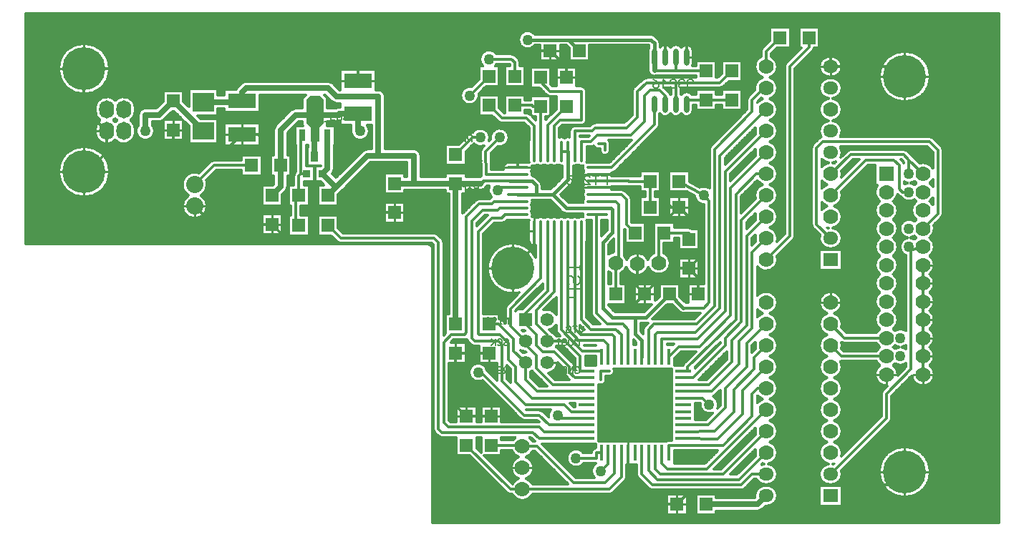
<source format=gtl>
%FSLAX25Y25*%
%MOIN*%
G70*
G01*
G75*
G04 Layer_Physical_Order=1*
G04 Layer_Color=255*
%ADD10C,0.01200*%
%ADD11R,0.06000X0.06000*%
%ADD12R,0.06000X0.06000*%
%ADD13R,0.01600X0.07500*%
%ADD14R,0.07500X0.01600*%
%ADD15O,0.01600X0.10000*%
%ADD16O,0.10000X0.01600*%
%ADD17R,0.13000X0.07000*%
%ADD18O,0.02400X0.08000*%
%ADD19R,0.03600X0.05000*%
%ADD20R,0.03600X0.03600*%
%ADD21R,0.10000X0.08000*%
%ADD22R,0.10000X0.09000*%
%ADD23R,0.03150X0.05512*%
G04:AMPARAMS|DCode=24|XSize=78.74mil|YSize=149.61mil|CornerRadius=0mil|HoleSize=0mil|Usage=FLASHONLY|Rotation=0.000|XOffset=0mil|YOffset=0mil|HoleType=Round|Shape=Octagon|*
%AMOCTAGOND24*
4,1,8,-0.01969,0.07480,0.01969,0.07480,0.03937,0.05512,0.03937,-0.05512,0.01969,-0.07480,-0.01969,-0.07480,-0.03937,-0.05512,-0.03937,0.05512,-0.01969,0.07480,0.0*
%
%ADD24OCTAGOND24*%

%ADD25R,0.03937X0.07299*%
%ADD26C,0.02800*%
%ADD27C,0.01600*%
%ADD28C,0.02400*%
%ADD29C,0.01400*%
%ADD30C,0.01000*%
%ADD31C,0.00800*%
%ADD32O,0.07000X0.06000*%
%ADD33C,0.07000*%
%ADD34C,0.20000*%
%ADD35R,0.07000X0.06000*%
%ADD36O,0.07000X0.08500*%
%ADD37C,0.06200*%
%ADD38R,0.06200X0.06200*%
%ADD39R,0.07000X0.07000*%
%ADD40C,0.08000*%
%ADD41C,0.05000*%
D10*
X3211303Y387803D02*
G03*
X3213000Y387100I1697J1697D01*
G01*
X3211303Y387803D02*
G03*
X3213000Y387100I1697J1697D01*
G01*
X3209100Y391000D02*
G03*
X3209803Y389303I2400J0D01*
G01*
X3209100Y391000D02*
G03*
X3209803Y389303I2400J0D01*
G01*
X3208800Y475000D02*
G03*
X3206500Y477300I-2300J0D01*
G01*
X3208800Y475000D02*
G03*
X3206500Y477300I-2300J0D01*
G01*
X3164303Y478303D02*
G03*
X3166000Y477600I1697J1697D01*
G01*
X3164303Y478303D02*
G03*
X3166000Y477600I1697J1697D01*
G01*
X3213900Y478000D02*
G03*
X3213197Y479697I-2400J0D01*
G01*
X3213900Y478000D02*
G03*
X3213197Y479697I-2400J0D01*
G01*
X3211197Y481697D02*
G03*
X3209500Y482400I-1697J-1697D01*
G01*
X3211197Y481697D02*
G03*
X3209500Y482400I-1697J-1697D01*
G01*
X3230200Y421795D02*
G03*
X3231942Y413664I-200J-4295D01*
G01*
X3226803Y430303D02*
G03*
X3228500Y429600I1697J1697D01*
G01*
X3234252Y418142D02*
G03*
X3230922Y421700I-4252J-642D01*
G01*
X3226803Y430303D02*
G03*
X3228500Y429600I1697J1697D01*
G01*
X3230922Y421700D02*
G03*
X3230200Y421795I-922J-4200D01*
G01*
X3223800Y432600D02*
G03*
X3224711Y432780I0J2400D01*
G01*
X3223800Y432600D02*
G03*
X3224711Y432780I0J2400D01*
G01*
D02*
G03*
X3225303Y431803I2289J721D01*
G01*
X3224711Y432780D02*
G03*
X3225303Y431803I2289J721D01*
G01*
X3241197Y441697D02*
G03*
X3239800Y442381I-1697J-1697D01*
G01*
X3241197Y441697D02*
G03*
X3239800Y442381I-1697J-1697D01*
G01*
X3058300Y511000D02*
G03*
X3058300Y511000I-11800J0D01*
G01*
X3095061Y500000D02*
G03*
X3103800Y495000I2939J-5000D01*
G01*
X3100037Y510431D02*
G03*
X3095061Y500000I-2037J-5431D01*
G01*
X3103800Y495000D02*
G03*
X3100939Y500000I-5800J0D01*
G01*
D02*
G03*
X3103800Y505000I-2939J5000D01*
G01*
X3140263Y501737D02*
G03*
X3141200Y504000I-2263J2263D01*
G01*
X3140260Y501734D02*
G03*
X3141200Y504000I-2260J2266D01*
G01*
X3241000Y487100D02*
G03*
X3242641Y487749I0J2400D01*
G01*
X3230500Y498400D02*
G03*
X3228803Y497697I0J-2400D01*
G01*
X3230500Y498400D02*
G03*
X3228803Y497697I0J-2400D01*
G01*
X3236156Y499189D02*
G03*
X3235656Y498736I1343J-1989D01*
G01*
X3236156Y499189D02*
G03*
X3235654Y498734I1343J-1989D01*
G01*
X3231000Y502300D02*
G03*
X3234005Y504400I0J3200D01*
G01*
X3235043D02*
G03*
X3236156Y499189I3858J-1900D01*
G01*
X3243303Y361303D02*
G03*
X3245000Y360600I1697J1697D01*
G01*
X3243303Y361303D02*
G03*
X3245000Y360600I1697J1697D01*
G01*
X3248742Y368000D02*
G03*
X3245850Y365544I1758J-5000D01*
G01*
X3245774Y360600D02*
G03*
X3255225Y360600I4725J2400D01*
G01*
Y365400D02*
G03*
X3252258Y368000I-4725J-2400D01*
G01*
X3248742Y378000D02*
G03*
X3248742Y368000I1758J-5000D01*
G01*
X3245552Y381100D02*
G03*
X3248742Y378000I4948J1900D01*
G01*
X3252258Y368000D02*
G03*
X3255800Y373000I-1758J5000D01*
G01*
D02*
G03*
X3252258Y378000I-5300J0D01*
G01*
X3247141Y387100D02*
G03*
X3246064Y385900I3359J-4100D01*
G01*
X3249803Y395803D02*
G03*
X3251500Y395100I1697J1697D01*
G01*
X3252258Y378000D02*
G03*
X3255225Y380600I-1758J5000D01*
G01*
Y385400D02*
G03*
X3253859Y387100I-4725J-2400D01*
G01*
X3249803Y395803D02*
G03*
X3251500Y395100I1697J1697D01*
G01*
X3260197Y399197D02*
G03*
X3258500Y399900I-1697J-1697D01*
G01*
X3260197Y399197D02*
G03*
X3258500Y399900I-1697J-1697D01*
G01*
X3263575Y400100D02*
G03*
X3262796Y396599I3425J-2600D01*
G01*
X3291000Y360600D02*
G03*
X3292697Y361303I0J2400D01*
G01*
X3291000Y360600D02*
G03*
X3292697Y361303I0J2400D01*
G01*
X3279068Y379900D02*
G03*
X3279068Y375100I-3568J-2400D01*
G01*
X3284600Y375068D02*
G03*
X3284020Y368400I2400J-3568D01*
G01*
X3284600Y382266D02*
G03*
X3282600Y379900I400J-2366D01*
G01*
X3284600Y382266D02*
G03*
X3282600Y379900I400J-2366D01*
G01*
X3270100Y417400D02*
G03*
X3270803Y415703I2400J0D01*
G01*
X3270100Y417400D02*
G03*
X3270803Y415703I2400J0D01*
G01*
X3286050Y411796D02*
G03*
X3289400Y414000I950J2204D01*
G01*
X3249744Y427650D02*
G03*
X3252006Y427100I2256J4350D01*
G01*
X3254400Y417728D02*
G03*
X3255021Y418142I-2400J4272D01*
G01*
X3252210Y426896D02*
G03*
X3250676Y426718I-210J-4896D01*
G01*
X3255021Y418142D02*
G03*
X3255303Y417803I1979J1358D01*
G01*
X3255021Y418142D02*
G03*
X3255303Y417803I1979J1358D01*
G01*
X3251714Y436892D02*
G03*
X3250676Y436718I286J-4892D01*
G01*
X3243303Y448897D02*
G03*
X3242600Y447200I1697J-1697D01*
G01*
X3243303Y448897D02*
G03*
X3242600Y447200I1697J-1697D01*
G01*
X3262738Y417156D02*
G03*
X3266900Y422000I-738J4844D01*
G01*
X3267097Y428797D02*
G03*
X3266142Y429382I-1697J-1697D01*
G01*
X3267097Y428797D02*
G03*
X3266142Y429382I-1697J-1697D01*
G01*
X3266272Y434400D02*
G03*
X3263839Y436542I-4272J-2400D01*
G01*
X3263156Y437238D02*
G03*
X3266200Y439476I-1156J4762D01*
G01*
Y444524D02*
G03*
X3260439Y446645I-4200J-2524D01*
G01*
X3266200Y437300D02*
G03*
X3266903Y435603I2400J0D01*
G01*
X3266200Y437300D02*
G03*
X3266903Y435603I2400J0D01*
G01*
X3241000Y487100D02*
G03*
X3242638Y487746I0J2400D01*
G01*
X3243375Y488434D02*
G03*
X3244200Y488300I824J2466D01*
G01*
X3253600Y488500D02*
G03*
X3253400Y487500I2400J-1000D01*
G01*
X3252600Y488300D02*
G03*
X3253600Y488500I0J2600D01*
G01*
X3255000Y489900D02*
G03*
X3255200Y490900I-2400J1000D01*
G01*
D02*
G03*
X3254688Y492450I-2600J0D01*
G01*
D02*
G03*
X3255200Y494000I-2087J1550D01*
G01*
D02*
G03*
X3254649Y495600I-2600J0D01*
G01*
D02*
G03*
X3255200Y497200I-2049J1600D01*
G01*
D02*
G03*
X3255151Y497700I-2600J0D01*
G01*
X3256700Y470975D02*
G03*
X3248991Y454586I-10700J-4975D01*
G01*
X3253400Y479100D02*
G03*
X3256700Y476596I2600J0D01*
G01*
X3257550Y489587D02*
G03*
X3255000Y489900I-1550J-2087D01*
G01*
X3260700Y489549D02*
G03*
X3257550Y489587I-1600J-2049D01*
G01*
X3263850D02*
G03*
X3260700Y489549I-1550J-2087D01*
G01*
X3267000D02*
G03*
X3263850Y489587I-1600J-2049D01*
G01*
X3270150D02*
G03*
X3267000Y489549I-1550J-2087D01*
G01*
X3274900Y420000D02*
G03*
X3274197Y421697I-2400J0D01*
G01*
X3274900Y420000D02*
G03*
X3274197Y421697I-2400J0D01*
G01*
X3291000Y415600D02*
G03*
X3293400Y418000I0J2400D01*
G01*
D02*
G03*
X3293106Y419150I-2400J0D01*
G01*
X3282600Y445000D02*
G03*
X3283303Y443303I2400J0D01*
G01*
X3282600Y445000D02*
G03*
X3283303Y443303I2400J0D01*
G01*
X3273300Y489549D02*
G03*
X3270150Y489587I-1600J-2049D01*
G01*
X3276450D02*
G03*
X3273300Y489549I-1550J-2087D01*
G01*
X3278767Y489984D02*
G03*
X3276450Y489587I-766J-2484D01*
G01*
X3280400Y478100D02*
G03*
X3280600Y479100I-2400J1000D01*
G01*
Y487500D02*
G03*
X3280434Y488416I-2600J0D01*
G01*
D02*
G03*
X3281200Y488300I766J2484D01*
G01*
X3269162Y492162D02*
G03*
X3271000Y491400I1839J1839D01*
G01*
X3269162Y492162D02*
G03*
X3271000Y491400I1839J1839D01*
G01*
X3278648D02*
G03*
X3278767Y489984I2551J-500D01*
G01*
X3279113Y498750D02*
G03*
X3278670Y496600I2087J-1550D01*
G01*
X3279190Y501950D02*
G03*
X3279113Y498750I2009J-1650D01*
G01*
X3279076Y505100D02*
G03*
X3279190Y501950I2124J-1500D01*
G01*
X3290600Y464434D02*
G03*
X3291600Y463774I3400J4066D01*
G01*
X3293100Y473723D02*
G03*
X3290600Y472566I900J-5223D01*
G01*
X3289600Y488300D02*
G03*
X3289900Y488317I0J2600D01*
G01*
X3103800Y505000D02*
G03*
X3103431Y507037I-5800J0D01*
G01*
X3107000Y516400D02*
G03*
X3105303Y515697I0J-2400D01*
G01*
X3107000Y516400D02*
G03*
X3105303Y515697I0J-2400D01*
G01*
X3051700Y529250D02*
G03*
X3061000Y525773I5300J0D01*
G01*
D02*
G03*
X3070300Y529250I4000J3477D01*
G01*
X3053833Y535000D02*
G03*
X3051700Y530750I3167J-4250D01*
G01*
X3070300D02*
G03*
X3068167Y535000I-5300J0D01*
G01*
X3061000Y534227D02*
G03*
X3060167Y535000I-4000J-3477D01*
G01*
X3061833D02*
G03*
X3061000Y534227I3167J-4250D01*
G01*
X3071800Y532872D02*
G03*
X3079300Y530000I3200J-2872D01*
G01*
D02*
G03*
X3078200Y532872I-4300J0D01*
G01*
X3081500Y534300D02*
G03*
X3083200Y534789I0J3200D01*
G01*
X3081500Y534300D02*
G03*
X3083200Y534789I0J3200D01*
G01*
D02*
G03*
X3083763Y535237I-1700J2711D01*
G01*
X3083200Y534789D02*
G03*
X3083765Y535240I-1700J2711D01*
G01*
X3144803Y510697D02*
G03*
X3144100Y509000I1697J-1697D01*
G01*
X3144803Y510697D02*
G03*
X3144100Y509000I1697J-1697D01*
G01*
X3162074Y510048D02*
G03*
X3163011Y512311I-2263J2263D01*
G01*
X3162071Y510045D02*
G03*
X3163011Y512311I-2260J2266D01*
G01*
X3135740Y532765D02*
G03*
X3134800Y530500I2260J-2266D01*
G01*
X3135737Y532763D02*
G03*
X3134800Y530500I2263J-2263D01*
G01*
X3178500Y521700D02*
G03*
X3176237Y520763I0J-3200D01*
G01*
X3178500Y521700D02*
G03*
X3176234Y520760I0J-3200D01*
G01*
X3165000Y534300D02*
G03*
X3165700Y534377I0J3200D01*
G01*
X3165000Y534300D02*
G03*
X3165700Y534377I0J3200D01*
G01*
X3170801Y530926D02*
G03*
X3179300Y530000I4199J-926D01*
G01*
D02*
G03*
X3178347Y532700I-4300J0D01*
G01*
X3051700Y539250D02*
G03*
X3053833Y535000I5300J0D01*
G01*
X3060167D02*
G03*
X3061000Y535773I-3167J4250D01*
G01*
D02*
G03*
X3061833Y535000I4000J3477D01*
G01*
X3068167D02*
G03*
X3070300Y539250I-3167J4250D01*
G01*
X3061000Y544227D02*
G03*
X3051700Y540750I-4000J-3477D01*
G01*
X3070300D02*
G03*
X3061000Y544227I-5300J0D01*
G01*
X3075000Y540700D02*
G03*
X3071800Y537500I0J-3200D01*
G01*
X3075000Y540700D02*
G03*
X3071800Y537500I0J-3200D01*
G01*
X3058300Y559000D02*
G03*
X3058300Y559000I-11800J0D01*
G01*
X3145000Y540700D02*
G03*
X3142737Y539763I0J-3200D01*
G01*
X3145000Y540700D02*
G03*
X3142735Y539760I0J-3200D01*
G01*
X3165500Y541200D02*
G03*
X3163782Y540700I0J-3200D01*
G01*
X3165500Y541200D02*
G03*
X3163782Y540700I0J-3200D01*
G01*
X3161737Y543737D02*
G03*
X3164000Y542800I2263J2263D01*
G01*
X3161735Y543740D02*
G03*
X3164000Y542800I2266J2260D01*
G01*
X3117683Y550107D02*
G03*
X3117122Y549300I2317J-2207D01*
G01*
X3117683Y550107D02*
G03*
X3117122Y549300I2317J-2207D01*
G01*
X3122000Y553200D02*
G03*
X3119683Y552207I0J-3200D01*
G01*
X3122000Y553200D02*
G03*
X3119683Y552207I0J-3200D01*
G01*
X3162266Y552260D02*
G03*
X3160000Y553200I-2266J-2260D01*
G01*
X3162263Y552263D02*
G03*
X3160000Y553200I-2263J-2263D01*
G01*
X3231389Y509151D02*
G03*
X3230797Y508765I1111J-2351D01*
G01*
X3231300Y509757D02*
G03*
X3231389Y509151I2400J43D01*
G01*
X3231300Y509755D02*
G03*
X3231389Y509151I2400J45D01*
G01*
X3244200Y515500D02*
G03*
X3241696Y512200I0J-2600D01*
G01*
X3253600Y515300D02*
G03*
X3252600Y515500I-1000J-2400D01*
G01*
X3203200Y518500D02*
G03*
X3200000Y521700I-3200J0D01*
G01*
X3203200Y518500D02*
G03*
X3200000Y521700I-3200J0D01*
G01*
X3231803Y522197D02*
G03*
X3231100Y520455I1697J-1697D01*
G01*
X3231803Y522197D02*
G03*
X3231100Y520453I1697J-1697D01*
G01*
X3227907Y524013D02*
G03*
X3232624Y523019I3093J2987D01*
G01*
X3227431Y529399D02*
G03*
X3225803Y528697I69J-2399D01*
G01*
X3227431Y529399D02*
G03*
X3225803Y528697I69J-2399D01*
G01*
X3234981Y525375D02*
G03*
X3235300Y527000I-3981J1625D01*
G01*
D02*
G03*
X3227431Y529399I-4300J0D01*
G01*
X3239174Y522780D02*
G03*
X3244300Y527000I826J4220D01*
G01*
D02*
G03*
X3235780Y526174I-4300J0D01*
G01*
X3239303Y534303D02*
G03*
X3241000Y533600I1697J1697D01*
G01*
X3239303Y534303D02*
G03*
X3241000Y533600I1697J1697D01*
G01*
X3254197Y537697D02*
G03*
X3252500Y538400I-1697J-1697D01*
G01*
X3254197Y537697D02*
G03*
X3252500Y538400I-1697J-1697D01*
G01*
X3256839Y508438D02*
G03*
X3255129Y509197I-1839J-1839D01*
G01*
X3256839Y508438D02*
G03*
X3255129Y509197I-1839J-1839D01*
G01*
D02*
G03*
X3255200Y509800I-2529J603D01*
G01*
D02*
G03*
X3254688Y511350I-2600J0D01*
G01*
D02*
G03*
X3255200Y512900I-2087J1550D01*
G01*
X3259600Y504600D02*
G03*
X3258839Y506438I-2600J0D01*
G01*
X3259600Y504600D02*
G03*
X3258839Y506438I-2600J0D01*
G01*
X3273539Y505462D02*
G03*
X3274300Y507300I-1839J1839D01*
G01*
X3273539Y505462D02*
G03*
X3274300Y507300I-1839J1839D01*
G01*
X3255200Y512900D02*
G03*
X3255000Y513900I-2600J0D01*
G01*
X3253400Y516300D02*
G03*
X3253600Y515300I2600J0D01*
G01*
X3255000Y513900D02*
G03*
X3257550Y514213I1000J2400D01*
G01*
D02*
G03*
X3260700Y514251I1550J2087D01*
G01*
D02*
G03*
X3263850Y514213I1600J2049D01*
G01*
D02*
G03*
X3267000Y514251I1550J2087D01*
G01*
D02*
G03*
X3269100Y513749I1600J2049D01*
G01*
X3274300Y513770D02*
G03*
X3276450Y514213I600J2530D01*
G01*
X3279151Y508200D02*
G03*
X3279076Y505100I2049J-1600D01*
G01*
X3292039Y502700D02*
G03*
X3292200Y503600I-2439J900D01*
G01*
D02*
G03*
X3292130Y504200I-2600J0D01*
G01*
X3292074Y509000D02*
G03*
X3292200Y509800I-2474J800D01*
G01*
X3279113Y511350D02*
G03*
X3279151Y508200I2087J-1550D01*
G01*
X3278767Y513816D02*
G03*
X3279113Y511350I2434J-916D01*
G01*
X3276450Y514213D02*
G03*
X3278767Y513816I1550J2087D01*
G01*
X3280434Y515384D02*
G03*
X3280600Y516300I-2434J916D01*
G01*
X3281200Y515500D02*
G03*
X3280434Y515384I0J-2600D01*
G01*
X3292200Y509800D02*
G03*
X3292104Y510502I-2600J0D01*
G01*
D02*
G03*
X3293697Y511203I-103J2398D01*
G01*
X3292104Y510502D02*
G03*
X3293697Y511203I-103J2398D01*
G01*
X3290600Y515300D02*
G03*
X3289600Y515500I-1000J-2400D01*
G01*
X3253600Y525700D02*
G03*
X3253400Y524700I2400J-1000D01*
G01*
X3270150Y526788D02*
G03*
X3267800Y527174I-1550J-2087D01*
G01*
X3272500D02*
G03*
X3270150Y526788I-800J-2474D01*
G01*
X3274900Y532400D02*
G03*
X3272500Y530000I0J-2400D01*
G01*
X3274900Y532400D02*
G03*
X3272500Y530000I0J-2400D01*
G01*
X3278000Y527400D02*
G03*
X3277300Y527296I0J-2400D01*
G01*
X3278000Y527400D02*
G03*
X3277300Y527296I0J-2400D01*
G01*
X3278000Y532600D02*
G03*
X3280400Y535000I0J2400D01*
G01*
X3278000Y532600D02*
G03*
X3280400Y535000I0J2400D01*
G01*
X3282500Y522600D02*
G03*
X3283820Y522996I0J2400D01*
G01*
X3282500Y522600D02*
G03*
X3283820Y522996I0J2400D01*
G01*
D02*
G03*
X3286000Y521600I2180J1004D01*
G01*
X3286600Y521000D02*
G03*
X3291400Y521000I2400J0D01*
G01*
Y524000D02*
G03*
X3290789Y525600I-2400J0D01*
G01*
X3291400Y524000D02*
G03*
X3290789Y525600I-2400J0D01*
G01*
X3284500Y533900D02*
G03*
X3282803Y533197I0J-2400D01*
G01*
X3284500Y533900D02*
G03*
X3282803Y533197I0J-2400D01*
G01*
X3186700Y546000D02*
G03*
X3183500Y549200I-3200J0D01*
G01*
X3186700Y546000D02*
G03*
X3183500Y549200I-3200J0D01*
G01*
X3230200Y545578D02*
G03*
X3230300Y546500I-4200J922D01*
G01*
D02*
G03*
X3230289Y546800I-4300J0D01*
G01*
D02*
G03*
X3230220Y547326I-4290J-300D01*
G01*
X3226826Y550720D02*
G03*
X3230200Y545578I-826J-4220D01*
G01*
X3238568Y565900D02*
G03*
X3232128Y560300I-3568J-2400D01*
G01*
X3237872D02*
G03*
X3238568Y561100I-2872J3200D01*
G01*
X3247197Y565197D02*
G03*
X3245500Y565900I-1697J-1697D01*
G01*
X3249400Y562000D02*
G03*
X3248697Y563697I-2400J0D01*
G01*
X3249400Y562000D02*
G03*
X3248697Y563697I-2400J0D01*
G01*
X3247197Y565197D02*
G03*
X3245500Y565900I-1697J-1697D01*
G01*
X3256425Y575100D02*
G03*
X3256425Y569900I-3425J-2600D01*
G01*
X3261803Y546803D02*
G03*
X3262541Y546300I1697J1697D01*
G01*
X3261803Y546803D02*
G03*
X3262541Y546300I1697J1697D01*
G01*
D02*
G03*
X3263500Y546100I959J2200D01*
G01*
X3262541Y546300D02*
G03*
X3263500Y546100I959J2200D01*
G01*
X3280400Y548500D02*
G03*
X3278000Y550900I-2400J0D01*
G01*
X3280400Y548500D02*
G03*
X3278000Y550900I-2400J0D01*
G01*
X3309303Y363303D02*
G03*
X3311000Y362600I1697J1697D01*
G01*
X3309303Y363303D02*
G03*
X3311000Y362600I1697J1697D01*
G01*
X3298297Y366903D02*
G03*
X3299000Y368600I-1697J1697D01*
G01*
X3298297Y366903D02*
G03*
X3299000Y368600I-1697J1697D01*
G01*
X3303600Y370000D02*
G03*
X3304303Y368303I2400J0D01*
G01*
X3303600Y370000D02*
G03*
X3304303Y368303I2400J0D01*
G01*
X3318600Y385700D02*
G03*
X3317533Y385450I0J-2400D01*
G01*
X3318600Y385700D02*
G03*
X3317533Y385450I0J-2400D01*
G01*
X3333242Y403100D02*
G03*
X3339125Y398519I4258J-600D01*
G01*
X3352500Y362600D02*
G03*
X3354197Y363303I0J2400D01*
G01*
X3352500Y362600D02*
G03*
X3354197Y363303I0J2400D01*
G01*
X3360000Y352800D02*
G03*
X3362265Y353740I0J3200D01*
G01*
X3360000Y352800D02*
G03*
X3362263Y353737I0J3200D01*
G01*
X3363500Y364800D02*
G03*
X3358754Y359280I0J-4800D01*
G01*
X3359343Y367600D02*
G03*
X3363500Y365200I4157J2400D01*
G01*
X3341800Y402500D02*
G03*
X3339424Y406346I-4300J0D01*
G01*
D02*
G03*
X3340297Y406903I-824J2254D01*
G01*
X3339424Y406346D02*
G03*
X3340297Y406903I-824J2254D01*
G01*
X3341481Y400875D02*
G03*
X3341800Y402500I-3981J1625D01*
G01*
X3363076Y374781D02*
G03*
X3361930Y374536I424J-4781D01*
G01*
X3362356Y374961D02*
G03*
X3363076Y374781I1644J5038D01*
G01*
X3358926Y381532D02*
G03*
X3358961Y378356I5074J-1532D01*
G01*
X3358926Y391532D02*
G03*
X3358961Y388356I5074J-1532D01*
G01*
X3362242Y405000D02*
G03*
X3359900Y403359I1758J-5000D01*
G01*
X3359962Y406567D02*
G03*
X3362242Y405000I4038J3432D01*
G01*
X3307503Y439197D02*
G03*
X3306800Y437500I1697J-1697D01*
G01*
X3307503Y439197D02*
G03*
X3306800Y437500I1697J-1697D01*
G01*
X3308000Y440400D02*
G03*
X3308848Y440542I0J2600D01*
G01*
X3308000Y440400D02*
G03*
X3308848Y440542I0J2600D01*
G01*
X3311700Y442400D02*
G03*
X3310960Y442283I0J-2400D01*
G01*
X3311700Y442400D02*
G03*
X3310960Y442283I0J-2400D01*
G01*
X3296400Y463774D02*
G03*
X3298913Y466512I-2400J4725D01*
G01*
X3299087Y469988D02*
G03*
X3297900Y472089I-5087J-1488D01*
G01*
X3308913Y469988D02*
G03*
X3299087Y469988I-4913J-1988D01*
G01*
X3298913Y466512D02*
G03*
X3309087Y466512I5087J1488D01*
G01*
X3311600Y473225D02*
G03*
X3308913Y469988I2400J-4725D01*
G01*
X3309087Y466512D02*
G03*
X3319300Y468500I4913J1988D01*
G01*
D02*
G03*
X3316400Y473225I-5300J0D01*
G01*
X3325822Y421716D02*
G03*
X3325176Y420600I1678J-1716D01*
G01*
X3325822Y421716D02*
G03*
X3325176Y420600I1678J-1716D01*
G01*
X3358926Y431532D02*
G03*
X3358961Y428356I5074J-1532D01*
G01*
X3323661Y445661D02*
G03*
X3326500Y445100I1839J1839D01*
G01*
X3362242Y445000D02*
G03*
X3359900Y443359I1758J-5000D01*
G01*
Y446641D02*
G03*
X3362242Y445000I4100J3359D01*
G01*
X3364500Y355200D02*
G03*
X3369300Y360000I0J4800D01*
G01*
D02*
G03*
X3364500Y364800I-4800J0D01*
G01*
Y365200D02*
G03*
X3369300Y370000I0J4800D01*
G01*
D02*
G03*
X3364924Y374781I-4800J0D01*
G01*
D02*
G03*
X3369300Y380000I-924J5219D01*
G01*
D02*
G03*
X3365758Y385000I-5300J0D01*
G01*
X3393076Y374781D02*
G03*
X3393500Y365200I424J-4781D01*
G01*
X3392242Y385000D02*
G03*
X3393076Y374781I1758J-5000D01*
G01*
X3395333Y374727D02*
G03*
X3394924Y374781I-833J-4727D01*
G01*
X3394500Y365200D02*
G03*
X3399300Y370000I0J4800D01*
G01*
X3394924Y374781D02*
G03*
X3395532Y374926I-924J5219D01*
G01*
X3399300Y380000D02*
G03*
X3395758Y385000I-5300J0D01*
G01*
X3399300Y370000D02*
G03*
X3399017Y371623I-4800J0D01*
G01*
X3399074Y378468D02*
G03*
X3399300Y380000I-5074J1532D01*
G01*
X3365758Y385000D02*
G03*
X3369300Y390000I-1758J5000D01*
G01*
D02*
G03*
X3365758Y395000I-5300J0D01*
G01*
D02*
G03*
X3369300Y400000I-1758J5000D01*
G01*
D02*
G03*
X3365758Y405000I-5300J0D01*
G01*
D02*
G03*
X3369300Y410000I-1758J5000D01*
G01*
D02*
G03*
X3365758Y415000I-5300J0D01*
G01*
D02*
G03*
X3369300Y420000I-1758J5000D01*
G01*
X3392242Y395000D02*
G03*
X3392242Y385000I1758J-5000D01*
G01*
X3395758D02*
G03*
X3399300Y390000I-1758J5000D01*
G01*
D02*
G03*
X3395758Y395000I-5300J0D01*
G01*
D02*
G03*
X3399300Y400000I-1758J5000D01*
G01*
X3392242Y405000D02*
G03*
X3392242Y395000I1758J-5000D01*
G01*
Y415000D02*
G03*
X3392242Y405000I1758J-5000D01*
G01*
X3399300Y400000D02*
G03*
X3395758Y405000I-5300J0D01*
G01*
D02*
G03*
X3399300Y410000I-1758J5000D01*
G01*
D02*
G03*
X3395758Y415000I-5300J0D01*
G01*
D02*
G03*
X3399300Y420000I-1758J5000D01*
G01*
X3440300Y371083D02*
G03*
X3440300Y371083I-11800J0D01*
G01*
X3421697Y394303D02*
G03*
X3422400Y396000I-1697J1697D01*
G01*
X3421697Y394303D02*
G03*
X3422400Y396000I-1697J1697D01*
G01*
X3418303Y409197D02*
G03*
X3417600Y407500I1697J-1697D01*
G01*
X3418303Y409197D02*
G03*
X3417600Y407500I1697J-1697D01*
G01*
X3416833Y420750D02*
G03*
X3420315Y411209I3167J-4250D01*
G01*
X3425300Y416500D02*
G03*
X3423167Y420750I-5300J0D01*
G01*
D02*
G03*
X3423988Y421510I-3167J4250D01*
G01*
X3425291Y416185D02*
G03*
X3425300Y416500I-5291J315D01*
G01*
X3431741Y415846D02*
G03*
X3442300Y416500I5260J654D01*
G01*
D02*
G03*
X3440166Y420750I-5300J0D01*
G01*
X3369300Y420000D02*
G03*
X3365758Y425000I-5300J0D01*
G01*
D02*
G03*
X3369300Y430000I-1758J5000D01*
G01*
D02*
G03*
X3365758Y435000I-5300J0D01*
G01*
X3398599Y422634D02*
G03*
X3399000Y422600I401J2366D01*
G01*
X3392242Y425000D02*
G03*
X3392242Y415000I1758J-5000D01*
G01*
X3398599Y422634D02*
G03*
X3399000Y422600I401J2366D01*
G01*
X3392242Y435000D02*
G03*
X3392242Y425000I1758J-5000D01*
G01*
X3365758Y435000D02*
G03*
X3369300Y440000I-1758J5000D01*
G01*
X3392242Y445000D02*
G03*
X3392242Y435000I1758J-5000D01*
G01*
X3399300Y420000D02*
G03*
X3398599Y422634I-5300J0D01*
G01*
X3399038Y428356D02*
G03*
X3399300Y430000I-5038J1644D01*
G01*
D02*
G03*
X3399059Y431581I-5300J0D01*
G01*
D02*
G03*
X3400500Y431100I1441J1919D01*
G01*
X3399059Y431581D02*
G03*
X3400500Y431100I1441J1919D01*
G01*
X3369300Y440000D02*
G03*
X3365758Y445000I-5300J0D01*
G01*
D02*
G03*
X3369300Y450000I-1758J5000D01*
G01*
D02*
G03*
X3359900Y453359I-5300J0D01*
G01*
Y466641D02*
G03*
X3369300Y470000I4100J3359D01*
G01*
D02*
G03*
X3369038Y471644I-5300J0D01*
G01*
X3399300Y440000D02*
G03*
X3395758Y445000I-5300J0D01*
G01*
X3399300Y450000D02*
G03*
X3392242Y445000I-5300J0D01*
G01*
X3395758D02*
G03*
X3399300Y450000I-1758J5000D01*
G01*
X3399038Y438356D02*
G03*
X3399300Y440000I-5038J1644D01*
G01*
X3415274Y422600D02*
G03*
X3416833Y420750I4725J2400D01*
G01*
X3423988Y421510D02*
G03*
X3429100Y421575I2512J3490D01*
G01*
X3416833Y429250D02*
G03*
X3415274Y427400I3167J-4250D01*
G01*
X3423988Y428490D02*
G03*
X3423167Y429250I-3988J-3490D01*
G01*
D02*
G03*
X3423988Y430010I-3167J4250D01*
G01*
X3425846Y429250D02*
G03*
X3423988Y428490I654J-4250D01*
G01*
Y430010D02*
G03*
X3425846Y429250I2512J3490D01*
G01*
X3429100Y428425D02*
G03*
X3427154Y429250I-2600J-3425D01*
G01*
X3440166Y420750D02*
G03*
X3442300Y425000I-3167J4250D01*
G01*
D02*
G03*
X3440166Y429250I-5300J0D01*
G01*
X3427154D02*
G03*
X3429100Y430075I-654J4250D01*
G01*
X3415274Y431100D02*
G03*
X3416833Y429250I4725J2400D01*
G01*
Y437750D02*
G03*
X3415274Y435900I3167J-4250D01*
G01*
X3423988Y436990D02*
G03*
X3423167Y437750I-3988J-3490D01*
G01*
X3416833Y446250D02*
G03*
X3416833Y437750I3167J-4250D01*
G01*
X3429100Y436925D02*
G03*
X3423988Y436990I-2600J-3425D01*
G01*
X3423167Y437750D02*
G03*
X3425300Y442000I-3167J4250D01*
G01*
X3440166Y429250D02*
G03*
X3442300Y433500I-3167J4250D01*
G01*
D02*
G03*
X3440166Y437750I-5300J0D01*
G01*
D02*
G03*
X3442300Y442000I-3167J4250D01*
G01*
X3425300D02*
G03*
X3423167Y446250I-5300J0D01*
G01*
X3416833Y454750D02*
G03*
X3416833Y446250I3167J-4250D01*
G01*
X3423167D02*
G03*
X3425300Y450500I-3167J4250D01*
G01*
D02*
G03*
X3423167Y454750I-5300J0D01*
G01*
D02*
G03*
X3425300Y459000I-3167J4250D01*
G01*
X3416833Y463250D02*
G03*
X3416833Y454750I3167J-4250D01*
G01*
X3425300Y459000D02*
G03*
X3423167Y463250I-5300J0D01*
G01*
X3416833Y471750D02*
G03*
X3416833Y463250I3167J-4250D01*
G01*
X3423167D02*
G03*
X3425300Y467500I-3167J4250D01*
G01*
D02*
G03*
X3423167Y471750I-5300J0D01*
G01*
X3442300Y442000D02*
G03*
X3440166Y446250I-5300J0D01*
G01*
D02*
G03*
X3442300Y450500I-3167J4250D01*
G01*
D02*
G03*
X3440166Y454750I-5300J0D01*
G01*
D02*
G03*
X3442300Y459000I-3167J4250D01*
G01*
D02*
G03*
X3440166Y463250I-5300J0D01*
G01*
D02*
G03*
X3442300Y467500I-3167J4250D01*
G01*
D02*
G03*
X3440166Y471750I-5300J0D01*
G01*
X3311700Y480686D02*
G03*
X3311600Y480000I2300J-686D01*
G01*
X3311700Y480686D02*
G03*
X3311600Y480000I2300J-686D01*
G01*
X3301400Y498000D02*
G03*
X3300697Y499697I-2400J0D01*
G01*
X3301400Y498000D02*
G03*
X3300697Y499697I-2400J0D01*
G01*
X3298397Y501997D02*
G03*
X3296700Y502700I-1697J-1697D01*
G01*
X3298397Y501997D02*
G03*
X3296700Y502700I-1697J-1697D01*
G01*
X3299314Y504200D02*
G03*
X3300000Y504100I686J2300D01*
G01*
X3299314Y504200D02*
G03*
X3300000Y504100I686J2300D01*
G01*
X3300586Y508900D02*
G03*
X3299900Y509000I-686J-2300D01*
G01*
X3300586Y508900D02*
G03*
X3299900Y509000I-686J-2300D01*
G01*
X3301000Y525600D02*
G03*
X3301317Y525621I0J2400D01*
G01*
X3301000Y525600D02*
G03*
X3301317Y525621I0J2400D01*
G01*
X3329588Y484300D02*
G03*
X3328000Y484900I-1587J-1800D01*
G01*
X3329588Y484300D02*
G03*
X3328000Y484900I-1587J-1800D01*
G01*
X3330713Y499666D02*
G03*
X3335100Y495701I4287J334D01*
G01*
X3358926Y481532D02*
G03*
X3358961Y478356I5074J-1532D01*
G01*
X3369074Y478468D02*
G03*
X3369300Y480000I-5074J1532D01*
G01*
D02*
G03*
X3365758Y485000I-5300J0D01*
G01*
D02*
G03*
X3369300Y490000I-1758J5000D01*
G01*
X3358926Y491532D02*
G03*
X3358961Y488356I5074J-1532D01*
G01*
X3369300Y490000D02*
G03*
X3365758Y495000I-5300J0D01*
G01*
X3362242Y505000D02*
G03*
X3358961Y498356I1758J-5000D01*
G01*
X3365758Y495000D02*
G03*
X3369300Y500000I-1758J5000D01*
G01*
X3337600Y503425D02*
G03*
X3333075Y503845I-2600J-3425D01*
G01*
X3338303Y523197D02*
G03*
X3337600Y521500I1697J-1697D01*
G01*
X3338303Y523197D02*
G03*
X3337600Y521500I1697J-1697D01*
G01*
X3369300Y500000D02*
G03*
X3365758Y505000I-5300J0D01*
G01*
X3359740Y506846D02*
G03*
X3362242Y505000I4260J3154D01*
G01*
X3365758D02*
G03*
X3369300Y510000I-1758J5000D01*
G01*
D02*
G03*
X3365758Y515000I-5300J0D01*
G01*
D02*
G03*
X3369300Y520000I-1758J5000D01*
G01*
X3358926Y521532D02*
G03*
X3358961Y518356I5074J-1532D01*
G01*
X3369300Y520000D02*
G03*
X3365758Y525000I-5300J0D01*
G01*
X3313705Y531311D02*
G03*
X3314400Y533000I-1705J1689D01*
G01*
X3313707Y531312D02*
G03*
X3314400Y533000I-1706J1688D01*
G01*
X3314500Y538042D02*
G03*
X3319500Y538042I2500J1658D01*
G01*
Y546958D02*
G03*
X3319280Y547250I-2500J-1658D01*
G01*
D02*
G03*
X3318697Y548197I-2280J-750D01*
G01*
X3319280Y547250D02*
G03*
X3318697Y548197I-2280J-750D01*
G01*
X3302409Y550297D02*
G03*
X3301600Y548500I1591J-1797D01*
G01*
X3302406Y550294D02*
G03*
X3301600Y548500I1595J-1794D01*
G01*
X3308500Y554900D02*
G03*
X3306905Y554294I0J-2400D01*
G01*
X3308500Y554900D02*
G03*
X3306902Y554291I0J-2400D01*
G01*
X3319500Y538042D02*
G03*
X3324500Y538042I2500J1658D01*
G01*
D02*
G03*
X3330000Y539700I2500J1658D01*
G01*
X3329538Y546900D02*
G03*
X3324500Y546958I-2538J-1600D01*
G01*
X3309000Y558500D02*
G03*
X3312768Y555600I3000J0D01*
G01*
X3309400Y568797D02*
G03*
X3309000Y567300I2600J-1497D01*
G01*
X3314600Y571000D02*
G03*
X3313839Y572838I-2600J0D01*
G01*
X3312339Y574338D02*
G03*
X3310500Y575100I-1839J-1839D01*
G01*
X3314600Y571000D02*
G03*
X3313839Y572838I-2600J0D01*
G01*
X3319500Y568958D02*
G03*
X3314600Y569100I-2500J-1658D01*
G01*
X3312339Y574338D02*
G03*
X3310500Y575100I-1839J-1839D01*
G01*
X3329704Y560400D02*
G03*
X3330000Y561700I-2704J1300D01*
G01*
X3324500Y568958D02*
G03*
X3319500Y568958I-2500J-1658D01*
G01*
X3330000Y567300D02*
G03*
X3324500Y568958I-3000J0D01*
G01*
X3365758Y525000D02*
G03*
X3369300Y530000I-1758J5000D01*
G01*
X3358926Y531532D02*
G03*
X3358961Y528356I5074J-1532D01*
G01*
X3369300Y530000D02*
G03*
X3365758Y535000I-5300J0D01*
G01*
X3362242Y545000D02*
G03*
X3359900Y543359I1758J-5000D01*
G01*
X3365758Y535000D02*
G03*
X3369300Y540000I-1758J5000D01*
G01*
X3355803Y546197D02*
G03*
X3355100Y544500I1697J-1697D01*
G01*
X3355803Y546197D02*
G03*
X3355100Y544500I1697J-1697D01*
G01*
X3369300Y540000D02*
G03*
X3365758Y545000I-5300J0D01*
G01*
X3361646Y545252D02*
G03*
X3362242Y545000I2354J4748D01*
G01*
X3365758D02*
G03*
X3369300Y550000I-1758J5000D01*
G01*
X3342500Y550100D02*
G03*
X3344197Y550803I0J2400D01*
G01*
X3342500Y550100D02*
G03*
X3344197Y550803I0J2400D01*
G01*
X3362242Y555000D02*
G03*
X3358767Y549161I1758J-5000D01*
G01*
X3369300Y550000D02*
G03*
X3365758Y555000I-5300J0D01*
G01*
X3361600Y564725D02*
G03*
X3362242Y555000I2400J-4725D01*
G01*
X3365758D02*
G03*
X3369300Y560000I-1758J5000D01*
G01*
X3362303Y568697D02*
G03*
X3361600Y567000I1697J-1697D01*
G01*
X3362303Y568697D02*
G03*
X3361600Y567000I1697J-1697D01*
G01*
X3369300Y560000D02*
G03*
X3366400Y564725I-5300J0D01*
G01*
X3376697Y479303D02*
G03*
X3377400Y481000I-1697J1697D01*
G01*
X3376697Y479303D02*
G03*
X3377400Y481000I-1697J1697D01*
G01*
X3385100Y486500D02*
G03*
X3385803Y484803I2400J0D01*
G01*
X3385100Y486500D02*
G03*
X3385803Y484803I2400J0D01*
G01*
X3388983Y481623D02*
G03*
X3393500Y475200I4517J-1623D01*
G01*
X3394500D02*
G03*
X3399300Y480000I0J4800D01*
G01*
X3392468Y484926D02*
G03*
X3393076Y484781I1532J5074D01*
G01*
D02*
G03*
X3392667Y484727I424J-4781D01*
G01*
X3399300Y480000D02*
G03*
X3394924Y484781I-4800J0D01*
G01*
D02*
G03*
X3399300Y490000I-924J5219D01*
G01*
X3392242Y495000D02*
G03*
X3389900Y493359I1758J-5000D01*
G01*
Y496641D02*
G03*
X3392242Y495000I4100J3359D01*
G01*
X3399300Y490000D02*
G03*
X3395758Y495000I-5300J0D01*
G01*
D02*
G03*
X3399300Y500000I-1758J5000D01*
G01*
D02*
G03*
X3399038Y501644I-5300J0D01*
G01*
X3392242Y505000D02*
G03*
X3389900Y503359I1758J-5000D01*
G01*
Y506641D02*
G03*
X3392242Y505000I4100J3359D01*
G01*
X3399074Y508468D02*
G03*
X3399300Y510000I-5074J1532D01*
G01*
D02*
G03*
X3399081Y511508I-5300J0D01*
G01*
X3393076Y515219D02*
G03*
X3389900Y513359I924J-5219D01*
G01*
Y516825D02*
G03*
X3393076Y515219I3600J3175D01*
G01*
X3395780Y514992D02*
G03*
X3394924Y515219I-1780J-4992D01*
G01*
D02*
G03*
X3396424Y515602I-424J4781D01*
G01*
X3398787Y517841D02*
G03*
X3399300Y520000I-4287J2159D01*
G01*
X3416833Y480250D02*
G03*
X3416833Y471750I3167J-4250D01*
G01*
X3423167D02*
G03*
X3425300Y476000I-3167J4250D01*
G01*
D02*
G03*
X3423167Y480250I-5300J0D01*
G01*
X3429846D02*
G03*
X3429100Y471934I654J-4250D01*
G01*
X3416833Y488750D02*
G03*
X3416833Y480250I3167J-4250D01*
G01*
X3423167D02*
G03*
X3425300Y484500I-3167J4250D01*
G01*
D02*
G03*
X3423167Y488750I-5300J0D01*
G01*
X3416833Y497250D02*
G03*
X3416833Y488750I3167J-4250D01*
G01*
X3423167D02*
G03*
X3425300Y493000I-3167J4250D01*
G01*
D02*
G03*
X3423167Y497250I-5300J0D01*
G01*
X3433012Y479490D02*
G03*
X3431154Y480250I-2512J-3490D01*
G01*
X3440166Y471750D02*
G03*
X3442300Y476000I-3167J4250D01*
G01*
D02*
G03*
X3440166Y480250I-5300J0D01*
G01*
X3431154D02*
G03*
X3433012Y481010I-654J4250D01*
G01*
X3433833Y480250D02*
G03*
X3433012Y479490I3167J-4250D01*
G01*
Y481010D02*
G03*
X3433833Y480250I3988J3490D01*
G01*
X3433012Y487990D02*
G03*
X3429846Y480250I-2512J-3490D01*
G01*
X3440166D02*
G03*
X3442300Y484500I-3167J4250D01*
G01*
X3433833Y488750D02*
G03*
X3433012Y487990I3167J-4250D01*
G01*
X3442300Y484500D02*
G03*
X3442038Y486144I-5300J0D01*
G01*
X3433833Y497250D02*
G03*
X3433833Y488750I3167J-4250D01*
G01*
X3445697Y489803D02*
G03*
X3446400Y491500I-1697J1697D01*
G01*
X3445697Y489803D02*
G03*
X3446400Y491500I-1697J1697D01*
G01*
X3415775Y504700D02*
G03*
X3416833Y497250I4225J-3200D01*
G01*
X3423167D02*
G03*
X3425188Y500418I-3167J4250D01*
G01*
X3425803Y499803D02*
G03*
X3426878Y499182I1697J1697D01*
G01*
D02*
G03*
X3433012Y498010I3622J2318D01*
G01*
D02*
G03*
X3433833Y497250I3988J3490D01*
G01*
X3425803Y499803D02*
G03*
X3426878Y499182I1697J1697D01*
G01*
X3429846Y505750D02*
G03*
X3428400Y505252I654J-4250D01*
G01*
X3433012Y504990D02*
G03*
X3431154Y505750I-2512J-3490D01*
G01*
X3433833D02*
G03*
X3433012Y504990I3167J-4250D01*
G01*
X3428400Y506248D02*
G03*
X3429846Y505750I2100J3752D01*
G01*
X3428100Y515162D02*
G03*
X3427697Y515697I-2100J-1162D01*
G01*
X3428100Y515162D02*
G03*
X3427697Y515697I-2100J-1162D01*
G01*
X3431154Y505750D02*
G03*
X3433012Y506510I-654J4250D01*
G01*
X3441600Y495633D02*
G03*
X3440166Y497250I-4600J-2633D01*
G01*
D02*
G03*
X3441600Y498868I-3167J4250D01*
G01*
X3433012Y506510D02*
G03*
X3433833Y505750I3988J3490D01*
G01*
X3441600Y504133D02*
G03*
X3440166Y505750I-4600J-2633D01*
G01*
D02*
G03*
X3441600Y507368I-3167J4250D01*
G01*
Y512633D02*
G03*
X3435356Y515038I-4600J-2633D01*
G01*
X3385803Y523697D02*
G03*
X3385100Y522000I1697J-1697D01*
G01*
X3385803Y523697D02*
G03*
X3385100Y522000I1697J-1697D01*
G01*
X3389587Y527220D02*
G03*
X3388803Y526697I913J-2220D01*
G01*
X3389587Y527220D02*
G03*
X3388803Y526697I913J-2220D01*
G01*
X3393076Y534781D02*
G03*
X3389587Y527220I424J-4781D01*
G01*
X3399300Y530000D02*
G03*
X3394924Y534781I-4800J0D01*
G01*
D02*
G03*
X3399300Y540000I-924J5219D01*
G01*
X3393076Y545219D02*
G03*
X3393076Y534781I924J-5219D01*
G01*
X3393500Y554800D02*
G03*
X3393076Y545219I0J-4800D01*
G01*
X3399300Y540000D02*
G03*
X3394924Y545219I-5300J0D01*
G01*
D02*
G03*
X3399300Y550000I-424J4781D01*
G01*
D02*
G03*
X3394500Y554800I-4800J0D01*
G01*
X3373303Y561697D02*
G03*
X3372600Y560000I1697J-1697D01*
G01*
X3373303Y561697D02*
G03*
X3372600Y560000I1697J-1697D01*
G01*
X3385697Y567303D02*
G03*
X3386381Y568700I-1697J1697D01*
G01*
X3385697Y567303D02*
G03*
X3386381Y568700I-1697J1697D01*
G01*
X3393500Y564800D02*
G03*
X3393500Y555200I0J-4800D01*
G01*
X3394500D02*
G03*
X3399300Y560000I0J4800D01*
G01*
D02*
G03*
X3394500Y564800I-4800J0D01*
G01*
X3399300Y520000D02*
G03*
X3398535Y522600I-4800J0D01*
G01*
X3403500Y521400D02*
G03*
X3401849Y520742I0J-2400D01*
G01*
X3403500Y521400D02*
G03*
X3401849Y520742I0J-2400D01*
G01*
X3398535Y527400D02*
G03*
X3399300Y530000I-4035J2600D01*
G01*
X3429697Y520697D02*
G03*
X3428000Y521400I-1697J-1697D01*
G01*
X3429697Y520697D02*
G03*
X3428000Y521400I-1697J-1697D01*
G01*
X3441697Y526697D02*
G03*
X3440000Y527400I-1697J-1697D01*
G01*
X3441697Y526697D02*
G03*
X3440000Y527400I-1697J-1697D01*
G01*
X3446400Y521000D02*
G03*
X3445697Y522697I-2400J0D01*
G01*
X3446400Y521000D02*
G03*
X3445697Y522697I-2400J0D01*
G01*
X3440300Y555417D02*
G03*
X3440300Y555417I-11800J0D01*
G01*
X3263500Y548500D02*
X3278000D01*
X3259000Y553000D02*
X3263500Y548500D01*
X3259000Y553000D02*
Y555000D01*
X3268600Y520500D02*
X3271700D01*
X3286000Y524000D02*
X3289000D01*
Y521000D02*
Y524000D01*
X3287000Y418000D02*
X3291000D01*
X3287000Y414000D02*
Y418000D01*
X3267000Y397500D02*
X3268500Y396000D01*
X3280500Y396100D01*
X3233700Y509800D02*
X3248400D01*
X3233500Y520500D02*
X3233700Y509800D01*
X3233500Y520500D02*
X3240000Y527000D01*
X3384000Y569000D02*
Y573500D01*
X3375000Y560000D02*
X3384000Y569000D01*
X3375000Y481000D02*
Y560000D01*
X3364000Y470000D02*
X3375000Y481000D01*
X3323500Y506500D02*
X3335000Y500000D01*
X3232500Y506800D02*
X3244800D01*
X3325500Y447500D02*
X3335000D01*
X3337500Y450000D01*
Y497500D01*
X3335000Y500000D02*
X3337500Y497500D01*
X3312000Y558500D02*
X3312500Y558000D01*
X3400500Y433500D02*
X3420000D01*
X3394000Y440000D02*
X3400500Y433500D01*
X3257500Y408600D02*
X3280500D01*
X3252000Y414100D02*
X3257500Y408600D01*
X3252000Y414100D02*
Y422000D01*
X3246500Y427500D02*
X3252000Y422000D01*
X3246500Y427500D02*
Y433000D01*
X3239500Y440000D02*
X3246500Y433000D01*
X3235000Y440000D02*
X3239500D01*
X3430500Y476000D02*
X3431500Y474500D01*
X3437000Y476000D01*
X3394000Y370000D02*
X3420000Y396000D01*
Y407500D01*
X3431500Y419000D01*
Y474500D01*
X3287000Y371500D02*
X3290300Y374800D01*
Y379900D01*
X3285000D02*
X3287200D01*
X3285000Y377500D02*
Y379900D01*
X3275500Y377500D02*
X3285000D01*
X3258400Y386600D02*
X3280500D01*
X3255500Y389500D02*
X3258400Y386600D01*
X3213000Y389500D02*
X3255500D01*
X3211500Y391000D02*
X3213000Y389500D01*
X3211500Y391000D02*
Y478000D01*
X3209500Y480000D02*
X3211500Y478000D01*
X3166000Y480000D02*
X3209500D01*
X3160000Y486000D02*
X3166000Y480000D01*
X3260700Y389800D02*
X3280500D01*
X3258500Y392000D02*
X3260700Y389800D01*
X3216000Y392000D02*
X3258500D01*
X3214000Y394000D02*
X3216000Y392000D01*
X3214000Y394000D02*
Y431500D01*
X3217500Y435000D01*
X3223800D01*
X3224500Y436000D01*
Y490000D01*
X3230500Y496000D01*
X3236500D01*
X3237500Y497200D01*
X3248400D01*
X3238900Y502500D02*
X3240000Y503600D01*
X3248400D01*
X3263000Y393000D02*
X3280500Y392900D01*
X3258500Y397500D02*
X3263000Y393000D01*
X3251500Y397500D02*
X3258500D01*
X3231500Y417500D02*
X3251500Y397500D01*
X3230000Y417500D02*
X3231500D01*
X3273500Y399000D02*
X3280500Y399200D01*
X3270000Y402500D02*
X3273500Y399000D01*
X3252000Y402500D02*
X3270000D01*
X3241000Y413500D02*
X3252000Y402500D01*
X3241000Y413500D02*
Y430500D01*
X3239500Y432000D02*
X3241000Y430500D01*
X3228500Y432000D02*
X3239500D01*
X3227000Y433500D02*
X3228500Y432000D01*
X3227000Y433500D02*
Y488000D01*
X3232000Y493000D01*
X3239000D01*
X3240000Y494000D01*
X3248400D01*
X3242500Y490900D02*
X3248400D01*
X3241000Y489500D02*
X3242500Y490900D01*
X3236500Y489500D02*
X3241000D01*
X3230000Y483000D02*
X3236500Y489500D01*
X3230000Y435500D02*
Y483000D01*
Y435500D02*
X3230500Y435000D01*
X3240000D01*
X3244000Y431000D01*
Y423500D02*
Y431000D01*
Y423500D02*
X3247500Y420000D01*
Y413000D02*
Y420000D01*
Y413000D02*
X3255000Y405500D01*
X3280500D01*
X3259100Y461300D02*
Y483300D01*
X3245000Y447200D02*
X3259100Y461300D01*
X3245000Y439000D02*
Y447200D01*
Y439000D02*
X3252000Y432000D01*
Y430500D02*
Y432000D01*
Y430500D02*
X3257000Y425500D01*
Y419500D02*
Y425500D01*
Y419500D02*
X3264700Y411800D01*
X3280500D01*
X3262300Y455300D02*
Y483300D01*
X3252000Y445000D02*
X3262300Y455300D01*
X3252000Y440000D02*
Y445000D01*
Y440000D02*
X3257000Y435000D01*
Y430000D02*
Y435000D01*
Y430000D02*
X3259900Y427100D01*
X3265400D01*
X3272500Y420000D01*
Y417400D02*
Y420000D01*
Y417400D02*
X3275000Y414900D01*
X3280500D01*
X3277500Y418000D02*
X3280500D01*
X3277500D02*
Y425000D01*
X3270500Y432000D02*
X3277500Y425000D01*
X3262000Y432000D02*
X3270500D01*
X3262000D02*
Y435000D01*
X3256900Y440100D02*
X3262000Y435000D01*
X3256900Y440100D02*
Y446500D01*
X3265400Y455000D01*
Y483300D01*
X3287200Y424700D02*
Y427500D01*
X3278400D02*
X3287200D01*
X3268600Y437300D02*
X3278400Y427500D01*
X3268600Y437300D02*
Y483300D01*
X3271700Y437600D02*
Y483300D01*
Y437600D02*
X3276800Y432500D01*
X3288300D01*
X3290300Y430500D01*
Y424700D02*
Y430500D01*
X3274900Y437800D02*
Y483300D01*
Y437800D02*
X3277700Y435000D01*
X3292500D01*
X3293500Y434000D01*
Y424700D02*
Y434000D01*
X3278000Y442000D02*
Y483300D01*
Y442000D02*
X3282500Y437500D01*
X3294100D01*
X3296600Y435000D01*
Y424700D02*
Y435000D01*
X3299800Y424700D02*
Y437500D01*
X3297300Y440000D02*
X3299800Y437500D01*
X3290000Y440000D02*
X3297300D01*
X3285000Y445000D02*
X3290000Y440000D01*
X3285000Y445000D02*
Y490900D01*
X3285400D01*
X3328000Y479500D02*
Y482500D01*
X3316500D02*
X3328000D01*
X3314000Y480000D02*
X3316500Y482500D01*
X3314000Y468500D02*
Y480000D01*
X3107000Y514000D02*
X3124500D01*
X3098000Y505000D02*
X3107000Y514000D01*
X3147500Y510000D02*
X3150000D01*
X3147500D02*
Y527500D01*
X3148000Y528000D01*
X3146500Y500000D02*
Y509000D01*
X3147500Y510000D01*
X3145000Y487500D02*
X3146500Y486000D01*
X3145000Y487500D02*
Y498500D01*
X3146500Y500000D01*
X3327000Y542500D02*
Y544500D01*
X3299000Y486500D02*
X3303000Y482500D01*
X3299000Y486500D02*
Y498000D01*
X3296700Y500300D02*
X3299000Y498000D01*
X3285400Y500300D02*
X3296700D01*
X3256000Y520500D02*
Y532500D01*
X3252500Y536000D02*
X3256000Y532500D01*
X3241000Y536000D02*
X3252500D01*
X3235000Y542000D02*
X3241000Y536000D01*
X3247000Y542000D02*
X3255000D01*
X3255500Y541500D01*
X3250000Y383500D02*
X3250500Y383000D01*
X3236000Y383500D02*
X3250000D01*
X3250500Y383000D02*
X3257500D01*
X3274500Y366000D01*
X3289000D01*
X3293500Y370500D01*
Y379900D01*
X3224500Y383500D02*
X3245000Y363000D01*
X3291000D02*
X3296600Y368600D01*
Y379900D01*
X3294000Y454000D02*
Y468500D01*
X3285400Y497200D02*
X3294000D01*
X3295500Y495700D01*
Y470000D02*
Y495700D01*
X3294000Y468500D02*
X3295500Y470000D01*
X3310000Y494500D02*
Y506500D01*
X3285400Y506600D02*
X3299900D01*
X3300000Y506500D01*
X3310000D01*
X3299800Y366200D02*
Y379900D01*
Y366200D02*
X3310000Y356000D01*
X3322500D01*
X3428500Y369000D02*
Y371083D01*
X3424500Y365000D02*
X3428500Y369000D01*
X3361300Y365000D02*
X3424500D01*
X3358800Y362500D02*
X3361300Y365000D01*
X3329000Y362500D02*
X3358800D01*
X3322500Y356000D02*
X3329000Y362500D01*
X3219500Y426500D02*
X3235000D01*
X3224500Y397000D02*
X3236000D01*
X3304000Y457500D02*
Y468000D01*
X3246000Y466000D02*
X3256000Y476000D01*
Y483300D01*
X3300500Y447500D02*
X3301000D01*
X3219500Y402000D02*
X3224500Y397000D01*
X3428500Y555417D02*
Y560000D01*
X3394000D02*
X3428500D01*
X3319500Y466000D02*
X3328000D01*
X3332500Y461500D01*
Y454000D02*
Y461500D01*
X3328000Y466000D02*
X3335000Y473000D01*
Y483000D01*
X3323500Y494500D02*
X3335000Y483000D01*
X3263500Y567500D02*
X3271000Y560000D01*
Y555000D02*
Y560000D01*
X3098000Y495000D02*
X3106500Y486500D01*
X3156000Y492000D02*
X3191000D01*
X3153500Y489500D02*
X3156000Y492000D01*
X3153500Y482500D02*
Y489500D01*
X3151000Y480000D02*
X3153500Y482500D01*
X3140500Y480000D02*
X3151000D01*
X3134000Y486500D02*
X3140500Y480000D01*
X3120000Y528500D02*
X3127500D01*
X3130000Y526000D01*
Y507500D02*
Y526000D01*
X3127500Y505000D02*
X3130000Y507500D01*
X3114500Y523000D02*
X3120000Y528500D01*
X3088000Y523000D02*
X3114500D01*
X3088000D02*
Y530500D01*
X3085000Y520000D02*
X3088000Y523000D01*
X3075000Y520000D02*
X3085000D01*
X3046500Y511000D02*
X3048000D01*
X3057000Y520000D01*
Y530000D01*
X3046500Y540500D02*
Y559000D01*
Y540500D02*
X3057000Y530000D01*
X3046500Y559000D02*
X3171500D01*
X3327000Y564500D02*
Y569500D01*
X3317000Y570000D02*
X3319500Y572500D01*
X3317000Y564500D02*
Y570000D01*
X3248000Y567500D02*
X3263500D01*
X3244000Y571500D02*
X3248000Y567500D01*
X3221500Y543000D02*
X3232500Y532000D01*
X3244000D01*
X3248500Y527500D01*
X3248400Y512900D02*
X3248500Y527500D01*
X3248000Y567500D02*
Y575000D01*
X3250500Y577500D01*
X3319500D01*
Y577000D02*
Y577500D01*
X3394000Y560000D02*
Y580000D01*
X3316500Y487500D02*
X3323500Y494500D01*
X3307500Y487500D02*
X3316500D01*
X3305000Y490000D02*
X3307500Y487500D01*
X3305000Y490000D02*
Y498600D01*
X3300000Y503600D02*
X3305000Y498600D01*
X3285400Y503600D02*
X3300000D01*
X3285400Y509800D02*
X3301300D01*
X3310000Y518500D01*
X3311500D01*
X3317000Y513000D01*
Y497500D02*
Y513000D01*
Y497500D02*
X3320000Y494500D01*
X3323500D01*
X3311500Y518500D02*
X3332000Y539000D01*
X3352000D01*
X3353500Y540500D01*
X3317000Y542500D02*
Y546500D01*
X3314500Y549000D02*
X3317000Y546500D01*
X3310000Y549000D02*
X3314500D01*
X3307500Y546500D02*
X3310000Y549000D01*
X3307500Y534500D02*
Y546500D01*
X3301000Y528000D02*
X3307500Y534500D01*
X3285500Y528000D02*
X3301000D01*
X3282500Y525000D02*
X3285500Y528000D01*
X3278000Y525000D02*
X3282500D01*
X3278000Y520500D02*
Y525000D01*
X3342500Y552500D02*
X3348000Y558000D01*
X3274900Y520500D02*
Y530000D01*
X3283000D01*
X3284500Y531500D01*
X3299000D01*
X3304000Y536500D01*
Y548500D01*
X3308500Y552500D01*
X3312000Y533000D02*
Y542500D01*
X3302000Y522900D02*
X3312000Y533000D01*
X3292000Y512900D02*
X3302000Y522900D01*
X3285400Y512900D02*
X3292000D01*
X3226000Y546500D02*
X3235000Y555500D01*
X3247000D02*
Y562000D01*
X3245500Y563500D02*
X3247000Y562000D01*
X3235000Y563500D02*
X3245500D01*
X3387500Y486500D02*
X3394000Y480000D01*
X3387500Y486500D02*
Y522000D01*
X3390500Y525000D01*
X3440000D01*
X3444000Y521000D01*
Y491500D02*
Y521000D01*
X3437000Y484500D02*
X3444000Y491500D01*
X3427500Y501500D02*
X3430500D01*
X3426000Y503000D02*
X3427500Y501500D01*
X3426000Y503000D02*
Y514000D01*
X3423500Y516500D02*
X3426000Y514000D01*
X3410500Y516500D02*
X3423500D01*
X3394000Y500000D02*
X3410500Y516500D01*
X3403500Y519000D02*
X3428000D01*
X3394000Y510000D02*
X3403500Y519000D01*
X3399000Y425000D02*
X3420000D01*
X3394000Y430000D02*
X3399000Y425000D01*
X3262300Y532800D02*
X3271000Y541500D01*
X3262300Y520500D02*
Y532800D01*
X3355000Y431000D02*
X3364000Y440000D01*
X3355000Y420000D02*
Y431000D01*
X3345000Y410000D02*
X3355000Y420000D01*
X3345000Y401000D02*
Y410000D01*
X3337000Y393000D02*
X3345000Y401000D01*
X3325400Y392900D02*
X3337000Y393000D01*
X3358500Y424500D02*
X3364000Y430000D01*
X3358500Y419000D02*
Y424500D01*
X3349000Y409500D02*
X3358500Y419000D01*
X3349000Y399000D02*
Y409500D01*
X3340000Y390000D02*
X3349000Y399000D01*
X3325400Y389800D02*
X3340000Y390000D01*
X3353000Y409000D02*
X3364000Y420000D01*
X3353000Y398000D02*
Y409000D01*
X3341500Y386500D02*
X3353000Y398000D01*
X3325400Y386600D02*
X3341500Y386500D01*
X3360000Y410000D02*
X3364000D01*
X3357500Y407500D02*
X3360000Y410000D01*
X3357500Y396900D02*
Y407500D01*
X3343900Y383300D02*
X3357500Y396900D01*
X3318600Y383300D02*
X3343900D01*
X3318600Y379900D02*
Y383300D01*
X3336500Y372500D02*
X3364000Y400000D01*
X3318000Y372500D02*
X3336500D01*
X3315500Y375000D02*
X3318000Y372500D01*
X3315500Y375000D02*
Y379900D01*
X3344000Y370000D02*
X3364000Y390000D01*
X3314800Y370000D02*
X3344000D01*
X3312300Y372500D02*
X3314800Y370000D01*
X3312300Y372500D02*
Y379900D01*
X3351500Y367500D02*
X3364000Y380000D01*
X3313500Y367500D02*
X3351500D01*
X3309200Y371800D02*
X3313500Y367500D01*
X3309200Y371800D02*
Y379900D01*
X3306000Y370000D02*
Y379900D01*
Y370000D02*
X3311000Y365000D01*
X3352500D01*
X3357500Y370000D01*
X3364000D01*
X3357500Y473500D02*
X3364000Y480000D01*
X3357500Y438000D02*
Y473500D01*
X3351500Y432000D02*
X3357500Y438000D01*
X3351500Y421500D02*
Y432000D01*
X3338600Y408600D02*
X3351500Y421500D01*
X3325400Y408600D02*
X3338600D01*
X3355000Y481000D02*
X3364000Y490000D01*
X3355000Y439500D02*
Y481000D01*
X3348000Y432500D02*
X3355000Y439500D01*
X3348000Y422500D02*
Y432500D01*
X3337500Y411800D02*
X3348000Y422500D01*
X3325400Y411800D02*
X3337500D01*
X3352500Y488500D02*
X3364000Y500000D01*
X3352500Y441000D02*
Y488500D01*
X3345000Y433500D02*
X3352500Y441000D01*
X3345000Y430000D02*
Y433500D01*
X3329900Y414900D02*
X3345000Y430000D01*
X3325400Y414900D02*
X3329900D01*
X3359500Y510000D02*
X3364000D01*
X3350000Y500500D02*
X3359500Y510000D01*
X3350000Y442000D02*
Y500500D01*
X3327500Y420000D02*
X3350000Y442000D01*
X3327500Y418000D02*
Y420000D01*
X3325400Y418000D02*
X3327500D01*
X3318600Y424700D02*
X3323400Y429500D01*
X3333000D01*
X3347500Y444000D01*
Y503500D01*
X3364000Y520000D01*
X3315500Y424700D02*
Y433000D01*
X3332000D01*
X3345000Y446000D01*
Y511000D01*
X3364000Y530000D01*
X3342500Y518500D02*
X3364000Y540000D01*
X3342500Y447500D02*
Y518500D01*
X3331000Y436000D02*
X3342500Y447500D01*
X3313400Y436100D02*
X3331000Y436000D01*
X3312300Y435000D02*
X3313400Y436100D01*
X3312300Y424700D02*
Y435000D01*
X3309200Y424700D02*
Y437500D01*
X3311700Y440000D01*
X3331600D01*
X3340000Y448400D01*
Y521500D01*
X3357500Y539000D01*
Y544500D01*
X3363000Y550000D01*
X3364000D01*
X3334500Y405500D02*
X3337500Y402500D01*
X3325400Y405500D02*
X3334500D01*
X3364000Y567000D02*
X3370500Y573500D01*
X3364000Y560000D02*
Y567000D01*
X3265400Y520500D02*
Y532500D01*
X3267900Y535000D01*
X3278000D01*
Y548500D01*
X3312500Y558000D02*
X3322000D01*
X3336000D01*
X3322000D02*
Y564500D01*
X3327000Y544500D02*
X3336000D01*
X3348000D01*
X3259100Y520500D02*
Y541500D01*
Y542000D01*
X3255500Y541500D02*
X3259100D01*
X3245000Y363000D02*
X3250500D01*
X3291000D01*
X3106500Y486500D02*
X3127500D01*
X3134000D01*
X3219500Y402000D02*
Y412500D01*
Y426500D01*
X3127500Y486500D02*
Y505000D01*
X3174000Y553500D02*
Y561500D01*
X3221500Y543000D02*
Y571500D01*
X3171500Y559000D02*
X3174000Y561500D01*
X3184000Y571500D01*
X3221500D01*
X3244000D01*
X3301000Y447500D02*
X3307500Y454000D01*
X3319500Y466000D01*
X3304000Y457500D02*
X3307500Y454000D01*
X3437000Y416500D02*
Y425000D01*
Y433500D01*
Y442000D01*
Y450500D01*
Y459000D01*
Y467500D01*
X3325750Y570750D02*
X3327000Y569500D01*
X3324000Y572500D02*
X3325750Y570750D01*
X3319500Y577000D02*
X3324000Y572500D01*
X3319500D02*
X3324000D01*
X3353500Y540500D02*
Y580000D01*
X3325750Y570750D02*
X3335000Y580000D01*
X3353500D01*
X3394000D01*
X3322000Y542500D02*
Y552500D01*
X3308500D02*
X3322000D01*
X3342500D01*
X3430500Y510000D02*
Y516500D01*
X3437000Y510000D01*
X3428000Y519000D02*
X3430500Y516500D01*
X3227500Y527000D02*
X3231000D01*
X3219500Y519000D02*
X3227500Y527000D01*
X3210000Y347300D02*
Y389106D01*
X3208800Y379200D02*
X3219700D01*
X3208800Y380400D02*
X3219700D01*
X3208800Y390000D02*
X3209318D01*
X3208800Y387600D02*
X3211534D01*
X3208800Y388800D02*
X3210306D01*
X3209803Y389303D02*
X3211303Y387803D01*
X3212400Y347300D02*
Y387176D01*
X3211200Y347300D02*
Y387906D01*
X3213600Y347300D02*
Y387100D01*
X3214800Y347300D02*
Y387100D01*
X3216000Y347300D02*
Y387100D01*
X3216400Y394994D02*
Y421700D01*
X3213900Y434794D02*
X3214700Y435594D01*
X3213900Y435600D02*
X3214700D01*
X3217200Y347300D02*
Y387100D01*
X3216400Y394994D02*
X3216994Y394400D01*
X3217194Y431300D02*
X3218494Y432600D01*
X3208800Y347300D02*
Y475000D01*
Y347300D02*
Y475000D01*
X3213900Y436800D02*
X3214700D01*
X3209100Y391000D02*
Y477006D01*
X3213900Y438000D02*
X3214700D01*
X3213900Y439200D02*
X3214700D01*
X3213900Y440400D02*
X3214700D01*
X3213900Y441600D02*
X3214700D01*
X3213900Y442800D02*
X3214700D01*
X3213900Y444000D02*
X3214700D01*
X3213900Y445200D02*
X3216300D01*
X3214700Y435594D02*
Y444800D01*
X3213900Y434794D02*
Y478000D01*
X3214700Y444800D02*
X3216300D01*
X3213900Y446400D02*
X3216300D01*
X3213900Y447600D02*
X3216300D01*
X3213900Y448800D02*
X3216300D01*
X3213900Y450000D02*
X3216300D01*
X3213900Y451200D02*
X3216300D01*
X3213900Y452400D02*
X3216300D01*
X3213900Y453600D02*
X3216300D01*
X3213900Y454800D02*
X3216300D01*
X3213900Y456000D02*
X3216300D01*
X3208800Y366000D02*
X3238606D01*
X3208800Y367200D02*
X3237406D01*
X3208800Y362400D02*
X3242206D01*
X3208800Y363600D02*
X3241006D01*
X3208800Y364800D02*
X3239806D01*
X3208800Y372000D02*
X3232606D01*
X3208800Y373200D02*
X3231406D01*
X3208800Y374400D02*
X3230206D01*
X3208800Y368400D02*
X3236206D01*
X3208800Y369600D02*
X3235006D01*
X3208800Y370800D02*
X3233806D01*
X3208800Y381600D02*
X3219700D01*
X3208800Y382800D02*
X3219700D01*
X3208800Y375600D02*
X3229006D01*
X3208800Y376800D02*
X3227806D01*
X3208800Y378000D02*
X3226606D01*
X3208800Y384000D02*
X3219700D01*
X3208800Y385200D02*
X3219700D01*
X3208800Y386400D02*
X3219700D01*
X3213000Y387100D02*
X3219700D01*
X3216594Y394800D02*
X3219700D01*
X3216994Y394400D02*
X3219700D01*
X3216400Y396000D02*
X3219700D01*
X3216400Y397200D02*
X3219700D01*
X3216400Y398400D02*
X3219700D01*
X3216400Y399600D02*
X3219700D01*
X3216400Y400800D02*
X3219700D01*
X3216400Y406800D02*
X3238806D01*
X3216400Y408000D02*
X3237606D01*
X3216400Y409200D02*
X3236406D01*
X3216400Y403200D02*
X3242406D01*
X3216400Y404400D02*
X3241206D01*
X3216400Y405600D02*
X3240006D01*
X3216400Y414000D02*
X3227502D01*
X3216400Y415200D02*
X3226367D01*
X3216400Y416400D02*
X3225843D01*
X3216400Y410400D02*
X3235206D01*
X3216400Y411600D02*
X3234006D01*
X3216400Y412800D02*
X3232806D01*
X3216400Y417600D02*
X3225701D01*
X3216400Y421700D02*
X3224300D01*
X3217194Y431300D02*
X3224300D01*
X3216400Y418800D02*
X3225901D01*
X3216400Y420000D02*
X3226501D01*
X3216400Y421200D02*
X3227809D01*
X3142800Y477300D02*
Y481200D01*
X3144000Y477300D02*
Y481200D01*
X3145200Y477300D02*
Y481200D01*
X3146400Y477300D02*
Y481200D01*
X3147600Y477300D02*
Y481200D01*
X3019300D02*
X3141700D01*
X3151300D01*
X3148800Y477300D02*
Y481200D01*
X3019300Y478800D02*
X3163806D01*
X3019300Y480000D02*
X3162606D01*
X3141700Y481200D02*
X3151300D01*
X3150000Y477300D02*
Y481200D01*
X3151200Y477300D02*
Y481200D01*
X3156000Y477300D02*
Y481200D01*
X3157200Y477300D02*
Y481200D01*
X3158400Y477300D02*
Y481200D01*
X3162000Y477300D02*
Y480606D01*
X3151300Y481200D02*
X3155200D01*
X3159600Y477300D02*
Y481200D01*
X3165600Y477300D02*
Y477634D01*
X3163200Y477300D02*
Y479406D01*
X3164400Y477300D02*
Y478211D01*
X3129600Y477300D02*
Y481700D01*
X3130800Y477300D02*
Y481700D01*
X3132000Y477300D02*
Y481700D01*
X3133200Y477300D02*
Y481700D01*
X3134400Y477300D02*
Y481700D01*
X3019300Y482400D02*
X3129200D01*
X3019300Y483600D02*
X3129200D01*
X3019300Y484800D02*
X3129200D01*
X3135600Y477300D02*
Y481700D01*
X3019300Y486000D02*
X3129200D01*
Y481700D02*
X3138800D01*
X3160800Y477300D02*
Y481200D01*
X3136800Y477300D02*
Y481700D01*
X3138000Y477300D02*
Y481700D01*
X3155200Y481200D02*
X3161406D01*
X3155200D02*
X3161406D01*
X3164303Y478303D01*
X3138800Y482400D02*
X3141700D01*
X3138800Y483600D02*
X3141700D01*
X3138800Y484800D02*
X3141700D01*
X3151300Y482400D02*
X3155200D01*
X3151300Y483600D02*
X3155200D01*
X3151300Y484800D02*
X3155200D01*
X3213900Y457200D02*
X3216300D01*
X3213900Y458400D02*
X3216300D01*
X3213900Y459600D02*
X3216300D01*
X3213900Y460800D02*
X3216300D01*
X3213900Y462000D02*
X3216300D01*
X3019300Y477300D02*
X3206500D01*
X3213900Y463200D02*
X3216300D01*
X3208325Y476400D02*
X3209100D01*
X3208791Y475200D02*
X3209100D01*
X3213900Y464400D02*
X3216300D01*
X3213900Y465600D02*
X3216300D01*
X3213900Y466800D02*
X3216300D01*
X3213900Y468000D02*
X3216300D01*
X3213900Y469200D02*
X3216300D01*
X3213900Y470400D02*
X3216300D01*
X3213900Y471600D02*
X3216300D01*
X3213900Y472800D02*
X3216300D01*
X3213900Y474000D02*
X3216300D01*
X3213900Y475200D02*
X3216300D01*
X3213900Y476400D02*
X3216300D01*
X3019300Y477600D02*
X3166000D01*
X3207600Y477020D02*
Y477600D01*
X3166000D02*
X3208506D01*
X3166000D02*
X3208506D01*
X3164800Y484594D02*
X3166994Y482400D01*
X3209500D01*
X3166994D02*
X3209500D01*
X3164800Y484800D02*
X3216300D01*
X3165794Y483600D02*
X3216300D01*
X3208800Y475000D02*
Y477306D01*
X3208506Y477600D02*
X3209100Y477006D01*
X3213900Y477600D02*
X3216300D01*
X3213763Y478800D02*
X3216300D01*
X3211197Y481697D02*
X3213197Y479697D01*
X3212894Y480000D02*
X3216300D01*
X3209500Y482400D02*
X3216300D01*
X3211694Y481200D02*
X3216300D01*
X3218400Y347300D02*
Y387100D01*
X3219600Y347300D02*
Y387100D01*
X3220800Y347300D02*
Y378700D01*
X3222000Y347300D02*
Y378700D01*
X3223200Y347300D02*
Y378700D01*
X3224400Y347300D02*
Y378700D01*
X3219700D02*
Y387100D01*
X3225600Y347300D02*
Y378700D01*
X3228000Y347300D02*
Y376606D01*
X3219700Y378700D02*
X3225906D01*
X3226800Y347300D02*
Y377806D01*
X3230400Y347300D02*
Y374206D01*
X3229200Y347300D02*
Y375406D01*
X3229300Y382094D02*
X3231200Y380194D01*
X3230400Y380994D02*
Y387100D01*
X3231200Y380194D02*
Y387100D01*
X3229794Y381600D02*
X3231200D01*
X3229300Y382800D02*
X3231200D01*
X3229300Y382094D02*
Y387100D01*
Y384000D02*
X3231200D01*
X3229300Y385200D02*
X3231200D01*
X3229300Y386400D02*
X3231200D01*
X3217200Y394400D02*
Y421700D01*
X3218400Y394400D02*
Y421700D01*
X3219600Y394400D02*
Y421700D01*
X3219700Y394400D02*
Y401800D01*
X3220800D02*
Y421700D01*
X3222000Y401800D02*
Y421700D01*
X3223200Y401800D02*
Y421700D01*
X3219700Y401800D02*
X3229300D01*
X3224400D02*
Y432676D01*
X3229300Y387100D02*
X3231200D01*
X3229300Y394400D02*
Y401800D01*
X3230400Y394400D02*
Y413219D01*
X3229300Y394400D02*
X3231200D01*
X3229300Y394800D02*
X3231200D01*
Y394400D02*
Y401800D01*
X3225600D02*
Y431506D01*
X3226800Y401800D02*
Y414628D01*
X3229300Y396000D02*
X3231200D01*
X3228000Y401800D02*
Y413693D01*
X3229200Y401800D02*
Y413275D01*
X3232800Y347300D02*
Y371806D01*
X3231600Y347300D02*
Y373006D01*
X3236400Y347300D02*
Y368206D01*
X3234000Y347300D02*
Y370606D01*
X3235200Y347300D02*
Y369406D01*
X3234000Y377394D02*
Y378700D01*
X3235200Y376194D02*
Y378700D01*
X3236400Y374994D02*
Y378700D01*
X3237600Y347300D02*
Y367006D01*
X3232694Y378700D02*
X3240800D01*
X3237600Y373794D02*
Y378700D01*
X3240000Y347300D02*
Y364606D01*
X3238800Y347300D02*
Y365806D01*
X3242400Y347300D02*
Y362206D01*
X3241200Y347300D02*
Y363406D01*
X3242400Y368994D02*
Y381100D01*
X3238800Y372594D02*
Y378700D01*
X3240000Y371394D02*
Y378700D01*
X3240800D02*
Y381100D01*
X3241200Y370194D02*
Y381100D01*
X3240800Y385900D02*
Y387100D01*
X3241200Y385900D02*
Y387100D01*
X3229300Y397200D02*
X3231200D01*
X3229300Y398400D02*
X3231200D01*
X3229300Y399600D02*
X3231200D01*
X3229300Y400800D02*
X3231200D01*
X3232800Y401800D02*
Y412806D01*
X3231600Y401800D02*
Y413509D01*
X3231200Y401800D02*
X3240800D01*
X3234000D02*
Y411606D01*
X3234252Y418142D02*
X3238600Y413794D01*
X3240800Y394400D02*
Y401800D01*
X3242400Y385900D02*
Y387100D01*
X3241200Y394400D02*
Y404406D01*
X3242400Y394400D02*
Y403206D01*
X3237600Y401800D02*
Y408006D01*
X3235200Y401800D02*
Y410406D01*
X3236400Y401800D02*
Y409206D01*
X3240000Y401800D02*
Y405606D01*
X3238800Y401800D02*
Y406806D01*
X3238600Y413794D02*
Y421700D01*
X3226800Y420372D02*
Y430306D01*
X3224300Y422400D02*
X3230200D01*
X3224300Y423600D02*
X3230200D01*
X3224300Y424800D02*
X3230200D01*
X3224300Y429600D02*
X3228500D01*
X3224300Y426000D02*
X3230200D01*
X3224300Y427200D02*
X3230200D01*
X3224300Y428400D02*
X3230200D01*
X3228000Y421307D02*
Y429653D01*
X3229200Y421725D02*
Y429600D01*
X3232800Y420763D02*
Y421700D01*
X3234000Y419078D02*
Y421700D01*
X3230200Y421795D02*
Y429600D01*
X3228500D02*
X3230200D01*
X3228500D02*
X3230200D01*
X3218400Y431300D02*
Y432506D01*
X3224300Y430800D02*
X3226306D01*
X3219600Y431300D02*
Y432600D01*
X3220800Y431300D02*
Y432600D01*
X3222000Y431300D02*
Y432600D01*
X3218494D02*
X3223800D01*
X3223200Y431300D02*
Y432600D01*
X3217894Y432000D02*
X3225127D01*
X3224300Y421700D02*
Y431300D01*
X3225303Y431803D02*
X3226803Y430303D01*
X3232400Y444800D02*
Y482006D01*
X3232800Y444800D02*
Y482406D01*
X3232400Y465600D02*
X3234207D01*
X3232400Y466800D02*
X3234227D01*
X3234000Y444800D02*
Y483606D01*
X3232400Y463200D02*
X3234537D01*
X3232400Y464400D02*
X3234309D01*
X3232400Y468000D02*
X3234371D01*
X3235994Y416400D02*
X3238600D01*
X3235200Y417194D02*
Y421700D01*
X3234794Y417600D02*
X3238600D01*
X3233499Y420000D02*
X3238600D01*
X3234099Y418800D02*
X3238600D01*
X3232191Y421200D02*
X3238600D01*
X3230922Y421700D02*
X3238600D01*
X3232400Y444800D02*
X3239800D01*
X3232400Y445200D02*
X3242600D01*
X3232400Y446400D02*
X3242600D01*
X3236400Y415994D02*
Y421700D01*
X3237600Y414794D02*
Y421700D01*
X3237194Y415200D02*
X3238600D01*
X3241197Y441697D02*
X3242600Y440294D01*
Y447200D01*
X3239800Y442381D02*
Y444800D01*
X3241294Y441600D02*
X3242600D01*
X3239800Y442800D02*
X3242600D01*
X3239800Y444000D02*
X3242600D01*
X3232400Y457200D02*
X3238139D01*
X3232400Y458400D02*
X3236974D01*
X3232400Y447600D02*
X3242633D01*
X3232400Y454800D02*
X3242285D01*
X3232400Y456000D02*
X3239736D01*
X3232400Y462000D02*
X3234899D01*
X3232400Y469200D02*
X3234642D01*
X3232400Y470400D02*
X3235051D01*
X3232400Y459600D02*
X3236086D01*
X3232400Y460800D02*
X3235408D01*
X3232400Y471600D02*
X3235614D01*
X3237600Y444800D02*
Y457713D01*
X3235200Y444800D02*
Y461246D01*
X3236400Y444800D02*
Y459138D01*
X3242400Y440494D02*
Y454763D01*
X3240000Y442347D02*
Y455839D01*
X3241200Y441694D02*
Y455220D01*
X3232400Y472800D02*
X3236356D01*
X3232400Y474000D02*
X3237326D01*
X3235200Y470754D02*
Y484806D01*
X3238800Y444800D02*
Y456651D01*
X3232400Y475200D02*
X3238611D01*
X3232400Y476400D02*
X3240425D01*
X3036000Y477300D02*
Y505616D01*
X3034800Y477300D02*
Y509467D01*
X3039600Y477300D02*
Y501428D01*
X3037200Y477300D02*
Y503737D01*
X3038400Y477300D02*
Y502419D01*
X3043200Y477300D02*
Y499671D01*
X3040800Y477300D02*
Y500668D01*
X3042000Y477300D02*
Y500092D01*
X3045600Y477300D02*
Y499234D01*
X3044400Y477300D02*
Y499388D01*
X3046800Y477300D02*
Y499204D01*
X3048000Y477300D02*
Y499296D01*
X3049200Y477300D02*
Y499513D01*
X3050400Y477300D02*
Y499863D01*
X3051600Y477300D02*
Y500359D01*
X3052800Y477300D02*
Y501022D01*
X3054000Y477300D02*
Y501890D01*
X3055200Y477300D02*
Y503028D01*
X3056400Y477300D02*
Y504579D01*
X3057600Y477300D02*
Y506996D01*
X3058800Y477300D02*
Y524265D01*
X3064800Y477300D02*
Y523954D01*
X3019300Y477300D02*
Y584700D01*
X3020400Y477300D02*
Y584700D01*
X3021600Y477300D02*
Y584700D01*
X3022800Y477300D02*
Y584700D01*
X3024000Y477300D02*
Y584700D01*
X3025200Y477300D02*
Y584700D01*
X3026400Y477300D02*
Y584700D01*
X3027600Y477300D02*
Y584700D01*
X3028800Y477300D02*
Y584700D01*
X3030000Y477300D02*
Y584700D01*
X3031200Y477300D02*
Y584700D01*
X3060000Y477300D02*
Y524881D01*
X3032400Y477300D02*
Y584700D01*
X3033600Y477300D02*
Y584700D01*
X3063600Y477300D02*
Y524138D01*
X3061200Y477300D02*
Y525555D01*
X3062400Y477300D02*
Y524632D01*
X3066000Y477300D02*
Y524045D01*
X3067200Y477300D02*
Y524428D01*
X3068400Y477300D02*
Y525184D01*
X3069600Y477300D02*
Y526617D01*
X3070800Y477300D02*
Y529078D01*
X3072000Y477300D02*
Y526919D01*
X3093600Y477300D02*
Y491221D01*
X3092400Y477300D02*
Y493490D01*
X3097200Y477300D02*
Y489255D01*
X3094800Y477300D02*
Y490163D01*
X3096000Y477300D02*
Y489556D01*
X3098400Y477300D02*
Y489214D01*
X3099600Y477300D02*
Y489425D01*
X3100800Y477300D02*
Y489921D01*
X3102000Y477300D02*
Y490800D01*
X3103200Y477300D02*
Y492431D01*
X3104400Y477300D02*
Y508006D01*
X3105600Y477300D02*
Y509206D01*
X3106800Y477300D02*
Y510406D01*
X3108000Y477300D02*
Y511600D01*
X3109200Y477300D02*
Y511600D01*
X3110400Y477300D02*
Y511600D01*
X3120000Y477300D02*
Y509200D01*
X3121200Y477300D02*
Y509200D01*
X3122400Y477300D02*
Y509200D01*
X3123600Y477300D02*
Y509200D01*
X3124800Y477300D02*
Y509200D01*
X3126000Y477300D02*
Y509200D01*
X3074400Y477300D02*
Y525742D01*
X3073200Y477300D02*
Y526095D01*
X3075600Y477300D02*
Y525742D01*
X3076800Y477300D02*
Y526095D01*
X3078000Y477300D02*
Y526919D01*
X3079200Y477300D02*
Y529078D01*
X3080400Y477300D02*
Y534300D01*
X3081600Y477300D02*
Y534302D01*
X3084000Y477300D02*
Y525700D01*
X3082800Y477300D02*
Y534576D01*
X3085200Y477300D02*
Y525700D01*
X3086400Y477300D02*
Y525700D01*
X3087600Y477300D02*
Y525700D01*
X3088800Y477300D02*
Y525700D01*
X3111600Y477300D02*
Y511600D01*
X3090000Y477300D02*
Y525700D01*
X3091200Y477300D02*
Y525700D01*
X3112800Y477300D02*
Y511600D01*
X3114000Y477300D02*
Y511600D01*
X3115200Y477300D02*
Y511600D01*
X3116400Y477300D02*
Y511600D01*
X3117600Y477300D02*
Y511600D01*
X3118800Y477300D02*
Y511600D01*
X3019300Y490800D02*
X3094000D01*
X3019300Y492000D02*
X3093036D01*
X3019300Y487200D02*
X3129200D01*
X3019300Y488400D02*
X3129200D01*
X3019300Y489600D02*
X3095883D01*
X3019300Y494400D02*
X3092231D01*
X3019300Y495600D02*
X3092231D01*
X3019300Y499200D02*
X3046500D01*
X3019300Y493200D02*
X3092486D01*
X3019300Y496800D02*
X3092486D01*
X3019300Y498000D02*
X3093036D01*
X3129200Y481700D02*
Y491300D01*
X3100117Y489600D02*
X3129200D01*
X3102000Y490800D02*
X3129200D01*
X3129600Y491300D02*
Y495200D01*
X3103769Y495600D02*
X3129200D01*
X3130800Y491300D02*
Y495200D01*
X3102964Y498000D02*
X3129200D01*
X3103514Y496800D02*
X3129200D01*
X3046500Y499200D02*
X3094000D01*
X3092400Y496510D02*
Y503490D01*
X3019300Y500400D02*
X3041315D01*
X3019300Y501600D02*
X3039367D01*
X3019300Y502800D02*
X3038015D01*
X3051685Y500400D02*
X3094467D01*
X3053633Y501600D02*
X3093301D01*
X3093600Y498779D02*
Y501221D01*
X3103200Y497569D02*
Y502431D01*
X3129200Y495200D02*
Y504800D01*
X3127200Y477300D02*
Y509200D01*
X3128400Y477300D02*
Y509200D01*
X3094800Y499837D02*
Y500163D01*
X3102000Y499200D02*
Y500800D01*
Y499200D02*
X3129200D01*
X3101533Y500400D02*
X3129200D01*
X3102699Y501600D02*
X3129200D01*
X3138800Y486000D02*
X3141700D01*
X3138800Y487200D02*
X3141700D01*
X3129200Y491300D02*
X3138800D01*
Y488400D02*
X3141700D01*
X3102964Y492000D02*
X3142600D01*
X3103514Y493200D02*
X3142600D01*
X3103769Y494400D02*
X3142600D01*
X3141700Y481200D02*
Y490800D01*
X3138800Y481700D02*
Y491300D01*
Y489600D02*
X3141700D01*
X3138800Y490800D02*
X3141700D01*
X3142600D01*
X3141700D02*
X3142600D01*
X3147400D02*
X3151300D01*
X3147400D02*
X3151300D01*
X3147400Y492000D02*
X3186200D01*
X3147400Y493200D02*
X3186200D01*
X3147400Y494400D02*
X3186200D01*
X3132000Y491300D02*
Y495200D01*
X3133200Y491300D02*
Y495200D01*
X3134400Y491300D02*
Y495200D01*
X3135600Y491300D02*
Y495200D01*
X3136800Y491300D02*
Y495200D01*
X3138000Y491300D02*
Y495200D01*
X3129200D02*
X3138800D01*
Y495600D02*
X3141700D01*
X3138800Y496800D02*
X3141700D01*
X3138800Y498000D02*
X3141700D01*
X3138800Y499200D02*
X3141700D01*
X3138800Y495200D02*
Y500275D01*
X3139200Y477300D02*
Y500674D01*
X3140400Y477300D02*
Y501883D01*
X3142600Y490800D02*
Y495200D01*
X3141700D02*
X3142600D01*
X3141600Y477300D02*
Y509200D01*
X3138800Y500275D02*
X3140260Y501734D01*
X3138926Y500400D02*
X3141700D01*
X3140125Y501600D02*
X3141700D01*
Y495200D02*
Y504800D01*
X3151300Y481200D02*
Y490800D01*
X3155200Y481200D02*
Y490800D01*
X3151300Y486000D02*
X3155200D01*
X3151300Y487200D02*
X3155200D01*
X3164800D02*
X3186200D01*
X3147600Y490800D02*
Y495200D01*
X3147400Y490800D02*
Y495200D01*
X3148800Y490800D02*
Y495200D01*
X3151300Y488400D02*
X3155200D01*
X3150000Y490800D02*
Y495200D01*
X3151300Y489600D02*
X3155200D01*
X3187200Y482400D02*
Y487200D01*
X3188400Y482400D02*
Y487200D01*
X3189600Y482400D02*
Y487200D01*
X3190800Y482400D02*
Y487200D01*
X3192000Y482400D02*
Y487200D01*
X3164800Y488400D02*
X3186200D01*
X3164800Y489600D02*
X3186200D01*
X3164800Y484594D02*
Y490800D01*
X3193200Y482400D02*
Y487200D01*
X3194400Y482400D02*
Y487200D01*
X3152400Y477300D02*
Y506400D01*
X3153600Y477300D02*
Y506400D01*
X3168000Y482400D02*
Y503475D01*
X3154800Y477300D02*
Y506400D01*
X3169200Y482400D02*
Y504674D01*
X3151200Y490800D02*
Y495200D01*
X3165600Y483794D02*
Y501075D01*
X3166800Y482594D02*
Y502275D01*
X3170400Y482400D02*
Y505874D01*
X3171600Y482400D02*
Y507074D01*
X3172800Y482400D02*
Y508275D01*
X3174000Y482400D02*
Y509475D01*
X3175200Y482400D02*
Y510674D01*
X3176400Y482400D02*
Y511874D01*
X3177600Y482400D02*
Y513074D01*
X3178800Y482400D02*
Y514275D01*
X3180000Y482400D02*
Y515300D01*
X3181200Y482400D02*
Y515300D01*
X3182400Y482400D02*
Y515300D01*
X3183600Y482400D02*
Y515300D01*
X3186200Y487200D02*
Y496800D01*
X3184800Y482400D02*
Y515300D01*
X3186000Y482400D02*
Y515300D01*
X3195600Y482400D02*
Y487200D01*
X3186200D02*
X3195800D01*
X3164800Y486000D02*
X3216300D01*
X3229400Y485794D02*
Y487006D01*
X3230400Y486794D02*
Y488006D01*
X3186200Y487200D02*
X3195800D01*
X3216300D01*
X3195800Y488400D02*
X3216300D01*
X3229594Y487200D02*
X3230806D01*
X3195800Y489600D02*
X3216300D01*
X3230794Y488400D02*
X3232006D01*
X3236400Y472861D02*
Y486006D01*
X3237600Y474287D02*
Y487100D01*
X3238800Y475349D02*
Y487100D01*
X3240000Y476161D02*
Y487100D01*
X3241200Y476780D02*
Y487108D01*
X3232400Y482006D02*
X3237494Y487100D01*
X3231600Y487994D02*
Y489206D01*
X3231994Y489600D02*
X3233206D01*
X3237494Y487100D02*
X3241000D01*
X3242400Y477237D02*
Y487551D01*
X3196800Y482400D02*
Y502300D01*
X3198000Y482400D02*
Y502300D01*
X3199200Y482400D02*
Y502300D01*
X3200400Y482400D02*
Y502300D01*
X3201600Y482400D02*
Y502300D01*
X3195800Y487200D02*
Y496800D01*
X3202800Y482400D02*
Y502300D01*
X3204000Y482400D02*
Y502300D01*
X3205200Y482400D02*
Y502300D01*
X3206400Y482400D02*
Y502300D01*
X3207600Y482400D02*
Y502300D01*
X3211200Y481694D02*
Y502300D01*
X3212400Y480494D02*
Y502300D01*
X3213600Y479162D02*
Y502300D01*
X3214800Y444800D02*
Y500700D01*
X3216000Y444800D02*
Y500700D01*
X3216300Y444800D02*
Y500700D01*
X3229400Y487006D02*
X3232994Y490600D01*
X3208800Y482400D02*
Y502300D01*
X3210000Y482347D02*
Y502300D01*
X3232800Y489194D02*
Y490406D01*
X3229400Y485794D02*
X3234206Y490600D01*
X3232994D02*
X3234206D01*
X3151300Y490800D02*
X3155200D01*
X3156000D02*
Y495200D01*
X3155200Y490800D02*
X3164800D01*
X3155200D02*
X3164800D01*
X3157200D02*
Y495200D01*
X3147400D02*
X3151300D01*
Y495600D02*
X3155200D01*
X3151300Y496800D02*
X3155200D01*
X3158400Y490800D02*
Y495200D01*
X3155200D02*
X3164800D01*
X3159600Y490800D02*
Y495200D01*
X3160800Y490800D02*
Y495200D01*
X3162000Y490800D02*
Y495200D01*
X3164800Y490800D02*
X3186200D01*
X3163200D02*
Y495200D01*
X3164400Y490800D02*
Y495200D01*
X3164800Y495600D02*
X3186200D01*
X3164800Y496800D02*
X3186200D01*
X3195800D01*
X3151300Y495200D02*
Y504800D01*
X3155200Y495200D02*
Y504800D01*
X3186200Y496800D02*
X3195800D01*
X3151300Y498000D02*
X3155200D01*
X3164800Y495200D02*
Y500275D01*
X3151300Y499200D02*
X3155200D01*
X3151300Y500400D02*
X3155200D01*
X3151300Y501600D02*
X3155200D01*
X3164800Y500275D02*
X3166010Y501484D01*
X3166125Y501600D02*
X3186200D01*
X3166015Y501490D02*
X3179826Y515300D01*
X3187200Y496800D02*
Y500700D01*
X3188400Y496800D02*
Y500700D01*
X3189600Y496800D02*
Y500700D01*
X3190800Y496800D02*
Y500700D01*
X3192000Y496800D02*
Y500700D01*
X3193200Y496800D02*
Y500700D01*
X3194400Y496800D02*
Y500700D01*
X3186200D02*
Y510300D01*
X3195600Y496800D02*
Y500700D01*
X3186200D02*
X3195800D01*
Y502300D01*
X3200000D01*
X3195800Y490800D02*
X3216300D01*
X3195800Y492000D02*
X3216300D01*
X3222700D02*
X3223106D01*
X3195800Y493200D02*
X3216300D01*
X3222700D02*
X3224306D01*
X3195800Y494400D02*
X3216300D01*
X3195800Y495600D02*
X3216300D01*
X3195800Y496800D02*
X3216300D01*
X3164800Y498000D02*
X3216300D01*
X3164800Y499200D02*
X3216300D01*
X3164926Y500400D02*
X3216300D01*
X3222700Y494400D02*
X3225506D01*
X3222700Y495600D02*
X3226706D01*
X3222700Y496800D02*
X3227906D01*
X3222803Y491697D02*
X3228803Y497697D01*
X3222700Y498000D02*
X3229173D01*
X3230500Y498400D02*
X3235376D01*
X3235654Y498734D01*
X3222700Y499200D02*
X3236143D01*
X3214700Y500700D02*
X3216300D01*
X3222700Y491587D02*
Y500700D01*
Y500400D02*
X3235148D01*
X3223200Y492094D02*
Y500700D01*
X3224400Y493294D02*
Y502300D01*
X3195800Y501600D02*
X3214700D01*
X3200000Y502300D02*
X3214700D01*
Y500700D02*
Y502300D01*
X3222700Y500700D02*
X3224300D01*
Y501600D02*
X3234695D01*
X3224300Y500700D02*
Y502300D01*
X3225600Y494494D02*
Y502300D01*
X3226800Y495694D02*
Y502300D01*
X3228000Y496894D02*
Y502300D01*
X3229200Y498017D02*
Y502300D01*
X3230400Y498398D02*
Y502300D01*
X3231600Y498400D02*
Y502357D01*
X3224300Y502300D02*
X3231000D01*
X3232800Y498400D02*
Y502854D01*
X3234000Y498400D02*
Y504386D01*
X3235200Y498400D02*
Y500309D01*
X3244800Y347300D02*
Y360608D01*
X3243600Y347300D02*
Y361051D01*
X3208800Y358800D02*
X3247268D01*
X3208800Y360000D02*
X3246131D01*
X3245000Y360600D02*
X3245774D01*
X3208800Y361200D02*
X3243412D01*
X3245394Y366000D02*
X3246131D01*
X3242994Y368400D02*
X3247868D01*
X3244194Y367200D02*
X3247268D01*
X3247200Y347300D02*
Y358853D01*
X3246000Y347300D02*
Y360200D01*
X3249600Y347300D02*
Y357777D01*
X3248400Y347300D02*
Y358134D01*
X3250800Y347300D02*
Y357709D01*
X3252000Y347300D02*
Y357917D01*
X3253200Y347300D02*
Y358439D01*
X3254400Y347300D02*
Y359411D01*
X3225906Y378700D02*
X3243303Y361303D01*
X3243600Y367794D02*
Y381100D01*
X3241794Y369600D02*
X3246434D01*
X3232694Y378700D02*
X3245850Y365544D01*
X3240594Y370800D02*
X3245678D01*
X3239394Y372000D02*
X3245295D01*
X3236994Y374400D02*
X3245388D01*
X3238194Y373200D02*
X3245204D01*
X3235794Y375600D02*
X3245882D01*
X3233394Y378000D02*
X3248742D01*
X3234594Y376800D02*
X3246806D01*
X3247200Y367147D02*
Y368853D01*
X3244800Y366594D02*
Y381100D01*
X3246000Y365800D02*
Y370200D01*
X3253200Y367561D02*
Y368439D01*
X3254400Y366589D02*
Y369411D01*
X3247200Y377147D02*
Y378853D01*
X3246000Y375800D02*
Y380200D01*
X3253200Y377561D02*
Y378439D01*
X3254400Y376589D02*
Y379411D01*
X3208800Y347300D02*
X3472200D01*
X3208800Y351600D02*
X3317700D01*
X3208800Y348000D02*
X3472200D01*
X3208800Y349200D02*
X3472200D01*
X3208800Y350400D02*
X3472200D01*
X3208800Y352800D02*
X3317700D01*
X3208800Y354000D02*
X3317700D01*
X3208800Y355200D02*
X3317700D01*
X3208800Y356400D02*
X3317700D01*
X3208800Y357600D02*
X3317700D01*
X3253733Y358800D02*
X3317700D01*
X3255600Y347300D02*
Y360600D01*
X3256800Y347300D02*
Y360600D01*
X3258000Y347300D02*
Y360600D01*
X3259200Y347300D02*
Y360600D01*
X3260400Y347300D02*
Y360600D01*
X3261600Y347300D02*
Y360600D01*
X3254869Y366000D02*
X3271106D01*
X3262800Y347300D02*
Y360600D01*
X3254869Y360000D02*
X3317700D01*
X3255225Y360600D02*
X3291000D01*
X3255225Y365400D02*
X3271706D01*
X3255600D02*
Y371558D01*
X3253733Y367200D02*
X3269906D01*
X3253133Y368400D02*
X3268706D01*
X3254566Y369600D02*
X3267506D01*
X3252258Y378000D02*
X3259106D01*
X3255322Y370800D02*
X3266306D01*
X3254195Y376800D02*
X3260306D01*
X3255119Y375600D02*
X3261506D01*
X3259200Y365400D02*
Y377906D01*
X3256800Y365400D02*
Y380306D01*
X3258000Y365400D02*
Y379106D01*
X3261600Y365400D02*
Y375506D01*
X3256506Y380600D02*
X3271706Y365400D01*
X3260400D02*
Y376706D01*
X3262800Y365400D02*
Y374306D01*
X3255612Y374400D02*
X3262706D01*
X3255600Y374442D02*
Y380600D01*
X3255705Y372000D02*
X3265106D01*
X3255796Y373200D02*
X3263906D01*
X3259694Y384200D02*
X3275494Y368400D01*
X3240800Y381100D02*
X3245552D01*
X3243600Y385900D02*
Y387100D01*
X3240800Y379200D02*
X3246806D01*
X3240800Y380400D02*
X3245882D01*
X3240800Y385900D02*
X3246064D01*
X3240800Y386400D02*
X3246434D01*
X3244800Y385900D02*
Y387100D01*
X3246000Y385900D02*
Y387100D01*
X3240800D02*
X3247141D01*
X3254400Y386589D02*
Y387100D01*
X3255600Y385400D02*
Y386006D01*
X3254566Y386400D02*
X3255206D01*
X3250800Y394400D02*
Y395204D01*
X3252000Y394400D02*
Y395100D01*
X3253200Y394400D02*
Y395100D01*
X3253859Y387100D02*
X3254506D01*
X3254400Y394400D02*
Y395100D01*
X3255600Y394400D02*
Y395100D01*
X3240800Y398400D02*
X3247206D01*
X3240800Y399600D02*
X3246006D01*
X3240800Y396000D02*
X3249606D01*
X3231942Y413664D02*
X3249803Y395803D01*
X3240800Y397200D02*
X3248406D01*
X3240800Y400800D02*
X3244806D01*
X3216400Y402000D02*
X3243606D01*
X3243400Y414494D02*
X3245110Y412784D01*
X3243400Y415200D02*
X3245100D01*
X3243400Y416400D02*
X3245100D01*
X3243400Y417600D02*
X3245100D01*
X3246000Y394400D02*
Y399606D01*
X3243600Y394400D02*
Y402006D01*
X3244800Y394400D02*
Y400806D01*
X3249600Y394400D02*
Y396006D01*
X3247200Y394400D02*
Y398406D01*
X3248400Y394400D02*
Y397206D01*
X3243894Y414000D02*
X3245100D01*
X3254400Y415094D02*
Y417728D01*
Y415094D02*
Y417728D01*
Y417600D02*
X3255506D01*
X3255600Y413894D02*
Y417506D01*
X3255225Y380600D02*
X3256506D01*
X3254506Y387100D02*
X3256206Y385400D01*
X3254195Y379200D02*
X3257906D01*
X3255119Y380400D02*
X3256706D01*
X3259694Y384200D02*
X3274950D01*
X3255225Y385400D02*
X3256206D01*
X3240800Y394800D02*
X3257806D01*
X3256800Y394400D02*
Y395100D01*
X3240800Y394400D02*
X3258206D01*
X3251500Y395100D02*
X3257506D01*
X3258206Y394400D01*
X3261600Y382294D02*
Y384200D01*
X3262800Y381094D02*
Y384200D01*
X3263494Y380400D02*
X3272325D01*
X3261094Y382800D02*
X3284600D01*
X3262294Y381600D02*
X3274204D01*
X3260400Y383494D02*
Y384200D01*
X3260197Y399197D02*
X3262796Y396599D01*
X3262194Y397200D02*
X3262711D01*
X3259894Y384000D02*
X3284600D01*
X3259662Y399600D02*
X3263248D01*
X3260994Y398400D02*
X3262795D01*
X3252494Y399900D02*
X3258500D01*
X3254400Y415094D02*
X3258494Y411000D01*
X3252294Y400100D02*
X3263575D01*
X3257894Y411600D02*
X3261506D01*
X3258000Y411494D02*
Y415106D01*
X3254400Y416400D02*
X3256706D01*
X3256800Y412694D02*
Y416306D01*
X3256694Y412800D02*
X3260306D01*
X3254400Y415200D02*
X3257906D01*
X3255494Y414000D02*
X3259106D01*
X3259200Y399796D02*
Y400100D01*
X3260400Y398994D02*
Y400100D01*
X3261600Y397794D02*
Y400100D01*
X3262800Y398422D02*
Y400100D01*
X3261600Y411000D02*
Y411506D01*
X3259200Y411000D02*
Y413906D01*
X3260400Y411000D02*
Y412706D01*
X3258494Y411000D02*
X3262106D01*
X3262738Y417156D02*
X3265694Y414200D01*
X3263494Y416400D02*
X3270318D01*
X3264000Y347300D02*
Y360600D01*
X3265200Y347300D02*
Y360600D01*
X3266400Y347300D02*
Y360600D01*
X3267600Y347300D02*
Y360600D01*
X3268800Y347300D02*
Y360600D01*
X3266400Y365400D02*
Y370706D01*
X3264000Y365400D02*
Y373106D01*
X3265200Y365400D02*
Y371906D01*
X3270000Y347300D02*
Y360600D01*
X3267600Y365400D02*
Y369506D01*
X3268800Y365400D02*
Y368306D01*
X3271200Y347300D02*
Y360600D01*
X3272400Y347300D02*
Y360600D01*
X3273600Y347300D02*
Y360600D01*
X3274800Y347300D02*
Y360600D01*
X3276000Y347300D02*
Y360600D01*
X3271200Y365400D02*
Y365906D01*
X3270000Y365400D02*
Y367106D01*
X3270694Y373200D02*
X3275500D01*
X3277200Y347300D02*
Y360600D01*
X3276000Y368400D02*
Y373229D01*
X3278400Y347300D02*
Y360600D01*
X3267600Y376294D02*
Y384200D01*
X3268800Y375094D02*
Y384200D01*
X3269494Y374400D02*
X3272520D01*
X3268294Y375600D02*
X3271643D01*
X3270000Y373894D02*
Y384200D01*
X3264000Y379894D02*
Y384200D01*
X3265200Y378694D02*
Y384200D01*
X3266400Y377494D02*
Y384200D01*
X3267094Y376800D02*
X3271257D01*
X3264694Y379200D02*
X3271550D01*
X3265894Y378000D02*
X3271229D01*
X3273600Y370294D02*
Y373642D01*
X3271200Y372694D02*
Y377500D01*
X3272400Y371494D02*
Y374520D01*
X3274800Y369094D02*
Y373257D01*
X3277200Y368400D02*
Y373550D01*
X3278400Y368400D02*
Y374325D01*
X3271200Y377500D02*
Y384200D01*
X3272400Y380480D02*
Y384200D01*
X3273600Y381358D02*
Y384200D01*
X3274800Y381743D02*
Y384200D01*
X3276000Y381771D02*
Y384000D01*
X3277200Y381450D02*
Y384000D01*
X3279600Y347300D02*
Y360600D01*
X3280800Y347300D02*
Y360600D01*
X3282000Y347300D02*
Y360600D01*
X3283200Y347300D02*
Y360600D01*
X3284400Y347300D02*
Y360600D01*
X3275494Y368400D02*
X3284020D01*
X3275494D02*
X3284020D01*
X3283200D02*
Y369488D01*
X3285600Y347300D02*
Y360600D01*
X3286800Y347300D02*
Y360600D01*
X3288000Y347300D02*
Y360600D01*
X3289200Y347300D02*
Y360600D01*
X3290400Y347300D02*
Y360600D01*
X3291600Y347300D02*
Y360676D01*
X3292800Y347300D02*
Y361406D01*
X3294000Y347300D02*
Y362606D01*
X3292697Y361303D02*
X3298297Y366903D01*
X3292587Y361200D02*
X3358852D01*
X3293794Y362400D02*
X3359343D01*
X3294994Y363600D02*
X3309006D01*
X3273094Y370800D02*
X3282758D01*
X3274294Y369600D02*
X3283142D01*
X3271894Y372000D02*
X3282729D01*
X3275500Y373200D02*
X3283050D01*
X3279068Y379900D02*
X3282600D01*
X3278400Y380675D02*
Y384000D01*
X3278675Y380400D02*
X3282653D01*
X3278480Y374400D02*
X3283825D01*
X3276796Y381600D02*
X3283306D01*
X3279068Y375100D02*
X3284600D01*
X3279600Y368400D02*
Y375100D01*
Y379900D02*
Y384000D01*
X3280800Y368400D02*
Y375100D01*
X3282000Y368400D02*
Y375100D01*
X3283200Y373513D02*
Y375100D01*
X3280800Y379900D02*
Y384000D01*
X3282000Y379900D02*
Y384000D01*
X3283200Y381487D02*
Y384000D01*
X3284400Y382224D02*
Y384000D01*
X3284600Y382266D02*
Y384000D01*
X3274950D02*
X3284600D01*
X3286050Y385450D02*
Y387200D01*
Y389200D01*
Y387200D02*
Y389200D01*
X3274466Y401429D02*
X3274950Y401442D01*
X3273600Y402294D02*
Y403100D01*
X3274950Y401442D02*
Y401800D01*
X3286050Y389200D02*
Y390300D01*
X3273894Y402000D02*
X3274950D01*
Y401442D02*
Y401800D01*
X3286050Y390300D02*
Y392400D01*
Y390300D02*
Y392400D01*
Y393500D01*
Y395500D01*
Y393500D02*
Y395500D01*
Y396600D01*
Y398700D01*
Y396600D02*
Y398700D01*
Y399700D01*
Y401800D01*
Y399700D02*
Y401800D01*
X3265694Y414200D02*
X3272306D01*
X3270803Y415703D02*
X3272306Y414200D01*
X3272794Y403100D02*
X3274466Y401429D01*
X3272794Y403100D02*
X3274950D01*
X3274800Y401438D02*
Y403100D01*
X3264000Y415894D02*
Y417527D01*
X3264156Y417600D02*
X3270100D01*
X3271200Y414200D02*
Y415306D01*
X3264694Y415200D02*
X3271306D01*
X3274950Y401800D02*
Y402900D01*
X3286050Y401800D02*
Y402900D01*
Y404900D01*
Y402900D02*
Y404900D01*
Y406000D01*
X3286800Y385450D02*
Y411608D01*
X3286050Y406000D02*
Y408100D01*
Y406000D02*
Y408100D01*
Y409200D01*
Y411200D01*
Y409200D02*
Y411200D01*
Y411796D01*
Y385450D02*
X3287700D01*
X3286050Y386400D02*
X3319850D01*
X3286050Y387600D02*
X3319850D01*
X3286050Y388800D02*
X3319850D01*
X3286050Y390000D02*
X3319850D01*
X3286050Y391200D02*
X3319850D01*
X3286050Y392400D02*
X3319850D01*
X3286050Y393600D02*
X3319850D01*
X3286050Y394800D02*
X3319850D01*
X3286050Y396000D02*
X3319850D01*
X3286050Y397200D02*
X3319850D01*
X3287700Y385450D02*
X3289800D01*
X3287700D02*
X3289800D01*
X3290900D01*
X3292900D01*
X3290900D02*
X3292900D01*
X3294000D01*
X3296100D01*
X3294000D02*
X3296100D01*
X3286050Y398400D02*
X3319850D01*
X3286050Y399600D02*
X3319850D01*
X3286050Y400800D02*
X3319850D01*
X3286050Y402000D02*
X3319850D01*
X3286050Y403200D02*
X3319850D01*
X3286050Y404400D02*
X3319850D01*
X3286050Y405600D02*
X3319850D01*
X3286050Y406800D02*
X3319850D01*
X3286050Y408000D02*
X3319850D01*
X3286050Y411600D02*
X3287000D01*
X3286050Y409200D02*
X3319850D01*
X3286050Y410400D02*
X3319850D01*
X3287000Y411600D02*
X3319850D01*
X3288000Y385450D02*
Y411818D01*
X3289200Y385450D02*
Y413041D01*
X3290400Y385450D02*
Y415600D01*
X3289079Y412800D02*
X3319850D01*
X3291600Y385450D02*
Y415676D01*
X3292800Y385450D02*
Y416413D01*
X3289400Y414000D02*
X3319850D01*
X3289400D02*
Y415600D01*
X3291000D01*
X3289400Y415200D02*
X3319850D01*
X3292789Y416400D02*
X3319850D01*
X3293366Y417600D02*
X3319850D01*
X3243600Y414294D02*
Y420506D01*
X3243400Y414494D02*
Y420706D01*
X3245100Y413000D02*
Y419006D01*
X3243400Y418800D02*
X3245100D01*
X3244800Y413094D02*
Y419306D01*
X3243400Y420000D02*
X3244106D01*
X3243400Y420706D02*
X3245100Y419006D01*
X3247400Y446206D02*
X3248094Y446900D01*
X3250194Y427200D02*
X3251015D01*
X3249744Y427650D02*
X3250676Y426718D01*
X3255303Y417803D02*
X3262106Y411000D01*
X3250800Y426751D02*
Y427249D01*
X3250294Y437100D02*
X3250676Y436718D01*
X3250594Y436800D02*
X3251015D01*
X3250294Y437100D02*
X3251506D01*
X3250800Y436751D02*
Y437100D01*
X3248094Y446900D02*
X3250506D01*
X3232400Y448800D02*
X3243211D01*
X3248094Y446900D02*
X3259900Y458706D01*
X3232400Y450000D02*
X3244406D01*
X3243600Y449194D02*
Y454447D01*
X3244800Y450394D02*
Y454261D01*
X3232400Y451200D02*
X3245606D01*
X3243303Y448897D02*
X3248991Y454586D01*
X3246000Y451594D02*
Y454200D01*
X3248400Y446900D02*
Y447206D01*
X3249600Y446900D02*
Y448406D01*
X3250800Y447194D02*
Y449606D01*
X3248794Y447600D02*
X3251206D01*
X3250506Y446900D02*
X3259900Y456294D01*
X3261600Y446884D02*
Y447806D01*
X3249994Y448800D02*
X3252406D01*
X3252000Y448394D02*
Y450806D01*
X3253200Y449594D02*
Y452006D01*
X3251194Y450000D02*
X3253606D01*
X3252394Y451200D02*
X3254806D01*
X3254400Y450794D02*
Y453206D01*
X3265200Y414694D02*
Y418289D01*
X3265711Y418800D02*
X3270100D01*
X3266400Y414200D02*
Y419844D01*
X3265324Y435600D02*
X3266906D01*
X3266272Y429600D02*
X3269506D01*
X3266272Y434400D02*
X3268106D01*
X3266272D02*
X3268106D01*
X3266834Y421200D02*
X3267906D01*
X3267600Y414200D02*
Y421506D01*
X3266473Y420000D02*
X3269106D01*
X3266896Y422210D02*
X3270100Y419006D01*
X3267097Y428797D02*
X3274197Y421697D01*
X3266400Y429282D02*
Y429600D01*
X3267600Y428294D02*
Y429600D01*
Y434400D02*
Y434906D01*
X3268694Y427200D02*
X3271906D01*
X3266903Y435603D02*
X3268106Y434400D01*
X3267494Y428400D02*
X3270706D01*
X3263156Y437238D02*
X3263697Y436697D01*
X3264000Y436473D02*
Y437527D01*
X3263594Y436800D02*
X3266253D01*
X3260439Y446645D02*
X3266200Y452406D01*
X3262800Y446834D02*
Y449006D01*
X3261394Y447600D02*
X3266200D01*
X3262594Y448800D02*
X3266200D01*
X3263794Y450000D02*
X3266200D01*
X3264830Y438000D02*
X3266200D01*
X3265200Y435711D02*
Y438289D01*
X3266200Y437300D02*
Y439476D01*
X3266400Y434400D02*
Y436341D01*
X3264000Y446473D02*
Y450206D01*
X3265200Y445711D02*
Y451406D01*
X3266200Y444524D02*
Y452406D01*
X3265711Y445200D02*
X3266200D01*
X3264156Y446400D02*
X3266200D01*
X3264994Y451200D02*
X3266200D01*
X3232400Y477600D02*
X3243837D01*
X3232400Y452400D02*
X3246806D01*
X3232400Y453600D02*
X3248006D01*
X3232400Y478800D02*
X3253418D01*
X3232400Y480000D02*
X3253400D01*
X3232400Y481200D02*
X3253400D01*
X3232794Y482400D02*
X3253400D01*
X3233994Y483600D02*
X3253400D01*
X3235194Y484800D02*
X3253400D01*
X3236394Y486000D02*
X3253400D01*
X3247200Y452794D02*
Y454261D01*
X3248400Y453994D02*
Y454447D01*
X3255600Y451994D02*
Y454406D01*
X3254400Y474287D02*
Y477051D01*
X3241685Y487200D02*
X3253400D01*
X3248163Y477600D02*
X3253876D01*
X3255600Y472861D02*
Y476531D01*
X3243600Y477553D02*
Y488370D01*
X3244800Y477739D02*
Y488300D01*
X3248400Y477553D02*
Y488300D01*
X3249600Y477237D02*
Y488300D01*
X3250800Y476780D02*
Y488300D01*
X3242641Y487749D02*
X3243375Y488434D01*
X3246000Y477800D02*
Y488300D01*
X3244200D02*
X3252600D01*
X3247200Y477739D02*
Y488300D01*
X3253400Y479100D02*
Y487500D01*
X3252000Y476161D02*
Y488300D01*
X3253200Y475349D02*
Y488370D01*
X3255600Y490069D02*
Y497700D01*
X3253594Y452400D02*
X3256006D01*
X3254794Y453600D02*
X3257206D01*
X3255643Y472800D02*
X3256700D01*
X3255994Y454800D02*
X3258406D01*
X3254674Y474000D02*
X3256700D01*
X3253389Y475200D02*
X3256700D01*
X3251575Y476400D02*
X3256700D01*
X3256800Y453194D02*
Y455606D01*
X3258000Y454394D02*
Y456806D01*
X3257194Y456000D02*
X3259606D01*
X3259200Y455594D02*
Y458006D01*
X3259900Y456294D02*
Y458706D01*
X3258394Y457200D02*
X3259900D01*
X3256387Y471600D02*
X3256700D01*
Y470975D02*
Y476596D01*
X3259594Y458400D02*
X3259900D01*
X3256800Y489974D02*
Y497700D01*
X3258000Y489856D02*
Y497700D01*
X3255198Y490800D02*
X3278602D01*
X3254956Y492000D02*
X3269339D01*
X3259200Y490098D02*
Y497700D01*
X3255169Y496800D02*
X3264523D01*
X3255151Y497700D02*
X3257000D01*
X3263623D01*
X3255074Y493200D02*
X3268123D01*
X3254649Y495600D02*
X3265723D01*
X3255169Y494400D02*
X3266923D01*
X3260400Y489752D02*
Y497700D01*
X3261600Y490004D02*
Y497700D01*
X3262800Y490052D02*
Y497700D01*
X3264000Y489691D02*
Y497323D01*
X3267600Y489900D02*
Y493723D01*
X3265200Y490092D02*
Y496123D01*
X3266400Y489900D02*
Y494923D01*
X3263623Y497700D02*
X3269162Y492162D01*
X3268377Y500300D02*
X3272077Y496600D01*
X3268377Y500300D02*
X3273539Y505462D01*
X3270000Y414200D02*
Y419106D01*
X3268800Y414200D02*
Y420306D01*
X3270100Y417400D02*
Y419006D01*
X3272400Y423494D02*
Y426706D01*
X3273494Y422400D02*
X3275100D01*
X3271200Y424694D02*
Y427906D01*
X3268800Y427094D02*
Y429600D01*
X3270000Y425894D02*
Y429106D01*
X3272294Y423600D02*
X3275100D01*
X3269894Y426000D02*
X3273106D01*
X3271094Y424800D02*
X3274306D01*
X3274950Y418344D02*
Y420600D01*
X3274800Y420686D02*
Y424306D01*
X3274900Y418394D02*
Y420000D01*
X3274578Y421200D02*
X3275100D01*
X3273600Y422294D02*
Y425506D01*
X3275100Y420600D02*
Y424006D01*
X3279900Y420600D02*
Y425000D01*
X3280800Y420600D02*
Y425100D01*
X3282000Y420600D02*
Y425100D01*
X3269506Y429600D02*
X3275100Y424006D01*
X3278400Y437694D02*
Y438206D01*
X3278694Y437400D02*
X3279206D01*
X3277300Y438794D02*
X3278694Y437400D01*
X3277300Y439306D02*
X3279206Y437400D01*
X3278094Y438000D02*
X3278606D01*
X3277300Y438794D02*
Y439306D01*
X3280400Y444000D02*
X3282818D01*
X3280400Y445200D02*
X3282600D01*
X3280400Y446400D02*
X3282600D01*
X3280400Y447600D02*
X3282600D01*
X3280400Y442994D02*
Y478100D01*
X3280800Y442594D02*
Y488331D01*
X3282000Y441394D02*
Y488300D01*
X3280400Y448800D02*
X3282600D01*
X3280400Y450000D02*
X3282600D01*
Y445000D02*
Y488300D01*
X3280400Y451200D02*
X3282600D01*
X3280400Y452400D02*
X3282600D01*
X3280400Y453600D02*
X3282600D01*
X3280400Y454800D02*
X3282600D01*
X3280400Y456000D02*
X3282600D01*
X3280400Y457200D02*
X3282600D01*
X3279900Y420600D02*
X3284600D01*
X3283200D02*
Y425100D01*
X3279900Y421200D02*
X3284600D01*
X3279900Y422400D02*
X3284600D01*
X3279900Y423600D02*
X3284600D01*
X3279900Y424800D02*
X3284600D01*
X3279394Y429900D02*
X3284600D01*
X3279898Y425100D02*
X3284600D01*
X3279194Y430100D02*
X3284600D01*
X3281794Y441600D02*
X3285006D01*
X3282994Y440400D02*
X3286206D01*
X3293263Y418800D02*
X3319850D01*
X3293106Y419150D02*
X3294000D01*
Y385450D02*
Y419150D01*
X3284400Y420600D02*
Y425100D01*
X3284600Y420600D02*
Y425100D01*
X3285600Y439900D02*
Y441006D01*
X3294000Y419150D02*
X3296100D01*
X3283494Y439900D02*
X3286706D01*
X3294000Y419150D02*
X3296100D01*
X3280400Y442994D02*
X3283494Y439900D01*
X3283200Y440194D02*
Y443413D01*
X3284400Y439900D02*
Y442206D01*
X3280594Y442800D02*
X3283806D01*
X3283303Y443303D02*
X3286706Y439900D01*
X3280400Y458400D02*
X3282600D01*
X3280400Y459600D02*
X3282600D01*
X3290600Y448577D02*
X3293577Y445600D01*
X3290600Y448800D02*
X3310123D01*
X3291600Y447577D02*
Y449200D01*
X3292800Y446377D02*
Y449200D01*
X3294000Y445600D02*
Y449200D01*
X3293577Y445600D02*
X3303000D01*
X3291577Y447600D02*
X3308923D01*
X3292777Y446400D02*
X3307723D01*
X3290600Y448577D02*
Y449200D01*
Y458800D02*
X3291600D01*
X3290600D02*
Y464434D01*
Y449200D02*
X3298800D01*
X3291600Y458800D02*
Y463774D01*
Y458800D02*
Y463774D01*
X3270000Y489691D02*
Y491600D01*
X3273600Y489752D02*
Y491400D01*
X3271200Y490052D02*
Y491400D01*
X3272400Y490004D02*
Y491400D01*
X3274800Y490098D02*
Y491400D01*
X3276000Y489856D02*
Y491400D01*
X3277200Y489974D02*
Y491400D01*
X3278400Y490069D02*
Y491400D01*
X3280400Y460800D02*
X3282600D01*
X3280400Y462000D02*
X3282600D01*
X3280400Y463200D02*
X3282600D01*
X3280400Y464400D02*
X3282600D01*
X3280400Y465600D02*
X3282600D01*
X3280600Y479100D02*
Y487500D01*
X3280400Y466800D02*
X3282600D01*
X3280400Y468000D02*
X3282600D01*
X3268800Y490092D02*
Y492523D01*
X3271000Y491400D02*
X3278648D01*
X3271200Y497477D02*
Y503123D01*
X3270677Y498000D02*
X3278726D01*
X3268800Y499877D02*
Y500723D01*
X3270000Y498677D02*
Y501923D01*
X3269477Y499200D02*
X3278844D01*
X3268477Y500400D02*
X3278602D01*
X3269677Y501600D02*
X3278948D01*
X3272400Y496600D02*
Y504323D01*
X3273600Y496600D02*
Y505525D01*
X3274800Y496600D02*
Y513702D01*
X3271877Y496800D02*
X3278631D01*
X3272077Y496600D02*
X3278670D01*
X3277200D02*
Y513826D01*
X3276000Y496600D02*
Y513944D01*
X3278400Y496600D02*
Y513731D01*
X3280400Y469200D02*
X3282600D01*
X3280400Y470400D02*
X3282600D01*
X3290600Y459600D02*
X3291600D01*
X3280400Y471600D02*
X3282600D01*
X3290600Y460800D02*
X3291600D01*
X3280400Y472800D02*
X3282600D01*
X3280400Y474000D02*
X3282600D01*
X3280400Y475200D02*
X3282600D01*
X3280400Y476400D02*
X3282600D01*
X3280400Y477600D02*
X3282600D01*
X3280582Y478800D02*
X3282600D01*
X3290600Y462000D02*
X3291600D01*
X3290600Y472800D02*
X3290902D01*
X3290600Y472566D02*
Y476956D01*
Y463200D02*
X3291600D01*
X3290600Y474000D02*
X3293100D01*
X3290600Y475200D02*
X3293100D01*
X3291600Y473225D02*
Y478000D01*
X3290600Y476400D02*
X3293100D01*
X3291217Y477600D02*
X3293100D01*
X3292366Y478800D02*
X3293100D01*
X3280600Y480000D02*
X3282600D01*
X3280600Y481200D02*
X3282600D01*
X3280600Y482400D02*
X3282600D01*
X3287400D02*
X3288613D01*
X3287400Y481133D02*
X3289900Y483744D01*
X3280600Y483600D02*
X3282600D01*
X3280600Y484800D02*
X3282600D01*
X3280600Y486000D02*
X3282600D01*
X3287400Y483600D02*
X3289762D01*
X3280600Y487200D02*
X3282600D01*
X3281200Y488300D02*
X3282600D01*
X3287400Y481133D02*
Y488300D01*
X3288000Y481760D02*
Y488300D01*
X3289200Y483013D02*
Y488300D01*
X3292800Y473662D02*
Y479254D01*
X3290600Y476956D02*
X3293100Y479567D01*
Y473723D02*
Y479567D01*
X3287400Y484800D02*
X3289900D01*
X3287400Y488300D02*
X3289600D01*
X3289900Y483744D02*
Y488317D01*
X3287400Y486000D02*
X3289900D01*
X3287400Y487200D02*
X3289900D01*
X3019300Y507600D02*
X3035200D01*
X3019300Y508800D02*
X3034907D01*
X3019300Y504000D02*
X3037000D01*
X3019300Y505200D02*
X3036224D01*
X3019300Y506400D02*
X3035633D01*
X3019300Y510000D02*
X3034743D01*
X3019300Y511200D02*
X3034702D01*
X3019300Y512400D02*
X3034783D01*
X3019300Y513600D02*
X3034990D01*
X3056000Y504000D02*
X3092287D01*
X3056776Y505200D02*
X3092204D01*
X3054985Y502800D02*
X3092633D01*
X3057367Y506400D02*
X3092372D01*
X3057800Y507600D02*
X3092815D01*
X3058093Y508800D02*
X3093618D01*
X3058257Y510000D02*
X3095061D01*
X3058298Y511200D02*
X3100806D01*
X3058010Y513600D02*
X3103206D01*
X3058217Y512400D02*
X3102006D01*
X3019300Y514800D02*
X3035329D01*
X3019300Y516000D02*
X3035812D01*
X3019300Y517200D02*
X3036460D01*
X3019300Y518400D02*
X3037309D01*
X3019300Y519600D02*
X3038420D01*
X3019300Y520800D02*
X3039927D01*
X3019300Y522000D02*
X3042229D01*
X3055200Y518972D02*
Y524265D01*
X3052800Y520977D02*
Y526017D01*
X3054000Y520110D02*
Y524881D01*
X3092400Y506510D02*
Y525700D01*
X3093600Y508779D02*
Y533875D01*
X3094800Y509837D02*
Y532675D01*
X3096000Y510444D02*
Y524200D01*
X3097200Y510745D02*
Y524200D01*
X3098400Y510786D02*
Y524200D01*
X3056400Y517421D02*
Y523984D01*
X3057600Y515004D02*
Y523984D01*
X3099600Y510575D02*
Y524200D01*
X3100800Y511194D02*
Y524200D01*
X3102000Y512394D02*
Y524200D01*
X3103200Y513594D02*
Y524200D01*
X3103367Y502800D02*
X3129200D01*
X3103431Y507037D02*
X3107994Y511600D01*
X3103713Y504000D02*
X3129200D01*
X3103629Y506400D02*
X3134800D01*
X3103797Y505200D02*
X3134674D01*
X3057671Y514800D02*
X3104406D01*
X3057188Y516000D02*
X3105673D01*
X3100037Y510431D02*
X3105303Y515697D01*
X3103994Y507600D02*
X3134800D01*
X3055691Y518400D02*
X3119700D01*
X3056540Y517200D02*
X3119700D01*
X3106394Y510000D02*
X3119700D01*
Y509200D02*
Y511600D01*
X3105194Y508800D02*
X3134800D01*
X3107594Y511200D02*
X3119700D01*
Y509200D02*
X3129300D01*
X3107994Y511600D02*
X3119700D01*
X3107000Y516400D02*
X3119700D01*
Y518800D01*
X3129300D01*
X3104400Y514794D02*
Y524200D01*
X3105600Y515949D02*
Y524200D01*
X3112800Y516400D02*
Y523200D01*
X3106800Y516392D02*
Y524200D01*
X3108000Y516400D02*
Y524200D01*
X3019300Y523200D02*
X3111700D01*
X3128300D01*
X3111700D02*
X3128300D01*
X3054580Y519600D02*
X3134800D01*
X3050771Y522000D02*
X3134800D01*
X3053073Y520800D02*
X3134800D01*
X3114000Y516400D02*
Y523200D01*
X3115200Y516400D02*
Y523200D01*
X3116400Y516400D02*
Y523200D01*
X3117600Y516400D02*
Y523200D01*
X3118800Y516400D02*
Y523200D01*
X3120000Y518800D02*
Y523200D01*
X3121200Y518800D02*
Y523200D01*
X3122400Y518800D02*
Y523200D01*
X3123600Y518800D02*
Y523200D01*
X3124800Y518800D02*
Y523200D01*
X3126000Y518800D02*
Y523200D01*
X3127200Y518800D02*
Y523200D01*
X3019300Y524400D02*
X3054863D01*
X3019300Y525600D02*
X3053157D01*
X3059137Y524400D02*
X3062863D01*
X3019300Y529200D02*
X3051700D01*
X3019300Y530400D02*
X3051700D01*
Y529250D02*
Y530750D01*
X3019300Y526800D02*
X3052300D01*
X3019300Y528000D02*
X3051850D01*
X3060843Y525600D02*
X3061157D01*
X3069700Y526800D02*
X3072128D01*
X3070151Y528000D02*
X3071193D01*
X3077872Y526800D02*
X3083200D01*
X3070300Y529200D02*
X3070775D01*
X3070300Y530400D02*
X3070719D01*
X3070300Y529250D02*
Y530750D01*
X3078807Y528000D02*
X3083200D01*
X3079225Y529200D02*
X3083200D01*
X3079281Y530400D02*
X3083200D01*
X3019300Y531600D02*
X3051769D01*
X3019300Y532800D02*
X3052113D01*
X3019300Y534000D02*
X3052813D01*
X3019300Y535200D02*
X3053581D01*
X3061200Y534445D02*
Y535555D01*
X3060419Y535200D02*
X3061581D01*
X3068400Y534816D02*
Y535184D01*
X3070231Y531600D02*
X3071009D01*
X3079200Y530922D02*
Y534300D01*
X3078991Y531600D02*
X3083200D01*
Y525700D02*
Y534789D01*
X3069888Y532800D02*
X3071737D01*
X3068419Y535200D02*
X3071800D01*
X3069187Y534000D02*
X3071800D01*
X3078263Y532800D02*
X3083200D01*
X3078200Y532872D02*
Y534300D01*
X3081500D01*
X3067137Y524400D02*
X3095200D01*
X3083200Y525700D02*
X3092800D01*
X3095200Y524200D02*
X3108800D01*
X3068843Y525600D02*
X3095200D01*
X3108800Y524400D02*
X3111700D01*
X3092800Y526800D02*
X3095200D01*
X3092800Y528000D02*
X3095200D01*
X3108800Y525600D02*
X3111700D01*
X3092800Y529200D02*
X3095200D01*
X3108800Y526800D02*
X3111700D01*
X3128300Y523200D02*
X3134800D01*
X3128300Y524400D02*
X3134800D01*
X3128300Y525600D02*
X3134800D01*
X3128300Y526800D02*
X3134800D01*
X3108800Y528000D02*
X3111700D01*
X3108800Y529200D02*
X3111700D01*
X3128300Y528000D02*
X3134800D01*
X3128300Y529200D02*
X3134800D01*
X3092800Y530400D02*
X3095200D01*
X3092800Y531600D02*
X3095200D01*
X3078200Y534000D02*
X3083200D01*
X3092800Y532800D02*
X3094674D01*
X3095200Y524200D02*
Y532274D01*
X3092800Y525700D02*
Y534675D01*
X3111700Y523200D02*
Y533800D01*
X3108800Y530400D02*
X3111700D01*
X3108800Y531600D02*
X3111700D01*
X3108800Y532800D02*
X3111700D01*
X3092800Y534000D02*
X3093475D01*
X3092800Y534675D02*
X3095200Y532274D01*
X3111700Y533800D02*
X3128300D01*
X3108800Y534000D02*
X3136975D01*
X3108800Y535200D02*
X3138174D01*
X3129200Y504800D02*
X3134274D01*
X3133200D02*
Y509200D01*
X3140966Y502800D02*
X3141700D01*
X3134274Y504800D02*
X3134800Y505326D01*
X3141200Y504000D02*
X3141700D01*
X3134400Y504925D02*
Y509200D01*
X3129300Y510000D02*
X3133200D01*
X3134800Y505326D02*
Y509200D01*
X3141200Y505200D02*
X3144100D01*
X3133200Y509200D02*
X3134800D01*
X3141200Y506400D02*
X3144100D01*
X3141200Y504000D02*
Y509200D01*
X3142800Y504800D02*
Y509200D01*
X3141700Y504800D02*
X3144100D01*
Y509000D01*
X3148900Y504800D02*
X3151300D01*
X3141200Y507600D02*
X3144100D01*
X3141200Y508800D02*
X3144100D01*
X3141200Y509200D02*
X3142800D01*
X3148900Y504800D02*
Y506400D01*
X3150000Y504800D02*
Y506400D01*
X3151200Y504800D02*
Y506400D01*
X3129300Y509200D02*
Y518800D01*
X3133200Y509200D02*
Y518800D01*
X3142800Y510000D02*
X3144318D01*
X3129300Y511200D02*
X3133200D01*
Y509200D02*
Y518800D01*
X3129300Y512400D02*
X3133200D01*
X3129300Y513600D02*
X3133200D01*
X3129300Y514800D02*
X3133200D01*
X3142800Y511200D02*
X3145100D01*
X3129300Y516000D02*
X3133200D01*
X3142800Y512400D02*
X3145100D01*
X3142800Y509200D02*
Y518800D01*
Y509200D02*
Y518800D01*
X3144000Y504800D02*
Y531975D01*
X3144803Y510697D02*
X3145100Y510994D01*
X3142800Y513600D02*
X3145100D01*
X3142800Y514800D02*
X3145100D01*
Y510994D02*
Y523444D01*
X3142800Y516000D02*
X3145100D01*
X3149900Y513600D02*
Y523444D01*
X3150200Y513700D02*
Y522300D01*
X3151300Y502800D02*
X3155200D01*
X3151300Y504000D02*
X3155200D01*
Y504800D02*
X3158175D01*
X3156000D02*
Y506400D01*
X3156574D02*
X3158175Y504800D01*
X3148900Y506400D02*
X3153600D01*
X3148900D02*
X3153600D01*
X3153900D02*
X3156574D01*
X3148900Y505200D02*
X3157775D01*
X3153900Y506400D02*
X3156574D01*
X3157200Y504800D02*
Y505774D01*
X3167326Y502800D02*
X3186200D01*
X3168526Y504000D02*
X3186200D01*
X3169725Y505200D02*
X3186200D01*
X3170926Y506400D02*
X3186200D01*
X3172125Y507600D02*
X3186200D01*
X3163226Y508800D02*
X3164274D01*
X3162025Y510000D02*
X3163750Y508276D01*
X3162025Y510000D02*
X3165475D01*
X3173326Y508800D02*
X3186200D01*
X3162812Y511200D02*
X3166674D01*
X3174525Y510000D02*
X3186200D01*
X3153600Y506400D02*
Y513600D01*
Y506400D02*
Y513600D01*
X3153900Y506400D02*
Y513600D01*
X3149900D02*
X3153600D01*
X3149900D02*
X3153600D01*
X3153900D02*
X3156574D01*
X3163011Y512400D02*
X3167875D01*
X3150200Y513700D02*
X3156611D01*
X3163011Y513600D02*
X3169074D01*
X3163011Y512311D02*
Y523444D01*
X3163200Y508825D02*
Y534300D01*
X3164400Y508925D02*
Y534300D01*
X3163750Y508276D02*
X3176234Y520760D01*
X3165600Y510125D02*
Y534357D01*
X3166800Y511326D02*
Y532700D01*
X3163011Y514800D02*
X3170275D01*
X3168000Y512526D02*
Y532700D01*
X3169200Y513726D02*
Y532700D01*
X3179826Y515300D02*
X3183500D01*
X3163011Y516000D02*
X3171474D01*
X3170400Y514925D02*
Y532700D01*
X3129300Y517200D02*
X3133200D01*
X3129300Y518400D02*
X3133200D01*
Y518800D02*
X3134800D01*
X3141200D02*
X3142800D01*
X3141200Y519600D02*
X3145100D01*
X3141200Y524400D02*
X3144625D01*
X3141200Y525600D02*
X3144625D01*
X3141200Y526800D02*
X3144625D01*
X3141200Y520800D02*
X3145100D01*
X3141200Y522000D02*
X3145100D01*
X3141200Y523200D02*
X3145100D01*
X3142800Y517200D02*
X3145100D01*
X3141200Y518800D02*
Y529175D01*
X3142800Y518400D02*
X3145100D01*
X3150200Y522300D02*
X3150600D01*
Y523444D01*
X3144625D02*
X3145100D01*
X3141200Y528000D02*
X3144625D01*
X3141225Y529200D02*
X3144625D01*
X3149900Y523200D02*
X3150600D01*
X3150137Y523444D02*
X3150600D01*
X3150137D02*
X3150600D01*
X3134800Y518800D02*
Y530500D01*
X3128300Y523200D02*
Y533800D01*
X3141600Y518800D02*
Y529574D01*
X3141200Y529175D02*
X3146325Y534300D01*
X3142800Y518800D02*
Y530774D01*
X3128300Y530400D02*
X3134800D01*
X3128300Y531600D02*
X3134995D01*
X3142426Y530400D02*
X3144625D01*
X3128300Y532800D02*
X3135774D01*
X3143625Y531600D02*
X3144625D01*
Y523444D02*
Y532556D01*
X3145200D02*
Y533175D01*
X3144826Y532800D02*
X3148169D01*
X3144625Y532556D02*
X3148224D01*
X3146400D02*
Y534300D01*
X3146025Y534000D02*
X3148169D01*
X3147600Y532556D02*
Y534300D01*
X3148169Y532612D02*
Y534300D01*
X3146325D02*
X3148169D01*
X3159642Y532612D02*
Y534300D01*
X3160800Y532556D02*
Y534300D01*
X3163011Y517200D02*
X3172675D01*
X3171600Y516125D02*
Y527367D01*
X3163011Y518400D02*
X3173874D01*
X3163011Y519600D02*
X3175075D01*
X3163011Y520800D02*
X3176275D01*
X3163011Y522000D02*
X3180300D01*
X3163186Y526800D02*
X3172128D01*
X3163186Y528000D02*
X3171193D01*
X3163011Y523200D02*
X3180300D01*
X3163186Y524400D02*
X3180300D01*
X3163186Y525600D02*
X3180300D01*
X3174000Y518526D02*
Y525818D01*
X3172800Y517325D02*
Y526305D01*
X3175200Y519726D02*
Y525705D01*
X3176400Y520915D02*
Y525934D01*
X3177600Y521571D02*
Y526575D01*
X3178800Y521700D02*
Y527987D01*
X3178500Y521700D02*
X3180300D01*
X3177872Y526800D02*
X3180300D01*
X3178807Y528000D02*
X3180300D01*
X3163186Y523444D02*
Y532556D01*
X3159587D02*
X3163186D01*
Y529200D02*
X3170775D01*
X3163186Y530400D02*
X3170719D01*
X3163186Y531600D02*
X3170800D01*
X3159642Y532800D02*
X3165700D01*
X3159642Y534300D02*
X3165000D01*
X3162000Y532556D02*
Y534300D01*
X3159642Y534000D02*
X3165700D01*
X3180000Y521700D02*
Y532700D01*
X3179225Y529200D02*
X3180300D01*
X3179281Y530400D02*
X3180300D01*
Y521700D02*
Y532700D01*
X3170800Y531000D02*
Y532700D01*
X3165700D02*
X3170800D01*
X3165700D02*
Y534377D01*
X3178991Y531600D02*
X3180300D01*
X3178347Y532700D02*
X3180300D01*
X3178800Y532013D02*
Y532700D01*
X3019300Y537600D02*
X3051963D01*
X3019300Y538800D02*
X3051719D01*
X3052800Y533983D02*
Y536017D01*
X3019300Y536400D02*
X3052531D01*
X3019300Y540000D02*
X3051700D01*
X3019300Y541200D02*
X3051719D01*
X3051700Y539250D02*
Y540750D01*
X3019300Y542400D02*
X3051963D01*
X3019300Y543600D02*
X3052531D01*
X3019300Y544800D02*
X3053581D01*
X3069600Y533383D02*
Y536618D01*
X3071800Y532872D02*
Y537500D01*
X3069468Y536400D02*
X3071800D01*
X3060419Y544800D02*
X3061581D01*
X3070300Y539250D02*
Y540750D01*
X3070037Y537600D02*
X3071802D01*
X3070281Y538800D02*
X3072076D01*
X3070300Y540000D02*
X3073002D01*
X3036000Y516384D02*
Y553616D01*
X3034800Y512533D02*
Y557467D01*
X3039600Y520572D02*
Y549428D01*
X3037200Y518263D02*
Y551737D01*
X3038400Y519581D02*
Y550419D01*
X3043200Y522329D02*
Y547671D01*
X3040800Y521332D02*
Y548668D01*
X3042000Y521908D02*
Y548092D01*
X3044400Y522612D02*
Y547388D01*
X3045600Y522766D02*
Y547234D01*
X3046800Y522796D02*
Y547204D01*
X3048000Y522704D02*
Y547296D01*
X3049200Y522487D02*
Y547513D01*
X3050400Y522137D02*
Y547863D01*
X3051600Y521641D02*
Y548359D01*
X3070800Y530922D02*
Y584700D01*
X3072000Y538614D02*
Y584700D01*
X3052800Y543983D02*
Y549022D01*
X3061200Y544445D02*
Y584700D01*
X3069600Y543383D02*
Y584700D01*
X3073200Y540146D02*
Y584700D01*
X3085200Y535300D02*
Y536674D01*
X3086400Y535300D02*
Y537875D01*
X3083825Y535300D02*
X3092175D01*
X3083825D02*
X3087725Y539200D01*
X3087600Y535300D02*
Y539075D01*
X3087325Y538800D02*
X3088675D01*
X3087725Y539200D02*
X3088275D01*
X3084925Y536400D02*
X3091075D01*
X3086126Y537600D02*
X3089874D01*
X3088275Y539200D02*
X3092175Y535300D01*
X3090000D02*
Y537474D01*
X3088800Y535300D02*
Y538674D01*
X3092175Y535300D02*
X3092800Y534675D01*
X3091200Y535300D02*
Y536274D01*
X3099326Y537200D02*
X3100726Y535800D01*
X3100800D02*
Y537200D01*
X3102000Y535800D02*
Y537200D01*
X3103200Y535800D02*
Y537200D01*
X3100726Y535800D02*
X3108800D01*
X3099326Y537200D02*
X3108800D01*
X3100126Y536400D02*
X3139375D01*
X3074400Y540643D02*
Y584700D01*
X3075000Y540700D02*
X3080174D01*
X3075600D02*
Y584700D01*
X3076800Y540700D02*
Y584700D01*
X3070281Y541200D02*
X3080675D01*
X3078000Y540700D02*
Y584700D01*
X3079200Y540700D02*
Y584700D01*
X3070037Y542400D02*
X3081874D01*
X3068419Y544800D02*
X3083200D01*
X3069468Y543600D02*
X3083075D01*
X3080174Y540700D02*
X3083200Y543725D01*
X3080400Y540926D02*
Y584700D01*
X3081600Y542126D02*
Y584700D01*
X3092800Y543725D02*
X3095200Y541326D01*
X3094800Y541725D02*
Y584700D01*
X3095200Y541326D02*
Y549800D01*
X3083200Y543725D02*
Y548800D01*
X3082800Y543326D02*
Y584700D01*
X3092800Y543725D02*
Y548800D01*
X3094126Y542400D02*
X3095200D01*
X3092925Y543600D02*
X3095200D01*
X3093600Y542926D02*
Y584700D01*
X3019300Y549600D02*
X3039367D01*
X3019300Y550800D02*
X3038015D01*
X3019300Y546000D02*
X3056274D01*
X3019300Y547200D02*
X3046500D01*
X3019300Y548400D02*
X3041315D01*
X3019300Y555600D02*
X3035200D01*
X3019300Y556800D02*
X3034907D01*
X3019300Y558000D02*
X3034743D01*
X3019300Y552000D02*
X3037000D01*
X3019300Y553200D02*
X3036224D01*
X3019300Y554400D02*
X3035633D01*
X3019300Y559200D02*
X3034702D01*
X3054000Y545119D02*
Y549890D01*
X3055200Y545735D02*
Y551028D01*
X3056400Y546016D02*
Y552579D01*
X3019300Y560400D02*
X3034783D01*
X3019300Y561600D02*
X3034990D01*
X3019300Y562800D02*
X3035329D01*
X3019300Y564000D02*
X3035812D01*
X3019300Y565200D02*
X3036460D01*
X3034800Y560533D02*
Y584700D01*
X3036000Y564384D02*
Y584700D01*
X3019300Y566400D02*
X3037309D01*
X3019300Y567600D02*
X3038420D01*
X3037200Y566263D02*
Y584700D01*
X3019300Y568800D02*
X3039927D01*
X3038400Y567581D02*
Y584700D01*
X3039600Y568572D02*
Y584700D01*
X3019300Y570000D02*
X3042229D01*
X3040800Y569332D02*
Y584700D01*
X3042000Y569908D02*
Y584700D01*
X3043200Y570329D02*
Y584700D01*
X3051600Y569641D02*
Y584700D01*
X3052800Y568977D02*
Y584700D01*
X3054000Y568110D02*
Y584700D01*
X3055200Y566972D02*
Y584700D01*
X3044400Y570612D02*
Y584700D01*
X3045600Y570766D02*
Y584700D01*
X3046800Y570796D02*
Y584700D01*
X3048000Y570704D02*
Y584700D01*
X3049200Y570487D02*
Y584700D01*
X3050400Y570137D02*
Y584700D01*
X3057726Y546000D02*
X3064274D01*
X3046500Y547200D02*
X3083200D01*
X3051685Y548400D02*
X3083200D01*
X3053633Y549600D02*
X3095200D01*
X3054985Y550800D02*
X3118343D01*
X3056400Y565421D02*
Y584700D01*
X3056000Y552000D02*
X3119486D01*
X3056776Y553200D02*
X3122000D01*
X3057367Y554400D02*
X3165700D01*
X3065726Y546000D02*
X3083200D01*
X3057600Y546016D02*
Y554996D01*
X3092800Y544800D02*
X3095200D01*
X3092800Y546000D02*
X3095200D01*
X3092800Y547200D02*
X3095200D01*
X3092800Y548400D02*
X3095200D01*
X3083200Y548800D02*
X3092800D01*
X3095200Y549800D02*
X3108800D01*
X3057800Y555600D02*
X3165700D01*
X3058093Y556800D02*
X3165700D01*
X3058257Y558000D02*
X3165700D01*
X3058800Y545735D02*
Y584700D01*
X3060000Y545119D02*
Y584700D01*
X3062400Y545368D02*
Y584700D01*
X3067200Y545572D02*
Y584700D01*
X3068400Y544816D02*
Y584700D01*
X3057600Y563004D02*
Y584700D01*
X3063600Y545862D02*
Y584700D01*
X3064800Y546046D02*
Y584700D01*
X3066000Y545955D02*
Y584700D01*
X3084000Y548800D02*
Y584700D01*
X3085200Y548800D02*
Y584700D01*
X3086400Y548800D02*
Y584700D01*
X3087600Y548800D02*
Y584700D01*
X3088800Y548800D02*
Y584700D01*
X3090000Y548800D02*
Y584700D01*
X3091200Y548800D02*
Y584700D01*
X3092400Y548800D02*
Y584700D01*
X3096000Y549800D02*
Y584700D01*
X3097200Y549800D02*
Y584700D01*
X3098400Y549800D02*
Y584700D01*
X3099600Y549800D02*
Y584700D01*
X3100800Y549800D02*
Y584700D01*
X3102000Y549800D02*
Y584700D01*
X3104400Y535800D02*
Y537200D01*
X3105600Y535800D02*
Y537200D01*
X3108800Y524200D02*
Y535800D01*
X3112800Y533800D02*
Y538700D01*
X3114000Y533800D02*
Y538700D01*
X3106800Y535800D02*
Y537200D01*
X3108000Y535800D02*
Y537200D01*
X3108800D02*
Y540300D01*
Y538800D02*
X3111700D01*
X3108800Y540000D02*
X3111700D01*
Y538700D02*
X3128300D01*
X3115200Y533800D02*
Y538700D01*
X3116400Y533800D02*
Y538700D01*
X3117600Y533800D02*
Y538700D01*
X3118800Y533800D02*
Y538700D01*
X3120000Y533800D02*
Y538700D01*
X3121200Y533800D02*
Y538700D01*
X3122400Y533800D02*
Y538700D01*
X3123600Y533800D02*
Y538700D01*
X3124800Y533800D02*
Y538700D01*
X3126000Y533800D02*
Y538700D01*
X3127200Y533800D02*
Y538700D01*
X3109200Y516400D02*
Y540300D01*
X3110400Y516400D02*
Y540300D01*
X3111600Y516400D02*
Y540300D01*
X3108800D02*
X3111700D01*
Y538700D02*
Y540300D01*
X3108800Y546700D02*
Y549800D01*
X3109200Y546700D02*
Y584700D01*
X3110400Y546700D02*
Y584700D01*
X3108800Y546700D02*
X3111700D01*
X3108800Y547200D02*
X3111700D01*
X3111600Y546700D02*
Y584700D01*
X3128400Y518800D02*
Y546800D01*
X3129600Y504800D02*
Y546800D01*
X3130800Y504800D02*
Y546800D01*
X3132000Y504800D02*
Y546800D01*
X3133200Y518800D02*
Y546800D01*
X3134400Y518800D02*
Y546800D01*
X3128300Y538700D02*
Y546800D01*
X3111700Y546700D02*
Y549300D01*
X3135600Y532617D02*
Y546800D01*
X3136800Y533825D02*
Y546800D01*
X3138000Y535026D02*
Y546800D01*
X3139200Y536226D02*
Y546800D01*
X3108800Y537600D02*
X3140574D01*
X3128300Y538800D02*
X3141775D01*
X3135740Y532765D02*
X3142735Y539760D01*
X3128300Y540000D02*
X3143003D01*
X3128300Y541200D02*
X3148169D01*
X3145000Y540700D02*
X3148169D01*
X3159642D02*
X3163782D01*
X3128300Y542400D02*
X3148169D01*
X3128300Y543600D02*
X3148169D01*
X3163200Y540700D02*
Y542902D01*
X3162000Y540700D02*
Y543502D01*
X3164400Y541005D02*
Y542800D01*
X3159642Y541200D02*
X3165500D01*
X3159642Y543600D02*
X3161883D01*
X3159642Y542400D02*
X3165700D01*
X3164000Y542800D02*
X3165700D01*
Y541200D02*
Y542800D01*
X3140400Y537426D02*
Y546800D01*
X3141600Y538625D02*
Y546800D01*
X3142800Y539824D02*
Y546800D01*
X3144000Y540540D02*
Y546800D01*
X3145200Y540700D02*
Y546800D01*
X3148169Y540700D02*
Y545435D01*
X3146400Y540700D02*
Y546800D01*
X3147600Y540700D02*
Y546800D01*
X3128300Y544800D02*
X3148169D01*
X3128300Y546000D02*
X3148733D01*
X3128300Y546800D02*
X3149533D01*
X3159642Y544800D02*
X3160674D01*
X3148169Y545435D02*
X3149533Y546800D01*
X3159642Y540700D02*
Y545435D01*
X3158674Y546800D02*
X3161735Y543740D01*
X3160800Y540700D02*
Y544674D01*
X3159078Y546000D02*
X3159475D01*
X3148800Y546067D02*
Y546800D01*
X3158278D02*
X3158674D01*
X3159600Y545478D02*
Y545875D01*
X3158278Y546800D02*
X3159642Y545435D01*
X3186000Y547998D02*
Y584700D01*
X3108800Y548400D02*
X3111700D01*
X3112800Y549300D02*
Y584700D01*
X3111700Y549300D02*
X3117122D01*
X3114000D02*
Y584700D01*
X3115200Y549300D02*
Y584700D01*
X3103200Y549800D02*
Y584700D01*
X3104400Y549800D02*
Y584700D01*
X3105600Y549800D02*
Y584700D01*
X3108800Y549600D02*
X3117289D01*
X3106800Y549800D02*
Y584700D01*
X3108000Y549800D02*
Y584700D01*
X3116400Y549300D02*
Y584700D01*
X3117683Y550107D02*
X3119683Y552207D01*
X3117600Y550017D02*
Y584700D01*
X3118800Y551280D02*
Y584700D01*
X3120000Y552498D02*
Y584700D01*
X3121200Y553098D02*
Y584700D01*
X3122400Y553200D02*
Y584700D01*
X3123600Y553200D02*
Y584700D01*
X3124800Y553200D02*
Y584700D01*
X3126000Y553200D02*
Y584700D01*
X3127200Y553200D02*
Y584700D01*
X3128400Y553200D02*
Y584700D01*
X3129600Y553200D02*
Y584700D01*
X3130800Y553200D02*
Y584700D01*
X3132000Y553200D02*
Y584700D01*
X3133200Y553200D02*
Y584700D01*
X3134400Y553200D02*
Y584700D01*
X3135600Y553200D02*
Y584700D01*
X3136800Y553200D02*
Y584700D01*
X3138000Y553200D02*
Y584700D01*
X3139200Y553200D02*
Y584700D01*
X3140400Y553200D02*
Y584700D01*
X3141600Y553200D02*
Y584700D01*
X3142800Y553200D02*
Y584700D01*
X3144000Y553200D02*
Y584700D01*
X3145200Y553200D02*
Y584700D01*
X3146400Y553200D02*
Y584700D01*
X3147600Y553200D02*
Y584700D01*
X3148800Y553200D02*
Y584700D01*
X3150000Y553200D02*
Y584700D01*
X3122000Y553200D02*
X3160000D01*
X3151200D02*
Y584700D01*
X3122000Y553200D02*
X3160000D01*
X3152400D02*
Y584700D01*
X3153600Y553200D02*
Y584700D01*
X3154800Y553200D02*
Y584700D01*
X3160000Y553200D02*
X3165700D01*
X3156000D02*
Y584700D01*
X3157200Y553200D02*
Y584700D01*
X3165326Y549200D02*
X3165700D01*
X3162266Y552260D02*
X3165326Y549200D01*
X3165700D02*
Y558800D01*
X3182300Y549200D02*
X3183500D01*
X3164926Y549600D02*
X3165700D01*
X3182300Y549200D02*
Y558800D01*
X3163725Y550800D02*
X3165700D01*
X3162526Y552000D02*
X3165700D01*
Y558800D02*
X3182300D01*
X3158400Y553200D02*
Y584700D01*
X3162000Y552498D02*
Y584700D01*
X3163200Y551326D02*
Y584700D01*
X3164400Y550126D02*
Y584700D01*
X3165600Y549200D02*
Y584700D01*
X3159600Y553200D02*
Y584700D01*
X3160800Y553098D02*
Y584700D01*
X3166800Y558800D02*
Y584700D01*
X3168000Y558800D02*
Y584700D01*
X3169200Y558800D02*
Y584700D01*
X3170400Y558800D02*
Y584700D01*
X3171600Y558800D02*
Y584700D01*
X3172800Y558800D02*
Y584700D01*
X3174000Y558800D02*
Y584700D01*
X3182400Y549200D02*
Y584700D01*
X3183600Y549198D02*
Y584700D01*
X3184800Y548924D02*
Y584700D01*
X3175200Y558800D02*
Y584700D01*
X3176400Y558800D02*
Y584700D01*
X3177600Y558800D02*
Y584700D01*
X3178800Y558800D02*
Y584700D01*
X3180000Y558800D02*
Y584700D01*
X3181200Y558800D02*
Y584700D01*
X3195800Y508700D02*
X3196800D01*
X3195800D02*
Y510300D01*
X3203200Y508700D02*
X3214700D01*
X3195800Y508800D02*
X3196800D01*
X3203200D02*
X3214700D01*
X3195800Y510000D02*
X3196800D01*
X3175726Y511200D02*
X3196800D01*
X3186200Y510300D02*
X3195800D01*
X3203200Y510000D02*
X3214700D01*
X3176925Y512400D02*
X3196800D01*
X3178126Y513600D02*
X3196800D01*
X3214700Y508700D02*
Y510300D01*
X3214800D02*
Y514200D01*
X3224300Y508700D02*
Y510300D01*
X3214700D02*
X3224300D01*
X3216000D02*
Y514200D01*
X3217200Y510300D02*
Y514200D01*
X3218400Y510300D02*
Y514200D01*
X3219600Y510300D02*
Y514200D01*
X3220800Y510300D02*
Y514200D01*
X3222000Y510300D02*
Y514200D01*
X3223200Y510300D02*
Y514200D01*
X3187200Y510300D02*
Y515300D01*
X3188400Y510300D02*
Y515300D01*
X3189600Y510300D02*
Y515300D01*
X3190800Y510300D02*
Y515300D01*
X3196800Y508700D02*
Y515300D01*
X3192000Y510300D02*
Y515300D01*
X3193200Y510300D02*
Y515300D01*
X3194400Y510300D02*
Y515300D01*
X3179325Y514800D02*
X3196800D01*
X3183500Y515300D02*
X3196800D01*
X3195600Y510300D02*
Y515300D01*
X3196800Y508700D02*
Y515300D01*
X3203200Y508700D02*
Y518500D01*
X3224400Y508700D02*
Y520506D01*
X3225600Y508700D02*
Y521706D01*
X3226800Y508700D02*
Y522906D01*
X3228000Y508700D02*
Y523919D01*
X3203200Y514800D02*
X3214700D01*
X3203200Y516000D02*
X3214700D01*
Y514200D02*
Y523800D01*
Y514200D02*
X3224300D01*
X3203200Y517200D02*
X3214700D01*
X3224300Y514200D02*
Y520406D01*
Y508700D02*
X3230722D01*
X3224300Y508800D02*
X3230839D01*
X3232718Y502800D02*
X3234610D01*
X3203200Y512400D02*
X3231251D01*
X3203200Y513600D02*
X3231229D01*
X3224300Y514800D02*
X3231206D01*
X3203200Y511200D02*
X3231273D01*
X3224300Y510000D02*
X3231296D01*
X3233827Y504000D02*
X3234870D01*
X3234005Y504400D02*
X3235043D01*
X3236056Y512200D02*
X3241696D01*
X3236052Y512400D02*
X3241648D01*
X3236029Y513600D02*
X3241696D01*
X3236007Y514800D02*
X3242425D01*
X3244200Y515500D02*
X3252600D01*
X3230400Y508700D02*
Y522742D01*
X3229200Y508700D02*
Y523095D01*
X3235918Y519524D02*
X3236056Y512200D01*
X3231100Y520453D02*
X3231300Y509757D01*
X3236400Y512200D02*
Y520006D01*
X3224300Y516000D02*
X3231184D01*
X3224300Y517200D02*
X3231161D01*
X3237600Y512200D02*
Y521206D01*
X3235984Y516000D02*
X3253418D01*
X3238800Y512200D02*
Y522406D01*
X3240000Y512200D02*
Y522700D01*
X3241200Y512200D02*
Y522871D01*
X3242400Y514776D02*
Y523432D01*
X3243600Y515430D02*
Y524648D01*
X3244800Y515500D02*
Y533600D01*
X3253200Y515430D02*
Y531906D01*
X3246000Y515500D02*
Y533600D01*
X3247200Y515500D02*
Y533600D01*
X3248400Y515500D02*
Y533600D01*
X3252000Y515500D02*
Y533106D01*
X3249600Y515500D02*
Y533600D01*
X3250800Y515500D02*
Y533600D01*
X3203200Y518400D02*
X3214700D01*
X3202225Y520800D02*
X3214700D01*
X3203005Y519600D02*
X3214700D01*
X3186700Y521700D02*
X3200000D01*
X3186700Y522000D02*
X3214700D01*
X3186700Y523200D02*
X3214700D01*
Y523800D02*
X3220906D01*
X3186700Y524400D02*
X3221506D01*
X3186700Y525600D02*
X3222706D01*
X3224300Y518400D02*
X3231139D01*
X3224300Y520406D02*
X3227907Y524013D01*
X3224300Y519600D02*
X3231116D01*
X3224694Y520800D02*
X3231119D01*
X3225894Y522000D02*
X3231627D01*
X3227094Y523200D02*
X3228988D01*
X3231600Y521966D02*
Y522742D01*
X3231803Y522197D02*
X3232624Y523019D01*
X3186700Y526800D02*
X3223906D01*
X3186700Y528000D02*
X3225106D01*
X3220906Y523800D02*
X3225803Y528697D01*
X3186700Y529200D02*
X3226541D01*
X3186700Y530400D02*
X3228368D01*
X3186700Y537600D02*
X3230200D01*
X3186700Y538800D02*
X3230200D01*
X3186700Y540000D02*
X3230200D01*
X3186700Y541200D02*
X3230200D01*
X3235200Y525594D02*
Y526078D01*
Y527922D02*
Y537200D01*
X3234981Y525375D02*
X3235780Y526174D01*
X3235295Y526800D02*
X3235705D01*
X3230400Y531258D02*
Y537200D01*
X3231600Y531258D02*
Y537200D01*
X3232800Y530905D02*
Y537200D01*
X3235182Y528000D02*
X3235818D01*
X3234000Y530081D02*
Y537200D01*
X3234695Y529200D02*
X3236305D01*
X3235962Y517200D02*
X3253400D01*
X3235918Y519524D02*
X3239174Y522780D01*
X3235940Y518400D02*
X3253400D01*
X3235994Y519600D02*
X3253400D01*
X3237194Y520800D02*
X3253400D01*
X3233633Y530400D02*
X3237368D01*
X3238394Y522000D02*
X3253400D01*
X3186700Y531600D02*
X3253506D01*
X3186700Y532800D02*
X3252306D01*
X3242012Y523200D02*
X3253400D01*
X3243425Y524400D02*
X3253400D01*
X3244066Y525600D02*
X3253561D01*
X3244295Y526800D02*
X3253600D01*
X3244182Y528000D02*
X3253600D01*
X3241200Y531129D02*
Y533600D01*
X3242400Y530568D02*
Y533600D01*
X3243600Y529352D02*
Y533600D01*
X3243695Y529200D02*
X3253600D01*
X3241000Y533600D02*
X3251506D01*
X3242633Y530400D02*
X3253600D01*
X3237600Y530568D02*
Y536006D01*
X3236400Y529352D02*
Y537200D01*
X3240000Y531300D02*
Y533818D01*
X3238800Y531129D02*
Y534806D01*
X3186700Y535200D02*
X3238406D01*
X3186700Y536400D02*
X3237206D01*
X3230200Y537200D02*
X3236406D01*
X3186700Y534000D02*
X3239673D01*
X3236406Y537200D02*
X3239303Y534303D01*
X3251800Y538400D02*
X3252500D01*
X3239800Y540594D02*
X3241994Y538400D01*
X3251800D02*
Y539600D01*
X3251506Y533600D02*
X3253600Y531506D01*
X3241594Y538800D02*
X3242200D01*
X3239800Y541200D02*
X3242200D01*
X3240394Y540000D02*
X3242200D01*
X3251800Y538800D02*
X3254200D01*
X3251800Y539600D02*
X3254034D01*
X3252000Y538400D02*
Y539600D01*
X3257677Y507600D02*
X3268323D01*
X3256385Y508800D02*
X3269100D01*
X3256839Y508438D02*
X3258839Y506438D01*
X3255192Y510000D02*
X3269100D01*
X3254791Y511200D02*
X3269100D01*
X3255151Y512400D02*
X3269100D01*
X3259600Y502900D02*
X3263623D01*
X3259600D02*
Y504600D01*
X3270877Y502800D02*
X3278726D01*
X3259600Y504000D02*
X3264723D01*
X3263623Y502900D02*
X3269100Y508377D01*
X3259530Y505200D02*
X3265923D01*
X3258876Y506400D02*
X3267123D01*
X3255600Y509130D02*
Y513731D01*
X3256800Y508476D02*
Y513826D01*
X3259200Y505986D02*
Y513702D01*
X3258000Y507277D02*
Y513944D01*
X3260400Y502900D02*
Y514048D01*
X3255104Y513600D02*
X3269100D01*
X3261600Y502900D02*
Y513796D01*
X3262800Y502900D02*
Y513749D01*
X3264000Y503277D02*
Y514109D01*
X3265200Y504477D02*
Y513708D01*
X3266400Y505677D02*
Y513900D01*
X3267600Y506877D02*
Y513900D01*
X3268800Y508077D02*
Y513708D01*
X3269100Y508377D02*
Y513749D01*
X3274300Y507300D02*
Y513770D01*
X3272077Y504000D02*
X3278631D01*
X3273277Y505200D02*
X3279009D01*
X3274139Y506400D02*
X3278608D01*
X3274300Y507600D02*
X3278800D01*
X3274300Y508800D02*
X3278800D01*
X3274300Y510000D02*
X3278608D01*
X3292800Y502700D02*
Y504200D01*
X3292039Y502700D02*
X3296700D01*
X3292074Y502800D02*
X3305200D01*
X3294000Y502700D02*
Y504200D01*
X3292130D02*
X3299314D01*
X3292169Y504000D02*
X3305200D01*
X3292074Y509000D02*
X3299900D01*
X3292192Y510000D02*
X3305200D01*
X3274300Y512400D02*
X3278648D01*
X3274300Y513600D02*
X3278696D01*
X3274300Y511200D02*
X3279009D01*
X3280800Y515469D02*
Y522600D01*
X3281200Y515500D02*
X3289600D01*
X3282000D02*
Y522600D01*
X3292800Y509000D02*
Y510637D01*
X3293694Y511200D02*
X3305200D01*
X3294000Y509000D02*
Y511506D01*
X3283200Y515500D02*
Y522704D01*
X3290400Y515374D02*
Y519051D01*
X3290600Y515300D02*
X3291006D01*
X3300299Y524594D01*
X3293697Y511203D02*
X3303697Y521203D01*
X3253400Y516300D02*
Y524700D01*
X3253600Y525700D02*
Y531506D01*
X3267800Y527174D02*
Y531506D01*
Y528000D02*
X3272500D01*
X3267800Y531506D02*
X3268894Y532600D01*
X3268800Y527292D02*
Y532506D01*
X3267800Y529200D02*
X3272500D01*
X3267800Y530400D02*
X3272533D01*
X3267894Y531600D02*
X3273111D01*
X3270000Y526891D02*
Y532600D01*
X3271200Y527251D02*
Y532600D01*
X3280600Y516300D02*
Y522600D01*
X3272400Y527204D02*
Y532600D01*
X3272500Y527174D02*
Y530000D01*
X3277300Y527296D02*
Y527600D01*
X3255194Y536700D02*
X3256700Y535194D01*
Y536700D01*
X3255494Y536400D02*
X3256700D01*
X3261600Y535494D02*
Y536700D01*
X3261500Y535394D02*
Y536700D01*
X3254200Y537694D02*
X3255194Y536700D01*
X3253200Y538296D02*
Y539600D01*
X3254200Y537694D02*
Y539483D01*
X3261500Y536400D02*
X3262506D01*
X3255194Y536700D02*
X3256700D01*
X3255600Y536294D02*
Y536700D01*
X3273600Y532017D02*
Y532600D01*
X3261500Y535394D02*
X3262806Y536700D01*
X3268894Y532600D02*
X3278000D01*
X3279600Y532400D02*
Y533211D01*
X3261500Y536700D02*
X3262806D01*
X3263800Y537694D01*
Y538800D02*
X3264906D01*
X3263800Y537694D02*
X3266200Y540094D01*
X3263800Y540000D02*
X3266106D01*
X3263800Y541200D02*
X3266200D01*
X3280600Y519600D02*
X3287051D01*
X3284400Y515500D02*
Y522211D01*
X3280582Y516000D02*
X3291706D01*
X3280600Y517200D02*
X3292906D01*
X3280600Y518400D02*
X3294106D01*
X3280600Y522600D02*
X3282500D01*
X3280600Y520800D02*
X3286609D01*
X3280600Y522000D02*
X3284673D01*
X3286800Y515500D02*
Y520041D01*
X3285600Y515500D02*
Y521634D01*
X3289200Y515500D02*
Y518608D01*
X3288000Y515500D02*
Y518818D01*
X3290949Y519600D02*
X3295306D01*
X3286000Y521600D02*
X3286600D01*
Y521000D02*
Y521600D01*
X3291392Y520800D02*
X3296506D01*
X3291400Y522000D02*
X3297706D01*
X3291400Y523200D02*
X3298906D01*
X3278000Y527400D02*
X3281506D01*
X3277300Y527600D02*
X3281706D01*
X3274900Y532400D02*
X3282006D01*
X3278959Y532800D02*
X3282406D01*
X3282006Y532400D02*
X3282803Y533197D01*
X3280182Y534000D02*
X3298106D01*
X3280400Y535200D02*
X3299306D01*
X3280400Y536400D02*
X3300506D01*
X3280400Y537600D02*
X3301600D01*
X3280400Y538800D02*
X3301600D01*
X3280400Y540000D02*
X3301600D01*
X3291400Y521000D02*
Y524000D01*
X3291600Y515894D02*
Y525600D01*
X3292800Y517094D02*
Y525600D01*
X3294000Y518294D02*
Y525600D01*
X3284500Y533900D02*
X3298006D01*
X3291367Y524400D02*
X3300106D01*
X3290789Y525600D02*
X3301000D01*
X3290789D02*
X3301000D01*
X3186700Y521700D02*
Y546000D01*
X3187200Y521700D02*
Y584700D01*
X3186700Y542400D02*
X3224704D01*
X3186700Y543600D02*
X3222825D01*
X3186700Y544800D02*
X3222050D01*
X3186700Y546000D02*
X3221729D01*
X3186466Y547200D02*
X3221758D01*
X3182300Y549600D02*
X3223020D01*
X3185617Y548400D02*
X3222142D01*
X3188400Y521700D02*
Y584700D01*
X3189600Y521700D02*
Y584700D01*
X3190800Y521700D02*
Y584700D01*
X3192000Y521700D02*
Y584700D01*
X3193200Y521700D02*
Y584700D01*
X3194400Y521700D02*
Y584700D01*
X3195600Y521700D02*
Y584700D01*
X3196800Y521700D02*
Y584700D01*
X3224400Y527294D02*
Y542509D01*
X3222000Y524894D02*
Y544922D01*
X3223200Y526094D02*
Y543237D01*
X3204000Y508700D02*
Y584700D01*
X3205200Y508700D02*
Y584700D01*
X3206400Y508700D02*
Y584700D01*
X3207600Y508700D02*
Y584700D01*
X3208800Y508700D02*
Y584700D01*
X3198000Y521700D02*
Y584700D01*
X3199200Y521700D02*
Y584700D01*
X3200400Y521675D02*
Y584700D01*
X3201600Y521271D02*
Y584700D01*
X3202800Y520049D02*
Y584700D01*
X3210000Y508700D02*
Y584700D01*
X3211200Y508700D02*
Y584700D01*
X3212400Y508700D02*
Y584700D01*
X3213600Y508700D02*
Y584700D01*
X3214800Y523800D02*
Y584700D01*
X3216000Y523800D02*
Y584700D01*
X3217200Y523800D02*
Y584700D01*
X3218400Y523800D02*
Y584700D01*
X3219600Y523800D02*
Y584700D01*
X3220800Y523800D02*
Y584700D01*
X3222000Y548078D02*
Y584700D01*
X3223200Y549763D02*
Y584700D01*
X3224400Y550491D02*
Y584700D01*
X3225600Y528494D02*
Y542219D01*
X3226800Y529296D02*
Y542275D01*
X3228000Y530081D02*
Y542693D01*
X3229200Y530905D02*
Y543628D01*
X3230200Y537200D02*
Y545578D01*
X3227296Y542400D02*
X3230200D01*
X3229175Y543600D02*
X3230200D01*
X3230289Y546800D02*
X3239800D01*
Y540594D02*
Y546800D01*
X3242200Y538400D02*
Y546800D01*
X3239800Y542400D02*
X3242200D01*
X3239800Y543600D02*
X3242200D01*
X3239800Y544800D02*
X3242200D01*
X3239800Y546000D02*
X3242200D01*
X3230400Y546800D02*
Y547506D01*
X3231600Y546800D02*
Y548706D01*
X3242200Y546800D02*
X3251800D01*
X3230243Y547200D02*
X3261406D01*
X3231294Y548400D02*
X3260206D01*
X3232800Y546800D02*
Y549906D01*
X3230220Y547326D02*
X3233594Y550700D01*
X3234000Y546800D02*
Y550700D01*
X3235200Y546800D02*
Y550700D01*
X3182300Y550800D02*
X3226000D01*
X3225600Y550781D02*
Y584700D01*
X3226000Y550800D02*
X3226906D01*
X3232494Y549600D02*
X3259006D01*
X3226826Y550720D02*
X3230200Y554094D01*
X3226800Y550725D02*
Y584700D01*
X3236400Y546800D02*
Y550700D01*
X3237600Y546800D02*
Y550700D01*
X3238800Y546800D02*
Y550700D01*
X3242400Y546800D02*
Y550700D01*
X3240000Y540394D02*
Y561100D01*
X3241200Y539194D02*
Y561100D01*
X3243600Y546800D02*
Y550700D01*
X3244800Y546800D02*
Y550700D01*
X3246000Y546800D02*
Y550700D01*
X3247200Y546800D02*
Y550700D01*
X3248400Y546800D02*
Y550700D01*
X3249600Y546800D02*
Y550700D01*
X3182300Y552000D02*
X3228106D01*
X3182300Y553200D02*
X3229306D01*
X3233594Y550700D02*
X3239800D01*
X3182300Y554400D02*
X3230200D01*
Y554094D02*
Y560300D01*
X3182300Y555600D02*
X3230200D01*
X3182300Y556800D02*
X3230200D01*
X3182300Y558000D02*
X3230200D01*
X3058298Y559200D02*
X3230200D01*
X3058217Y560400D02*
X3232020D01*
X3230200Y560300D02*
X3232128D01*
X3239800Y550800D02*
X3242200D01*
X3239800Y550700D02*
Y560300D01*
Y552000D02*
X3242200D01*
X3239800Y553200D02*
X3242200D01*
Y550700D02*
Y560300D01*
X3239800Y554400D02*
X3242200D01*
X3237872Y560300D02*
X3239800D01*
Y555600D02*
X3242200D01*
X3239800Y556800D02*
X3242200D01*
X3239800Y558000D02*
X3242200D01*
X3239800Y559200D02*
X3242200D01*
X3228000Y551894D02*
Y584700D01*
X3229200Y553094D02*
Y584700D01*
X3231600Y560300D02*
Y560868D01*
X3230400Y560300D02*
Y584700D01*
X3058010Y561600D02*
X3231142D01*
X3057188Y564000D02*
X3230729D01*
X3057671Y562800D02*
X3230758D01*
X3056540Y565200D02*
X3231050D01*
X3054580Y567600D02*
X3233704D01*
X3055691Y566400D02*
X3231825D01*
X3238800Y560300D02*
Y561100D01*
Y565900D02*
Y584700D01*
X3242400Y560300D02*
Y561100D01*
X3240000Y565900D02*
Y584700D01*
X3241200Y565900D02*
Y584700D01*
X3231600Y566132D02*
Y584700D01*
X3232800Y567195D02*
Y584700D01*
X3234000Y567682D02*
Y584700D01*
X3235200Y567795D02*
Y584700D01*
X3236400Y567566D02*
Y584700D01*
X3237600Y566925D02*
Y584700D01*
X3242200Y560300D02*
X3244600D01*
X3243600D02*
Y561100D01*
X3242200Y550700D02*
X3251800D01*
X3237980Y560400D02*
X3244600D01*
Y560300D02*
Y561006D01*
X3238568Y561100D02*
X3244506D01*
X3238568Y565900D02*
X3245500D01*
X3238175Y566400D02*
X3258700D01*
X3053073Y568800D02*
X3250809D01*
X3236296Y567600D02*
X3258700D01*
X3249400Y560300D02*
Y562000D01*
Y560300D02*
X3251800D01*
X3249400Y560400D02*
X3309000D01*
X3249400Y561600D02*
X3309000D01*
X3247197Y565197D02*
X3248697Y563697D01*
X3249263Y562800D02*
X3258700D01*
X3247194Y565200D02*
X3258700D01*
X3248394Y564000D02*
X3258700D01*
X3019300Y571200D02*
X3248901D01*
X3019300Y572400D02*
X3248701D01*
X3019300Y573600D02*
X3248843D01*
X3019300Y574800D02*
X3249367D01*
X3019300Y576000D02*
X3250502D01*
X3019300Y577200D02*
X3365700D01*
X3019300Y578400D02*
X3472200D01*
X3019300Y579600D02*
X3472200D01*
X3019300Y580800D02*
X3472200D01*
X3019300Y582000D02*
X3472200D01*
X3019300Y583200D02*
X3472200D01*
X3242400Y565900D02*
Y584700D01*
X3243600Y565900D02*
Y584700D01*
X3244800Y565900D02*
Y584700D01*
X3249600Y560300D02*
Y569868D01*
X3247200Y565194D02*
Y584700D01*
X3248400Y563994D02*
Y584700D01*
X3050771Y570000D02*
X3249501D01*
X3246000Y565847D02*
Y584700D01*
X3249600Y575133D02*
Y584700D01*
X3019300Y584400D02*
X3472200D01*
X3019300Y584700D02*
X3472200D01*
X3251800Y544400D02*
X3254200D01*
X3251800D02*
Y546800D01*
Y544800D02*
X3254200D01*
X3251800Y546000D02*
X3254200D01*
Y544400D02*
Y546300D01*
X3261600D02*
Y547006D01*
X3259200Y546300D02*
Y549406D01*
X3260400Y546300D02*
Y548206D01*
X3254200Y546300D02*
X3262541D01*
X3263800Y537694D02*
Y546100D01*
X3264000Y537894D02*
Y546100D01*
X3263800Y542400D02*
X3266200D01*
X3265200Y539094D02*
Y546100D01*
X3266200Y540094D02*
Y546100D01*
X3263800Y543600D02*
X3266200D01*
X3263800Y544800D02*
X3266200D01*
X3263800Y546000D02*
X3266200D01*
X3263800Y546100D02*
X3266200D01*
X3250800Y546800D02*
Y550700D01*
X3252000Y544400D02*
Y568318D01*
X3251800Y550800D02*
X3254200D01*
X3251800Y550700D02*
Y560300D01*
X3253200Y544400D02*
Y568205D01*
X3251800Y552000D02*
X3254200D01*
X3251800Y553200D02*
X3254200D01*
X3251800Y554400D02*
X3254200D01*
X3251800Y555600D02*
X3254200D01*
X3251800Y556800D02*
X3254200D01*
X3251800Y558000D02*
X3254200D01*
X3254400Y546300D02*
Y550200D01*
X3255600Y546300D02*
Y550200D01*
X3256800Y546300D02*
Y550200D01*
X3258000Y546300D02*
Y550200D01*
X3254200D02*
X3258406D01*
X3261803Y546803D01*
X3254200Y550200D02*
Y559800D01*
X3263800Y551594D02*
Y559800D01*
X3264000Y551394D02*
Y562700D01*
X3264494Y550900D02*
X3266200D01*
X3263800Y551594D02*
X3264494Y550900D01*
X3265200D02*
Y562700D01*
X3263800Y552000D02*
X3266200D01*
X3263800Y553200D02*
X3266200D01*
X3275800Y550900D02*
X3278000D01*
X3275800Y552000D02*
X3304325D01*
X3263800Y554400D02*
X3266200D01*
X3263800Y555600D02*
X3266200D01*
X3275800Y553200D02*
X3305675D01*
X3275800Y554400D02*
X3307034D01*
X3280400Y541200D02*
X3301600D01*
X3280400Y535000D02*
Y548500D01*
Y542400D02*
X3301600D01*
X3280400Y543600D02*
X3301600D01*
X3280400Y544800D02*
X3301600D01*
X3280400Y546000D02*
X3301600D01*
X3280400Y547200D02*
X3301600D01*
X3280400Y548400D02*
X3301600D01*
X3278686Y550800D02*
X3302975D01*
X3280133Y549600D02*
X3301867D01*
X3266200Y550900D02*
Y559800D01*
X3275800Y550900D02*
Y559800D01*
X3276000Y550900D02*
Y562700D01*
X3277200Y550900D02*
Y562700D01*
X3279600Y550289D02*
Y562700D01*
X3263800Y556800D02*
X3266200D01*
X3263800Y558000D02*
X3266200D01*
X3275800Y555600D02*
X3311232D01*
X3275800Y556800D02*
X3309528D01*
X3278400Y550866D02*
Y562700D01*
X3280800Y532400D02*
Y562700D01*
X3282000Y532400D02*
Y569900D01*
X3283200Y533517D02*
Y569900D01*
X3284400Y533898D02*
Y569900D01*
X3285600Y533900D02*
Y569900D01*
X3286800Y533900D02*
Y569900D01*
X3288000Y533900D02*
Y569900D01*
X3289200Y533900D02*
Y569900D01*
X3290400Y533900D02*
Y569900D01*
X3291600Y533900D02*
Y569900D01*
X3292800Y533900D02*
Y569900D01*
X3294000Y533900D02*
Y569900D01*
X3251800Y559200D02*
X3254200D01*
X3254400Y559800D02*
Y568434D01*
X3254200Y559800D02*
X3263800D01*
X3255600D02*
Y569075D01*
X3256800Y559800D02*
Y569900D01*
X3250800Y560300D02*
Y568805D01*
X3258000Y559800D02*
Y569900D01*
X3258700Y562700D02*
Y569900D01*
X3259200Y559800D02*
Y562700D01*
X3255191Y568800D02*
X3258700D01*
Y562700D02*
X3268300D01*
X3260400Y559800D02*
Y562700D01*
X3261600Y559800D02*
Y562700D01*
X3263800Y559200D02*
X3266200D01*
X3262800Y559800D02*
Y562700D01*
X3266400Y559800D02*
Y562700D01*
X3267600Y559800D02*
Y562700D01*
X3268300Y568800D02*
X3272023D01*
X3271200Y559800D02*
Y569623D01*
X3256800Y575100D02*
Y584700D01*
X3258000Y575100D02*
Y584700D01*
X3256425Y569900D02*
X3258700D01*
X3259200Y575100D02*
Y584700D01*
X3260400Y575100D02*
Y584700D01*
X3250800Y576195D02*
Y584700D01*
X3252000Y576682D02*
Y584700D01*
X3253200Y576795D02*
Y584700D01*
X3254400Y576566D02*
Y584700D01*
X3255600Y575925D02*
Y584700D01*
X3261600Y575100D02*
Y584700D01*
X3268300Y562700D02*
Y569900D01*
X3262800Y575100D02*
Y584700D01*
X3264000Y575100D02*
Y584700D01*
X3268800Y559800D02*
Y569900D01*
X3268300D02*
X3270923D01*
X3270000Y559800D02*
Y569900D01*
X3265200Y575100D02*
Y584700D01*
X3266400Y575100D02*
Y584700D01*
X3267600Y575100D02*
Y584700D01*
X3268800Y575100D02*
Y584700D01*
X3270000Y575100D02*
Y584700D01*
X3271200Y575100D02*
Y584700D01*
X3272400Y559800D02*
Y562700D01*
X3272200D02*
Y568623D01*
X3266200Y559800D02*
X3275800D01*
X3272200Y562700D02*
X3281800D01*
X3273600Y559800D02*
Y562700D01*
X3268300Y562800D02*
X3272200D01*
X3268300Y564000D02*
X3272200D01*
X3268300Y565200D02*
X3272200D01*
X3268300Y566400D02*
X3272200D01*
X3268300Y567600D02*
X3272200D01*
X3270923Y569900D02*
X3272200Y568623D01*
X3275800Y558000D02*
X3309042D01*
X3274800Y559800D02*
Y562700D01*
X3281800D02*
Y569900D01*
X3275800Y559200D02*
X3309000D01*
X3281800Y562800D02*
X3309000D01*
X3281800Y564000D02*
X3309000D01*
X3281800Y565200D02*
X3309000D01*
X3281800Y566400D02*
X3309000D01*
X3281800Y569900D02*
X3289000D01*
X3281800Y567600D02*
X3309015D01*
X3281800Y568800D02*
X3309400D01*
X3289000Y569900D02*
X3309400D01*
X3256425Y575100D02*
X3272000D01*
X3272400D02*
Y584700D01*
X3272000Y575100D02*
X3289000D01*
X3273600D02*
Y584700D01*
X3274800Y575100D02*
Y584700D01*
X3276000Y575100D02*
Y584700D01*
X3277200Y575100D02*
Y584700D01*
X3278400Y575100D02*
Y584700D01*
X3255498Y576000D02*
X3365700D01*
X3279600Y575100D02*
Y584700D01*
X3280800Y575100D02*
Y584700D01*
X3282000Y575100D02*
Y584700D01*
X3283200Y575100D02*
Y584700D01*
X3284400Y575100D02*
Y584700D01*
X3285600Y575100D02*
Y584700D01*
X3286800Y575100D02*
Y584700D01*
X3288000Y575100D02*
Y584700D01*
X3289200Y575100D02*
Y584700D01*
X3290400Y575100D02*
Y584700D01*
X3291600Y575100D02*
Y584700D01*
X3289000Y575100D02*
X3310500D01*
X3292800D02*
Y584700D01*
X3294000Y575100D02*
Y584700D01*
X3295200Y347300D02*
Y363806D01*
X3296400Y347300D02*
Y365006D01*
X3307200Y347300D02*
Y365406D01*
X3297600Y347300D02*
Y366206D01*
X3306000Y347300D02*
Y366606D01*
X3308400Y347300D02*
Y364206D01*
X3296194Y364800D02*
X3307806D01*
X3297394Y366000D02*
X3306606D01*
X3309600Y347300D02*
Y363051D01*
X3310800Y347300D02*
Y362608D01*
X3312000Y347300D02*
Y362600D01*
X3313200Y347300D02*
Y362600D01*
X3314400Y347300D02*
Y362600D01*
X3315600Y347300D02*
Y362600D01*
X3318000Y347300D02*
Y351200D01*
X3316800Y347300D02*
Y362600D01*
X3317700Y351200D02*
Y360800D01*
X3319200Y347300D02*
Y351200D01*
X3318000Y360800D02*
Y362600D01*
X3319200Y360800D02*
Y362600D01*
X3298800Y347300D02*
Y367641D01*
X3298549Y367200D02*
X3305406D01*
X3298992Y368400D02*
X3304211D01*
X3299000Y369600D02*
X3303633D01*
X3299000Y368600D02*
Y374350D01*
X3299200D02*
X3300300D01*
X3299000Y370800D02*
X3303600D01*
X3299000Y372000D02*
X3303600D01*
X3299000Y373200D02*
X3303600D01*
X3300000Y347300D02*
Y374350D01*
X3301200Y347300D02*
Y374350D01*
X3302400Y347300D02*
Y374350D01*
X3304800Y347300D02*
Y367806D01*
X3303600Y347300D02*
Y370000D01*
X3304303Y368303D02*
X3309303Y363303D01*
X3300300Y374350D02*
X3302400D01*
X3300300D02*
X3302400D01*
X3303400D01*
X3303600Y370000D02*
Y374350D01*
X3320400Y347300D02*
Y351200D01*
X3321600Y347300D02*
Y351200D01*
X3322800Y347300D02*
Y351200D01*
X3324000Y347300D02*
Y351200D01*
X3325200Y347300D02*
Y351200D01*
X3326400Y347300D02*
Y351200D01*
X3317700D02*
X3327300D01*
Y351600D02*
X3331200D01*
Y347300D02*
Y351200D01*
X3332400Y347300D02*
Y351200D01*
X3333600Y347300D02*
Y351200D01*
X3334800Y347300D02*
Y351200D01*
X3336000Y347300D02*
Y351200D01*
X3327300Y352800D02*
X3331200D01*
X3327300Y354000D02*
X3331200D01*
X3327300Y355200D02*
X3331200D01*
Y351200D02*
X3340800D01*
X3327300Y356400D02*
X3331200D01*
X3327300Y357600D02*
X3331200D01*
X3320400Y360800D02*
Y362600D01*
X3327300Y358800D02*
X3331200D01*
X3317700Y360800D02*
X3327300D01*
Y360000D02*
X3331200D01*
X3321600Y360800D02*
Y362600D01*
X3322800Y360800D02*
Y362600D01*
X3324000Y360800D02*
Y362600D01*
X3325200Y360800D02*
Y362600D01*
X3311000D02*
X3352500D01*
X3326400Y360800D02*
Y362600D01*
X3327300Y351200D02*
Y360800D01*
X3327600Y347300D02*
Y362600D01*
X3328800Y347300D02*
Y362600D01*
X3331200Y351200D02*
Y360800D01*
X3330000Y347300D02*
Y362600D01*
X3331200Y351200D02*
Y360800D01*
Y362600D01*
X3332400Y360800D02*
Y362600D01*
X3333600Y360800D02*
Y362600D01*
X3331200Y360800D02*
X3340800D01*
X3334800D02*
Y362600D01*
X3336000Y360800D02*
Y362600D01*
X3296100Y385450D02*
X3297200D01*
X3299200D01*
X3297200D02*
X3299200D01*
X3300300D01*
X3302400D01*
X3300300D02*
X3302400D01*
X3303400D01*
X3305500D01*
X3303400D02*
X3305500D01*
X3306600D01*
X3308600D01*
X3306600D02*
X3308600D01*
X3309700D01*
X3311800D01*
X3309700D02*
X3311800D01*
X3312900D01*
X3314900D01*
X3312900D02*
X3314900D01*
X3316000D01*
X3317533D01*
X3316000D02*
X3317533D01*
X3318600Y385700D02*
X3319850D01*
Y387200D01*
Y389200D01*
Y387200D02*
Y389200D01*
Y390300D01*
Y392400D01*
Y390300D02*
Y392400D01*
Y393500D01*
Y395500D01*
Y393500D02*
Y395500D01*
Y396600D01*
Y398700D01*
Y396600D02*
Y398700D01*
Y399700D01*
Y401800D01*
Y399700D02*
Y401800D01*
Y402900D01*
Y404900D01*
Y402900D02*
Y404900D01*
Y406000D01*
X3321200Y374900D02*
Y380900D01*
X3321600Y374900D02*
Y380900D01*
X3321200Y374900D02*
X3335506D01*
X3322800D02*
Y380900D01*
X3324000Y374900D02*
Y380900D01*
X3321200Y375600D02*
X3336206D01*
X3321200Y376800D02*
X3337406D01*
X3321200Y378000D02*
X3338606D01*
X3321200Y379200D02*
X3339806D01*
X3321200Y380400D02*
X3341006D01*
X3321200Y380900D02*
X3341506D01*
X3325200Y374900D02*
Y380900D01*
X3326400Y374900D02*
Y380900D01*
X3327600Y374900D02*
Y380900D01*
X3328800Y374900D02*
Y380900D01*
X3330000Y374900D02*
Y380900D01*
X3331200Y374900D02*
Y380900D01*
X3332400Y374900D02*
Y380900D01*
X3333600Y374900D02*
Y380900D01*
X3334800Y374900D02*
Y380900D01*
X3330950Y395348D02*
X3335997Y395391D01*
X3335506Y374900D02*
X3341506Y380900D01*
X3330950Y395500D02*
Y396600D01*
Y398700D01*
Y396000D02*
X3336606D01*
X3330950Y397200D02*
X3337806D01*
X3330950Y396600D02*
Y398700D01*
X3319850Y406000D02*
Y408100D01*
Y406000D02*
Y408100D01*
Y409200D01*
X3330950Y398400D02*
X3336204D01*
X3319850Y409200D02*
Y411200D01*
X3330950Y398700D02*
Y399700D01*
X3333600Y395371D02*
Y400689D01*
X3331200Y395350D02*
Y403100D01*
X3332400Y395360D02*
Y403100D01*
X3334800Y395381D02*
Y399153D01*
X3330950Y399600D02*
X3334325D01*
X3330950Y399700D02*
Y401800D01*
Y399700D02*
Y401800D01*
Y402900D01*
Y400800D02*
X3333550D01*
X3330950Y402000D02*
X3333229D01*
X3330950Y403100D02*
X3333242D01*
X3337200Y347300D02*
Y351200D01*
X3338400Y347300D02*
Y351200D01*
X3339600Y347300D02*
Y351200D01*
X3340800Y347300D02*
Y351200D01*
X3342000Y347300D02*
Y352800D01*
X3340800Y351200D02*
Y352800D01*
X3337200Y360800D02*
Y362600D01*
X3338400Y360800D02*
Y362600D01*
X3340800Y351200D02*
Y352800D01*
Y359200D02*
Y360800D01*
Y359200D02*
Y360800D01*
X3343200Y347300D02*
Y352800D01*
X3344400Y347300D02*
Y352800D01*
X3345600Y347300D02*
Y352800D01*
X3346800Y347300D02*
Y352800D01*
X3348000Y347300D02*
Y352800D01*
X3349200Y347300D02*
Y352800D01*
X3350400Y347300D02*
Y352800D01*
X3351600Y347300D02*
Y352800D01*
X3352800Y347300D02*
Y352800D01*
X3354000Y347300D02*
Y352800D01*
X3355200Y347300D02*
Y352800D01*
X3342000Y359200D02*
Y362600D01*
X3343200Y359200D02*
Y362600D01*
X3344400Y359200D02*
Y362600D01*
X3345600Y359200D02*
Y362600D01*
X3346800Y359200D02*
Y362600D01*
X3339600Y360800D02*
Y362600D01*
X3340800Y360800D02*
Y362600D01*
X3348000Y359200D02*
Y362600D01*
X3347294Y369900D02*
X3350506D01*
X3348000D02*
Y370606D01*
X3348194Y370800D02*
X3351406D01*
X3349200Y359200D02*
Y362600D01*
X3350400Y359200D02*
Y362600D01*
X3351600Y359200D02*
Y362600D01*
X3352800Y359200D02*
Y362619D01*
X3354000Y359200D02*
Y363126D01*
X3349200Y369900D02*
Y371806D01*
X3350400Y369900D02*
Y373006D01*
X3351600Y370994D02*
Y374206D01*
X3349394Y372000D02*
X3352606D01*
X3352800Y372194D02*
Y375406D01*
X3356400Y347300D02*
Y352800D01*
X3357600Y347300D02*
Y352800D01*
X3358800Y347300D02*
Y352800D01*
X3340800D02*
X3360000D01*
Y347300D02*
Y352800D01*
X3340800Y359200D02*
X3358675D01*
X3340800Y360000D02*
X3358700D01*
X3355200Y359200D02*
Y364306D01*
X3340800Y352800D02*
X3360000D01*
X3354494Y363600D02*
X3360325D01*
X3361200Y347300D02*
Y353033D01*
X3362400Y347300D02*
Y353874D01*
X3363600Y347300D02*
Y355075D01*
X3364800Y347300D02*
Y355209D01*
X3366000Y347300D02*
Y355440D01*
X3362265Y353740D02*
X3363726Y355200D01*
X3364500D01*
X3363726D02*
X3364500D01*
X3367200Y347300D02*
Y356031D01*
X3368400Y347300D02*
Y357202D01*
X3356400Y359200D02*
Y365506D01*
X3357600Y359200D02*
Y366706D01*
X3354197Y363303D02*
X3358494Y367600D01*
X3358800Y360975D02*
Y367600D01*
X3358494D02*
X3359343D01*
X3347294Y369900D02*
X3358926Y381532D01*
X3350506Y369900D02*
X3358961Y378356D01*
X3355694Y364800D02*
X3363500D01*
X3356894Y366000D02*
X3360847D01*
X3358094Y367200D02*
X3359601D01*
X3362400Y364672D02*
Y365328D01*
X3360000Y363285D02*
Y366715D01*
X3361200Y364213D02*
Y365787D01*
X3366000Y364560D02*
Y365440D01*
X3367200Y363969D02*
Y366031D01*
X3368400Y362798D02*
Y367202D01*
X3363500Y364800D02*
X3364500D01*
X3363600D02*
Y365200D01*
X3363500Y364800D02*
X3364500D01*
X3363500Y365200D02*
X3364500D01*
X3364800Y364791D02*
Y365209D01*
X3340800Y372400D02*
Y373406D01*
X3342000Y372400D02*
Y374606D01*
X3339794Y372400D02*
X3343006D01*
X3340594Y373200D02*
X3343806D01*
X3341794Y374400D02*
X3345006D01*
X3336000Y375394D02*
Y380900D01*
X3337200Y376594D02*
Y380900D01*
X3338400Y377794D02*
Y380900D01*
X3342994Y375600D02*
X3346206D01*
X3339600Y378994D02*
Y380900D01*
X3340800Y380194D02*
Y380900D01*
X3343200Y372594D02*
Y375806D01*
X3344400Y373794D02*
Y377006D01*
X3344194Y376800D02*
X3347406D01*
X3345600Y374994D02*
Y378206D01*
X3346800Y376194D02*
Y379406D01*
X3345394Y378000D02*
X3348606D01*
X3348000Y377394D02*
Y380606D01*
X3349200Y378594D02*
Y381806D01*
X3346594Y379200D02*
X3349806D01*
X3347794Y380400D02*
X3351006D01*
X3348994Y381600D02*
X3352206D01*
X3337200Y396594D02*
Y398211D01*
X3336000Y395394D02*
Y398470D01*
X3338400Y397794D02*
Y398295D01*
X3335997Y395391D02*
X3339125Y398519D01*
X3340800Y405257D02*
Y407406D01*
X3340480Y405600D02*
X3342600D01*
X3340187Y406800D02*
X3342600D01*
X3340297Y406903D02*
X3342600Y409206D01*
X3350400Y379794D02*
Y383006D01*
X3341481Y400875D02*
X3342600Y401994D01*
X3350194Y382800D02*
X3353406D01*
X3351600Y380994D02*
Y384206D01*
X3352800Y382194D02*
Y385406D01*
X3341771Y402000D02*
X3342600D01*
X3342000Y401394D02*
Y408606D01*
X3342600Y401994D02*
Y409206D01*
X3341743Y403200D02*
X3342600D01*
X3341357Y404400D02*
X3342600D01*
X3341394Y408000D02*
X3342600D01*
X3350594Y373200D02*
X3353806D01*
X3354000Y373394D02*
Y376606D01*
X3351794Y374400D02*
X3355006D01*
X3352994Y375600D02*
X3356206D01*
X3355200Y374594D02*
Y377806D01*
X3356400Y375794D02*
Y379006D01*
X3351394Y384000D02*
X3354606D01*
X3352594Y385200D02*
X3355806D01*
X3354194Y376800D02*
X3357406D01*
X3355394Y378000D02*
X3358606D01*
X3356594Y379200D02*
X3358761D01*
X3361930Y374536D02*
X3362356Y374961D01*
X3366000Y374560D02*
Y375092D01*
X3367200Y373969D02*
Y375775D01*
X3368400Y372798D02*
Y377045D01*
X3358800Y378194D02*
Y378975D01*
X3357600Y376994D02*
Y380206D01*
X3357794Y380400D02*
X3358715D01*
X3358800Y381025D02*
Y381406D01*
X3354000Y383394D02*
Y386606D01*
X3355200Y384594D02*
Y387806D01*
X3343006Y372400D02*
X3358961Y388356D01*
X3339794Y372400D02*
X3358926Y391532D01*
X3356400Y385794D02*
Y389006D01*
X3353794Y386400D02*
X3357006D01*
X3354994Y387600D02*
X3358206D01*
X3357600Y386994D02*
Y390206D01*
X3356194Y388800D02*
X3358838D01*
X3357394Y390000D02*
X3358700D01*
X3358800Y388194D02*
Y388975D01*
Y391025D02*
Y391406D01*
X3359900Y403359D02*
Y406506D01*
X3367200Y384225D02*
Y385775D01*
Y394225D02*
Y395775D01*
X3359900Y404400D02*
X3361045D01*
X3360000Y403477D02*
Y406523D01*
X3361200Y404500D02*
Y405500D01*
X3359900Y405600D02*
X3361045D01*
X3367200Y404225D02*
Y405775D01*
X3295200Y385450D02*
Y419150D01*
X3296400Y385450D02*
Y419150D01*
X3297600Y385450D02*
Y419150D01*
X3298800Y385450D02*
Y419150D01*
X3300000Y385450D02*
Y419150D01*
X3296100D02*
X3297200D01*
X3299200D01*
X3297200D02*
X3299200D01*
X3300300D01*
X3302400D01*
X3300300D02*
X3302400D01*
X3301200Y385450D02*
Y419150D01*
X3302400Y385450D02*
Y419150D01*
X3303600Y385450D02*
Y419150D01*
X3304800Y385450D02*
Y419150D01*
X3306000Y385450D02*
Y419150D01*
X3302400D02*
X3303400D01*
X3302400Y430250D02*
X3303400D01*
Y419150D02*
X3305500D01*
X3303400D02*
X3305500D01*
X3306600D01*
X3307200Y385450D02*
Y419150D01*
X3302400Y430250D02*
Y432423D01*
X3302200Y430250D02*
Y432623D01*
Y430800D02*
X3303400D01*
X3302200Y432623D02*
X3303400Y431423D01*
Y430250D02*
Y431423D01*
X3295200Y445600D02*
Y449200D01*
X3296400Y445600D02*
Y449200D01*
X3297600Y445600D02*
Y449200D01*
X3302200Y432000D02*
X3302823D01*
X3298800Y445600D02*
Y449200D01*
X3300000Y445600D02*
Y464523D01*
X3305600Y436577D02*
X3306800Y435377D01*
X3305600Y436577D02*
Y440400D01*
X3306000Y436177D02*
Y440400D01*
X3305600Y436800D02*
X3306800D01*
Y435377D02*
Y437500D01*
X3305600Y438000D02*
X3306853D01*
X3307200Y438827D02*
Y440400D01*
X3305600Y439200D02*
X3307506D01*
X3305600Y440400D02*
X3308000D01*
X3305600D02*
X3308000D01*
X3308400Y385450D02*
Y419150D01*
X3306600D02*
X3308600D01*
X3309600Y385450D02*
Y419150D01*
X3310800Y385450D02*
Y419150D01*
X3312000Y385450D02*
Y419150D01*
X3306600D02*
X3308600D01*
X3309700D01*
X3311800D01*
X3309700D02*
X3311800D01*
X3312900D01*
X3314900D01*
X3313200Y385450D02*
Y419150D01*
X3314400Y385450D02*
Y419150D01*
X3315600Y385450D02*
Y419150D01*
X3316800Y385450D02*
Y419150D01*
X3318000Y385624D02*
Y419150D01*
X3312900D02*
X3314900D01*
X3316000D01*
X3318100D01*
X3316000D02*
X3318100D01*
X3319850D01*
X3319200Y385700D02*
Y419150D01*
X3308400Y440094D02*
Y440431D01*
X3308000Y440400D02*
X3308706D01*
X3307503Y439197D02*
X3308848Y440542D01*
X3312000Y442400D02*
Y443323D01*
X3311700Y442400D02*
X3330606D01*
X3310960Y442283D02*
X3317877Y449200D01*
X3311477Y442800D02*
X3331006D01*
X3317900Y430250D02*
Y430600D01*
X3313200Y442400D02*
Y444523D01*
X3314400Y442400D02*
Y445723D01*
X3318100Y430250D02*
X3320756D01*
X3317900Y430600D02*
X3321106D01*
X3319200Y430250D02*
Y430600D01*
X3315600Y442400D02*
Y446923D01*
X3316800Y442400D02*
Y448123D01*
X3318000Y442400D02*
Y449200D01*
X3312677Y444000D02*
X3332206D01*
X3313877Y445200D02*
X3324287D01*
X3319200Y442400D02*
Y449200D01*
X3298800D02*
Y458800D01*
Y449200D02*
Y458800D01*
Y450000D02*
X3302700D01*
X3298800Y451200D02*
X3302700D01*
X3298800Y452400D02*
X3302700D01*
X3298800Y453600D02*
X3302700D01*
X3296400Y458800D02*
X3298800D01*
Y454800D02*
X3302700D01*
X3298800Y456000D02*
X3302700D01*
X3298800Y457200D02*
X3302700D01*
X3298800Y458400D02*
X3302700D01*
X3303600Y445600D02*
Y449200D01*
X3302400Y445600D02*
Y462947D01*
X3303000Y445600D02*
X3306923D01*
X3304800D02*
Y449200D01*
X3306000Y445600D02*
Y449200D01*
X3307200Y445877D02*
Y449200D01*
X3302700D02*
Y458800D01*
X3308400Y447077D02*
Y449200D01*
X3296400Y458800D02*
Y463774D01*
Y458800D02*
Y463774D01*
Y463200D02*
X3301753D01*
X3297600Y458800D02*
Y464610D01*
X3298800Y458800D02*
Y466253D01*
X3298436Y465600D02*
X3299274D01*
X3298800Y470747D02*
Y477700D01*
X3297359Y464400D02*
X3300110D01*
X3298948Y470400D02*
X3299274D01*
X3303600Y458800D02*
Y462715D01*
X3301200Y445600D02*
Y463500D01*
X3304800Y458800D02*
Y462761D01*
X3306000Y458800D02*
Y463092D01*
X3307200Y458800D02*
Y463775D01*
X3308400Y458800D02*
Y465045D01*
X3300000Y471477D02*
Y477700D01*
X3308725Y470400D02*
X3309052D01*
X3308400Y470955D02*
Y489700D01*
X3309600Y448277D02*
Y449200D01*
X3306923Y445600D02*
X3310523Y449200D01*
X3302700D02*
X3310523D01*
X3312300Y452400D02*
X3313723D01*
X3312300Y450977D02*
X3314200Y452877D01*
X3312300Y453600D02*
X3314200D01*
X3302700Y458800D02*
X3312300D01*
X3296400Y459600D02*
X3335100D01*
X3296400Y460800D02*
X3335100D01*
X3296400Y462000D02*
X3323200D01*
X3317877Y449200D02*
X3320123D01*
X3312300Y450977D02*
Y458800D01*
X3315077Y446400D02*
X3322923D01*
X3316277Y447600D02*
X3321723D01*
X3317477Y448800D02*
X3320523D01*
X3312300Y454800D02*
X3314200D01*
X3312300Y456000D02*
X3314200D01*
Y452877D02*
Y458800D01*
X3312300Y457200D02*
X3314200D01*
X3312300Y458400D02*
X3314200D01*
Y458800D02*
X3323800D01*
X3309600D02*
Y465545D01*
X3313200Y451877D02*
Y463261D01*
X3310800Y458800D02*
Y464275D01*
X3312000Y458800D02*
Y463592D01*
X3307890Y464400D02*
X3310641D01*
X3308725Y465600D02*
X3309564D01*
X3309600Y471455D02*
Y489700D01*
X3306247Y463200D02*
X3314000D01*
X3314400Y458800D02*
Y463215D01*
X3315600Y458800D02*
Y463447D01*
X3316800Y458800D02*
Y464000D01*
X3314000Y463200D02*
X3323200D01*
X3318000Y458800D02*
Y465023D01*
X3319200Y458800D02*
Y467475D01*
X3317359Y464400D02*
X3323200D01*
X3318436Y465600D02*
X3323200D01*
X3319020Y466800D02*
X3323200D01*
X3318948Y470400D02*
X3323200D01*
X3319276Y468000D02*
X3323200D01*
X3319850Y409200D02*
Y411200D01*
Y412300D01*
Y414400D01*
Y412300D02*
Y414400D01*
Y415400D01*
Y417500D01*
Y415400D02*
Y417500D01*
Y419150D01*
X3321200Y420600D02*
X3325176D01*
X3321200Y421200D02*
X3325422D01*
X3321200Y422400D02*
X3326522D01*
X3333600Y414200D02*
Y415206D01*
X3330950Y419344D02*
Y420017D01*
X3332594Y414200D02*
X3336493D01*
X3334800D02*
Y416406D01*
X3336000Y414200D02*
Y417606D01*
X3331200Y419594D02*
Y420261D01*
X3330950Y420000D02*
X3331606D01*
X3332160Y421200D02*
X3332806D01*
X3332400Y420794D02*
Y421434D01*
X3321200Y420600D02*
Y423906D01*
X3321600Y420600D02*
Y424306D01*
X3321200Y423600D02*
X3327749D01*
X3322800Y420600D02*
Y425506D01*
X3324000Y420600D02*
Y426706D01*
X3321200Y423906D02*
X3324394Y427100D01*
X3320400Y430250D02*
Y430600D01*
X3320756Y430250D02*
X3321106Y430600D01*
X3322094Y424800D02*
X3328976D01*
X3323294Y426000D02*
X3330204D01*
X3324394Y427100D02*
X3331329D01*
X3325200Y420686D02*
Y427100D01*
X3325822Y421716D02*
X3331329Y427100D01*
X3326400Y422281D02*
Y427100D01*
X3333600Y421994D02*
Y422608D01*
X3333387Y422400D02*
X3334006D01*
X3334800Y423194D02*
Y423781D01*
X3327600Y423454D02*
Y427100D01*
X3328800Y424628D02*
Y427100D01*
X3330000Y425801D02*
Y427100D01*
X3334615Y423600D02*
X3335206D01*
X3335842Y424800D02*
X3336406D01*
X3336000Y424394D02*
Y424955D01*
X3333594Y415200D02*
X3337474D01*
X3337200Y414921D02*
Y418806D01*
X3334794Y416400D02*
X3338652D01*
X3336493Y414200D02*
X3345600Y423481D01*
X3338400Y416144D02*
Y420006D01*
X3339600Y417367D02*
Y421206D01*
X3337069Y426000D02*
X3337606D01*
X3337200Y425594D02*
Y426128D01*
X3335994Y417600D02*
X3339829D01*
X3337194Y418800D02*
X3341006D01*
X3338394Y420000D02*
X3342184D01*
X3340800Y418589D02*
Y422406D01*
X3342000Y419812D02*
Y423606D01*
X3367200Y414225D02*
Y415775D01*
X3339594Y421200D02*
X3343362D01*
X3343200Y421035D02*
Y424806D01*
X3340794Y422400D02*
X3344539D01*
X3341994Y423600D02*
X3345600D01*
X3344400Y422258D02*
Y426006D01*
X3343194Y424800D02*
X3345600D01*
X3344394Y426000D02*
X3345600D01*
X3367200Y424225D02*
Y425775D01*
X3338297Y427200D02*
X3338806D01*
X3338400Y426794D02*
Y427301D01*
X3332594Y414200D02*
X3345600Y427206D01*
X3330950Y419344D02*
X3342600Y430994D01*
X3330950Y420017D02*
X3342600Y431408D01*
X3339600Y427994D02*
Y428475D01*
X3339524Y428400D02*
X3340006D01*
X3340800Y429194D02*
Y429648D01*
X3340751Y429600D02*
X3341206D01*
X3342000Y430394D02*
Y430821D01*
X3341978Y430800D02*
X3342406D01*
X3345600Y423481D02*
Y427206D01*
Y423481D02*
Y427206D01*
X3357400Y426794D02*
Y430006D01*
Y427200D02*
X3357806D01*
X3357400Y426794D02*
X3358961Y428356D01*
X3357600Y426994D02*
Y430206D01*
X3358800Y428194D02*
Y428975D01*
X3357400Y429600D02*
X3358715D01*
X3358194Y430800D02*
X3358761D01*
X3357400Y428400D02*
X3358947D01*
X3357400Y430006D02*
X3358926Y431532D01*
X3321600Y442400D02*
Y447723D01*
X3320400Y442400D02*
Y448923D01*
X3324000Y442400D02*
Y445376D01*
X3322800Y442400D02*
Y446523D01*
X3320123Y449200D02*
X3323661Y445661D01*
X3323800Y452877D02*
X3326777Y449900D01*
X3323800Y453600D02*
X3327700D01*
X3323800Y454800D02*
X3327700D01*
X3323800Y456000D02*
X3327700D01*
X3323800Y457200D02*
X3327700D01*
X3325200Y442400D02*
Y444917D01*
X3326400Y442400D02*
Y445061D01*
X3327600Y442400D02*
Y445100D01*
X3328800Y442400D02*
Y445100D01*
X3330000Y442400D02*
Y445100D01*
X3326677Y450000D02*
X3327700D01*
X3325477Y451200D02*
X3327700D01*
X3326777Y449900D02*
X3327700D01*
X3331200Y442994D02*
Y445100D01*
X3323800Y458400D02*
X3327700D01*
X3324277Y452400D02*
X3327700D01*
X3320400Y458800D02*
Y477700D01*
X3321600Y458800D02*
Y480100D01*
X3323800Y452877D02*
Y458800D01*
X3324000Y452677D02*
Y461200D01*
X3325200Y451477D02*
Y461200D01*
X3323200D02*
Y470800D01*
X3319200Y469525D02*
Y477700D01*
X3322800Y458800D02*
Y480100D01*
X3319254Y469200D02*
X3323200D01*
X3324000Y470800D02*
Y474700D01*
X3327700Y449900D02*
Y458800D01*
X3326400Y450277D02*
Y461200D01*
X3327600Y449900D02*
Y461200D01*
X3328800Y458800D02*
Y461200D01*
X3330000Y458800D02*
Y461200D01*
X3325200Y470800D02*
Y474700D01*
X3326400Y470800D02*
Y474700D01*
X3327600Y470800D02*
Y474700D01*
X3328800Y470800D02*
Y474700D01*
X3330000Y470800D02*
Y474700D01*
X3332400Y444194D02*
Y445100D01*
X3330606Y442400D02*
X3333306Y445100D01*
X3326500D02*
X3333306D01*
X3331200Y458800D02*
Y461200D01*
X3323200D02*
X3332800D01*
X3332400Y458800D02*
Y461200D01*
X3327700Y458800D02*
X3335100D01*
X3332800Y462000D02*
X3335100D01*
X3332800Y463200D02*
X3335100D01*
X3342600Y430994D02*
Y431408D01*
X3358800Y431025D02*
Y431406D01*
X3359900Y443359D02*
Y446641D01*
X3367200Y434225D02*
Y435775D01*
X3360000Y443477D02*
Y446523D01*
X3359900Y444000D02*
X3360523D01*
X3359900Y445200D02*
X3361753D01*
X3361200Y444500D02*
Y445500D01*
X3367200Y444225D02*
Y445775D01*
X3359900Y454800D02*
X3361753D01*
X3332800Y461200D02*
Y470800D01*
Y464400D02*
X3335100D01*
X3332800Y465600D02*
X3335100D01*
X3332800Y466800D02*
X3335100D01*
X3323200Y470800D02*
X3332800D01*
X3331200D02*
Y474700D01*
X3332400Y470800D02*
Y474700D01*
X3332800Y468000D02*
X3335100D01*
X3332800Y469200D02*
X3335100D01*
X3332800Y470400D02*
X3335100D01*
X3361200Y454500D02*
Y465500D01*
X3360000Y453477D02*
Y466523D01*
X3359900Y453359D02*
Y466641D01*
X3362400Y455053D02*
Y464947D01*
X3366000Y454908D02*
Y465092D01*
X3367200Y454225D02*
Y465775D01*
X3334800Y458800D02*
Y495705D01*
X3333600Y458800D02*
Y495934D01*
X3335100Y458800D02*
Y495701D01*
X3363600Y455285D02*
Y464715D01*
X3359900Y465600D02*
X3361045D01*
X3364800Y455239D02*
Y464761D01*
X3364500Y355200D02*
X3388700D01*
X3367675Y356400D02*
X3388700D01*
X3368657Y357600D02*
X3388700D01*
X3369147Y358800D02*
X3388700D01*
X3368657Y362400D02*
X3388700D01*
X3367675Y363600D02*
X3388700D01*
X3364500Y364800D02*
X3388700D01*
X3367153Y366000D02*
X3390847D01*
X3368399Y367200D02*
X3389601D01*
X3388800Y347300D02*
Y355200D01*
X3388700D02*
Y364800D01*
X3390000Y347300D02*
Y355200D01*
X3391200Y347300D02*
Y355200D01*
X3392400Y347300D02*
Y355200D01*
X3369300Y360000D02*
X3388700D01*
X3369147Y361200D02*
X3388700D01*
X3388800Y364800D02*
Y369025D01*
X3391200Y364800D02*
Y365787D01*
X3369025Y368400D02*
X3388974D01*
X3390000Y364800D02*
Y366715D01*
X3368078Y373200D02*
X3389922D01*
X3366418Y374400D02*
X3391582D01*
X3368500Y382800D02*
X3389500D01*
X3368400Y382955D02*
Y387045D01*
X3366955Y375600D02*
X3391045D01*
X3367477Y384000D02*
X3390523D01*
X3368225Y376800D02*
X3389775D01*
X3369283Y369600D02*
X3388717D01*
X3369233Y370800D02*
X3388767D01*
X3388800Y370975D02*
Y378975D01*
X3368864Y372000D02*
X3389137D01*
X3390000Y373285D02*
Y376523D01*
X3391200Y374213D02*
Y375500D01*
X3369239Y379200D02*
X3388761D01*
X3369285Y380400D02*
X3388715D01*
X3388800Y381025D02*
Y388975D01*
X3368908Y378000D02*
X3389092D01*
X3369053Y381600D02*
X3388947D01*
X3390000Y383477D02*
Y386523D01*
X3393600Y347300D02*
Y355200D01*
X3394800Y347300D02*
Y355200D01*
X3340800Y351600D02*
X3472200D01*
X3396000Y347300D02*
Y355200D01*
X3397200Y347300D02*
Y355200D01*
X3388700D02*
X3399300D01*
X3388700D02*
X3399300D01*
X3388700Y364800D02*
X3399300D01*
X3360000Y352800D02*
X3472200D01*
X3362526Y354000D02*
X3472200D01*
X3388700Y364800D02*
X3399300D01*
X3398400Y347300D02*
Y355200D01*
X3399300D02*
Y364800D01*
Y355200D02*
X3472200D01*
X3399300Y356400D02*
X3472200D01*
X3399300Y357600D02*
X3472200D01*
X3399300Y362400D02*
X3420510D01*
X3399300Y363600D02*
X3419376D01*
X3399300Y364800D02*
X3418512D01*
X3399300Y358800D02*
X3472200D01*
X3399300Y360000D02*
X3424451D01*
X3399300Y361200D02*
X3422054D01*
X3393600Y364800D02*
Y365200D01*
X3392400Y364800D02*
Y365328D01*
X3394800Y364800D02*
Y365209D01*
X3396000Y364800D02*
Y365440D01*
X3393500Y365200D02*
X3394500D01*
X3397200Y364800D02*
Y366031D01*
X3398400Y364800D02*
Y367202D01*
X3397153Y366000D02*
X3417851D01*
X3398399Y367200D02*
X3417357D01*
X3399025Y368400D02*
X3417009D01*
X3398400Y382955D02*
Y387045D01*
X3399053Y381600D02*
X3402206D01*
X3398500Y382800D02*
X3403406D01*
X3399017Y371623D02*
X3421697Y394303D01*
X3399074Y378468D02*
X3417600Y396994D01*
X3368400Y392955D02*
Y397045D01*
X3367890Y386400D02*
X3390110D01*
X3368726Y387600D02*
X3389275D01*
X3368500Y397200D02*
X3389500D01*
X3368225Y403200D02*
X3389775D01*
X3367890Y393600D02*
X3390110D01*
X3366955Y404400D02*
X3391045D01*
X3367477Y396000D02*
X3390523D01*
X3369162Y388800D02*
X3388837D01*
X3369300Y390000D02*
X3388700D01*
X3391200Y384500D02*
Y385500D01*
X3369162Y391200D02*
X3388837D01*
X3388800Y391025D02*
Y398975D01*
X3369053Y398400D02*
X3388947D01*
X3369285Y399600D02*
X3388715D01*
X3369239Y400800D02*
X3388761D01*
X3368726Y392400D02*
X3389275D01*
X3368908Y402000D02*
X3389092D01*
X3390000Y393477D02*
Y396523D01*
X3368400Y402955D02*
Y407045D01*
X3366955Y405600D02*
X3391045D01*
X3368225Y406800D02*
X3389775D01*
X3368400Y412955D02*
Y417045D01*
X3368500Y412800D02*
X3389500D01*
X3367477Y414000D02*
X3390523D01*
X3367890Y416400D02*
X3390110D01*
X3388800Y401025D02*
Y408975D01*
X3369239Y409200D02*
X3388761D01*
X3369285Y410400D02*
X3388715D01*
X3390000Y403477D02*
Y406523D01*
X3368908Y408000D02*
X3389092D01*
X3388800Y411025D02*
Y418975D01*
X3369053Y411600D02*
X3388947D01*
X3369162Y418800D02*
X3388837D01*
X3369300Y420000D02*
X3388700D01*
X3390000Y413477D02*
Y416523D01*
X3368726Y417600D02*
X3389275D01*
X3369162Y421200D02*
X3388837D01*
X3366247Y385200D02*
X3391753D01*
X3396247D02*
X3405806D01*
X3397200Y384225D02*
Y385775D01*
X3366247Y394800D02*
X3391753D01*
X3391200Y394500D02*
Y395500D01*
X3397200Y394225D02*
Y395775D01*
X3396247Y394800D02*
X3415406D01*
X3397477Y384000D02*
X3404606D01*
X3398400Y392955D02*
Y397045D01*
X3397890Y386400D02*
X3407006D01*
X3398726Y387600D02*
X3408206D01*
X3398726Y392400D02*
X3413006D01*
X3397890Y393600D02*
X3414206D01*
X3397477Y396000D02*
X3416606D01*
X3398500Y397200D02*
X3417600D01*
X3399053Y398400D02*
X3417600D01*
X3398225Y403200D02*
X3417600D01*
X3398908Y402000D02*
X3417600D01*
X3391200Y404500D02*
Y405500D01*
X3396955Y404400D02*
X3417600D01*
X3366247Y415200D02*
X3391753D01*
X3391200Y414500D02*
Y415500D01*
X3396247Y415200D02*
X3414862D01*
X3397200Y404225D02*
Y405775D01*
X3396955Y405600D02*
X3417600D01*
X3398400Y402955D02*
Y407045D01*
X3398225Y406800D02*
X3417600D01*
X3398908Y408000D02*
X3417653D01*
X3399053Y411600D02*
X3417980D01*
X3397200Y414225D02*
Y415775D01*
X3397890Y416400D02*
X3414701D01*
X3398400Y412955D02*
Y417045D01*
X3398500Y412800D02*
X3416205D01*
X3397477Y414000D02*
X3415327D01*
X3398726Y417600D02*
X3414816D01*
X3399600Y347300D02*
Y372206D01*
X3400800Y347300D02*
Y373406D01*
X3399283Y369600D02*
X3416793D01*
X3402000Y347300D02*
Y374606D01*
X3403200Y347300D02*
Y375806D01*
X3399233Y370800D02*
X3416703D01*
X3399394Y372000D02*
X3416736D01*
X3400594Y373200D02*
X3416891D01*
X3401794Y374400D02*
X3417176D01*
X3402994Y375600D02*
X3417599D01*
X3404194Y376800D02*
X3418177D01*
X3404400Y347300D02*
Y377006D01*
X3405600Y347300D02*
Y378206D01*
X3420000Y347300D02*
Y362899D01*
X3417600Y347300D02*
Y366563D01*
X3418800Y347300D02*
Y364364D01*
X3422400Y347300D02*
Y360982D01*
X3405394Y378000D02*
X3418940D01*
X3421200Y347300D02*
Y361812D01*
X3426000Y347300D02*
Y359551D01*
X3423600Y347300D02*
Y360349D01*
X3424800Y347300D02*
Y359878D01*
X3406800Y347300D02*
Y379406D01*
X3408000Y347300D02*
Y380606D01*
X3409200Y347300D02*
Y381806D01*
X3410400Y347300D02*
Y383006D01*
X3411600Y347300D02*
Y384206D01*
X3399239Y379200D02*
X3399806D01*
X3399285Y380400D02*
X3401006D01*
X3406594Y379200D02*
X3419935D01*
X3407794Y380400D02*
X3421259D01*
X3408994Y381600D02*
X3423148D01*
X3410194Y382800D02*
X3427100D01*
X3412800Y347300D02*
Y385406D01*
X3414000Y347300D02*
Y386606D01*
X3415200Y347300D02*
Y387806D01*
X3416400Y347300D02*
Y389006D01*
X3417600Y375603D02*
Y390206D01*
X3418800Y377803D02*
Y391406D01*
X3420000Y379268D02*
Y392606D01*
X3421200Y380354D02*
Y393806D01*
X3422400Y381184D02*
Y406506D01*
X3423600Y381818D02*
Y407706D01*
X3424800Y382288D02*
Y408906D01*
X3426000Y382615D02*
Y410106D01*
X3427200Y347300D02*
Y359355D01*
X3428400Y347300D02*
Y359284D01*
X3429600Y347300D02*
Y359335D01*
X3430800Y347300D02*
Y359510D01*
X3432000Y347300D02*
Y359814D01*
X3433200Y347300D02*
Y360260D01*
X3434400Y347300D02*
Y360864D01*
X3432550Y360000D02*
X3472200D01*
X3434946Y361200D02*
X3472200D01*
X3435600Y347300D02*
Y361658D01*
X3436800Y347300D02*
Y362696D01*
X3438000Y347300D02*
Y364084D01*
X3436490Y362400D02*
X3472200D01*
X3437624Y363600D02*
X3472200D01*
X3439200Y347300D02*
Y366108D01*
X3438488Y364800D02*
X3472200D01*
X3439149Y366000D02*
X3472200D01*
X3439643Y367200D02*
X3472200D01*
X3439991Y368400D02*
X3472200D01*
X3440207Y369600D02*
X3472200D01*
X3440297Y370800D02*
X3472200D01*
X3435600Y380508D02*
Y411388D01*
X3433200Y381907D02*
Y412805D01*
X3430800Y382657D02*
Y414906D01*
X3432000Y382352D02*
Y414742D01*
X3435741Y380400D02*
X3472200D01*
X3433852Y381600D02*
X3472200D01*
X3434400Y381302D02*
Y411882D01*
X3440264Y372000D02*
X3472200D01*
X3440400Y347300D02*
Y412434D01*
X3441600Y347300D02*
Y413868D01*
X3440108Y373200D02*
X3472200D01*
X3439401Y375600D02*
X3472200D01*
X3439824Y374400D02*
X3472200D01*
X3436800Y379471D02*
Y411204D01*
X3438000Y378083D02*
Y411295D01*
X3439200Y376058D02*
Y411678D01*
X3438823Y376800D02*
X3472200D01*
X3437065Y379200D02*
X3472200D01*
X3438060Y378000D02*
X3472200D01*
X3399162Y388800D02*
X3409406D01*
X3399300Y390000D02*
X3410606D01*
X3399162Y391200D02*
X3411806D01*
X3415200Y394594D02*
Y414253D01*
X3416400Y395794D02*
Y412610D01*
X3399285Y399600D02*
X3417600D01*
Y396994D02*
Y407500D01*
Y396994D02*
Y407500D01*
X3399239Y400800D02*
X3417600D01*
X3399239Y409200D02*
X3418306D01*
X3399285Y410400D02*
X3419506D01*
X3422400Y396000D02*
Y406506D01*
X3427200Y382812D02*
Y411306D01*
X3428400Y382883D02*
Y412506D01*
X3417600Y407500D02*
Y411774D01*
X3418800Y409694D02*
Y411338D01*
X3418303Y409197D02*
X3420315Y411209D01*
X3420000Y410894D02*
Y411200D01*
X3399162Y418800D02*
X3415225D01*
X3399300Y420000D02*
X3416020D01*
X3416400Y420390D02*
Y421110D01*
X3423600Y420390D02*
Y421110D01*
X3399162Y421200D02*
X3416306D01*
X3425185Y417600D02*
X3426706D01*
X3426000Y416894D02*
Y420729D01*
X3424775Y418800D02*
X3427906D01*
X3425291Y416185D02*
X3429100Y419994D01*
X3427200Y418094D02*
Y420757D01*
X3424800Y418747D02*
Y421050D01*
X3423695Y421200D02*
X3424488D01*
X3428400Y419294D02*
Y421142D01*
X3423980Y420000D02*
X3429100D01*
X3428513Y421200D02*
X3429100D01*
Y419994D02*
Y421575D01*
X3411394Y384000D02*
X3472200D01*
X3412594Y385200D02*
X3472200D01*
X3413794Y386400D02*
X3472200D01*
X3414994Y387600D02*
X3472200D01*
X3416194Y388800D02*
X3472200D01*
X3417394Y390000D02*
X3472200D01*
X3418594Y391200D02*
X3472200D01*
X3419794Y392400D02*
X3472200D01*
X3420994Y393600D02*
X3472200D01*
X3422078Y394800D02*
X3472200D01*
X3422400Y396000D02*
X3472200D01*
X3429900Y382800D02*
X3472200D01*
X3422400Y397200D02*
X3472200D01*
X3422400Y398400D02*
X3472200D01*
X3422400Y399600D02*
X3472200D01*
X3422400Y400800D02*
X3472200D01*
X3422400Y402000D02*
X3472200D01*
X3422400Y403200D02*
X3472200D01*
X3422400Y404400D02*
X3472200D01*
X3422400Y405600D02*
X3472200D01*
X3422694Y406800D02*
X3472200D01*
X3423894Y408000D02*
X3472200D01*
X3429600Y382832D02*
Y413706D01*
X3422400Y406506D02*
X3431741Y415846D01*
X3425094Y409200D02*
X3472200D01*
X3426294Y410400D02*
X3472200D01*
X3428694Y412800D02*
X3433205D01*
X3429894Y414000D02*
X3432327D01*
X3431094Y415200D02*
X3431862D01*
X3427494Y411600D02*
X3434980D01*
X3439020D02*
X3472200D01*
X3440795Y412800D02*
X3472200D01*
X3441673Y414000D02*
X3472200D01*
X3442138Y415200D02*
X3472200D01*
X3442299Y416400D02*
X3472200D01*
X3440400Y420566D02*
Y420934D01*
X3442184Y417600D02*
X3472200D01*
X3441775Y418800D02*
X3472200D01*
X3440694Y421200D02*
X3472200D01*
X3440980Y420000D02*
X3472200D01*
X3368400Y422955D02*
Y427045D01*
X3368726Y422400D02*
X3389275D01*
X3366247Y424800D02*
X3391753D01*
X3367890Y423600D02*
X3390110D01*
X3368500Y427200D02*
X3389500D01*
X3367477Y426000D02*
X3390523D01*
X3366955Y434400D02*
X3391045D01*
X3368225Y433200D02*
X3389775D01*
X3390000Y423477D02*
Y426523D01*
X3388800Y421025D02*
Y428975D01*
X3369053Y428400D02*
X3388947D01*
X3369285Y429600D02*
X3388715D01*
X3369239Y430800D02*
X3388761D01*
X3391200Y424500D02*
Y425500D01*
X3368908Y432000D02*
X3389092D01*
X3369600Y347300D02*
Y472206D01*
X3370800Y347300D02*
Y473406D01*
X3372000Y347300D02*
Y474606D01*
X3373200Y347300D02*
Y475806D01*
X3374400Y347300D02*
Y477006D01*
X3368400Y432955D02*
Y437045D01*
X3375600Y347300D02*
Y478206D01*
X3366955Y435600D02*
X3391045D01*
X3376800Y347300D02*
Y479413D01*
X3378000Y347300D02*
Y559606D01*
X3379200Y347300D02*
Y560806D01*
X3380400Y347300D02*
Y562006D01*
X3381600Y347300D02*
Y563206D01*
X3385200Y347300D02*
Y485814D01*
X3382800Y347300D02*
Y564406D01*
X3384000Y347300D02*
Y565606D01*
X3388800Y431025D02*
Y438975D01*
X3386400Y347300D02*
Y484206D01*
X3387600Y347300D02*
Y483006D01*
X3391200Y434500D02*
Y435500D01*
X3390000Y433477D02*
Y436523D01*
X3399600Y378994D02*
Y422600D01*
X3400800Y380194D02*
Y422600D01*
X3398726Y422400D02*
X3415382D01*
X3399000Y422600D02*
X3415274D01*
X3399994Y427400D02*
X3415274D01*
X3399038Y428356D02*
X3399994Y427400D01*
X3399053Y428400D02*
X3415934D01*
X3399285Y429600D02*
X3416411D01*
X3399239Y430800D02*
X3415439D01*
X3402000Y381394D02*
Y422600D01*
X3403200Y382594D02*
Y422600D01*
X3404400Y383794D02*
Y422600D01*
X3405600Y384994D02*
Y422600D01*
X3406800Y386194D02*
Y422600D01*
X3408000Y387394D02*
Y422600D01*
X3409200Y388594D02*
Y422600D01*
X3410400Y389794D02*
Y422600D01*
X3411600Y390994D02*
Y422600D01*
X3412800Y392194D02*
Y422600D01*
X3414000Y393394D02*
Y422600D01*
X3399600Y427794D02*
Y431275D01*
X3400800Y427400D02*
Y431100D01*
X3402000Y427400D02*
Y431100D01*
X3403200Y427400D02*
Y431100D01*
X3399038Y438356D02*
X3401494Y435900D01*
X3400500Y431100D02*
X3415274D01*
X3401494Y435900D02*
X3415274D01*
X3402000D02*
Y504606D01*
X3404400Y427400D02*
Y431100D01*
X3405600Y427400D02*
Y431100D01*
X3406800Y427400D02*
Y431100D01*
X3408000Y427400D02*
Y431100D01*
X3409200Y427400D02*
Y431100D01*
X3410400Y427400D02*
Y431100D01*
X3403200Y435900D02*
Y505806D01*
X3404400Y435900D02*
Y507006D01*
X3405600Y435900D02*
Y508206D01*
X3411600Y427400D02*
Y431100D01*
X3412800Y427400D02*
Y431100D01*
X3414000Y427400D02*
Y431100D01*
X3369053Y441600D02*
X3388947D01*
X3368225Y436800D02*
X3389775D01*
X3368500Y442800D02*
X3389500D01*
X3368908Y438000D02*
X3389092D01*
X3368400Y442955D02*
Y447045D01*
X3368726Y447600D02*
X3389275D01*
X3367477Y444000D02*
X3390523D01*
X3366247Y445200D02*
X3391753D01*
X3367890Y446400D02*
X3390110D01*
X3369239Y439200D02*
X3388761D01*
X3369285Y440400D02*
X3388715D01*
X3390000Y443477D02*
Y446523D01*
X3388800Y441025D02*
Y448975D01*
X3398400Y442955D02*
Y447045D01*
X3369162Y448800D02*
X3388837D01*
X3369162Y451200D02*
X3388837D01*
X3369300Y450000D02*
X3388700D01*
X3391200Y444500D02*
Y445500D01*
X3397200Y444225D02*
Y445775D01*
X3368400Y452955D02*
Y467045D01*
X3368726Y452400D02*
X3389275D01*
X3366247Y454800D02*
X3391753D01*
X3367890Y453600D02*
X3390110D01*
X3366955Y465600D02*
X3388700D01*
X3368225Y466800D02*
X3388700D01*
X3368908Y468000D02*
X3388700D01*
X3369239Y469200D02*
X3388700D01*
X3388800Y451025D02*
Y465200D01*
X3390000Y453477D02*
Y465200D01*
X3391200Y454500D02*
Y465200D01*
X3397200Y454225D02*
Y465200D01*
X3398400Y452955D02*
Y465200D01*
X3392400Y455053D02*
Y465200D01*
X3369285Y470400D02*
X3388700D01*
Y465200D02*
Y474800D01*
X3393600Y455285D02*
Y465200D01*
X3394800Y455239D02*
Y465200D01*
X3396000Y454908D02*
Y465200D01*
X3398500Y442800D02*
X3414761D01*
X3397477Y444000D02*
X3415092D01*
X3396247Y445200D02*
X3415775D01*
X3397890Y453600D02*
X3415701D01*
X3397890Y446400D02*
X3416641D01*
X3359900Y456000D02*
X3415631D01*
X3396247Y454800D02*
X3416767D01*
X3399285Y440400D02*
X3414947D01*
X3400594Y436800D02*
X3415853D01*
X3399239Y439200D02*
X3415500D01*
X3399394Y438000D02*
X3416523D01*
X3399053Y441600D02*
X3414715D01*
X3399300Y450000D02*
X3414724D01*
X3399162Y451200D02*
X3414746D01*
X3398726Y447600D02*
X3415564D01*
X3398726Y452400D02*
X3415052D01*
X3399162Y448800D02*
X3414980D01*
X3359900Y458400D02*
X3414734D01*
X3359900Y459600D02*
X3414734D01*
X3359900Y457200D02*
X3415015D01*
X3359900Y460800D02*
X3415015D01*
X3359900Y462000D02*
X3415631D01*
X3388700Y465200D02*
X3399300D01*
Y466800D02*
X3414746D01*
X3399300Y468000D02*
X3414724D01*
X3359900Y463200D02*
X3416767D01*
X3359900Y464400D02*
X3415701D01*
X3399300Y465600D02*
X3415052D01*
X3406800Y435900D02*
Y509406D01*
X3408000Y435900D02*
Y510606D01*
X3409200Y435900D02*
Y511806D01*
X3410400Y435900D02*
Y513006D01*
X3411600Y435900D02*
Y514100D01*
X3412800Y435900D02*
Y514100D01*
X3399300Y465200D02*
Y474800D01*
X3399600Y437794D02*
Y502206D01*
X3400800Y436594D02*
Y503406D01*
X3399300Y469200D02*
X3414980D01*
X3399300Y470400D02*
X3415564D01*
X3414000Y435900D02*
Y514100D01*
X3415200Y418747D02*
Y422600D01*
X3416400Y428890D02*
Y429610D01*
X3423600Y428890D02*
Y429610D01*
X3423589Y429600D02*
X3424689D01*
X3441600Y419133D02*
Y422367D01*
X3424800Y428950D02*
Y429550D01*
X3428400Y428858D02*
Y429642D01*
X3429100Y428425D02*
Y430075D01*
X3428311Y429600D02*
X3429100D01*
X3440400Y429066D02*
Y429434D01*
X3415200Y427400D02*
Y431100D01*
Y435900D02*
Y439753D01*
X3416400Y437390D02*
Y438110D01*
X3423600Y437390D02*
Y438110D01*
X3423477Y438000D02*
X3429100D01*
X3424800Y437450D02*
Y439753D01*
X3428400Y437358D02*
Y472248D01*
X3429100Y436925D02*
Y471934D01*
X3441600Y427633D02*
Y430867D01*
Y436132D02*
Y439367D01*
X3424500Y439200D02*
X3429100D01*
X3426000Y437771D02*
Y499626D01*
X3427200Y437743D02*
Y473243D01*
X3440400Y437566D02*
Y437934D01*
X3425053Y440400D02*
X3429100D01*
X3425285Y441600D02*
X3429100D01*
X3441618Y422400D02*
X3472200D01*
X3442112Y423600D02*
X3472200D01*
X3440589Y429600D02*
X3472200D01*
X3441066Y428400D02*
X3472200D01*
X3441561Y430800D02*
X3472200D01*
X3441147Y436800D02*
X3472200D01*
X3440477Y438000D02*
X3472200D01*
X3441500Y439200D02*
X3472200D01*
X3442800Y347300D02*
Y486906D01*
X3444000Y347300D02*
Y488106D01*
X3442296Y424800D02*
X3472200D01*
X3442205Y426000D02*
X3472200D01*
X3445200Y347300D02*
Y489306D01*
X3441822Y427200D02*
X3472200D01*
X3442083Y432000D02*
X3472200D01*
X3442292Y433200D02*
X3472200D01*
X3442223Y434400D02*
X3472200D01*
X3441866Y435600D02*
X3472200D01*
X3442053Y440400D02*
X3472200D01*
X3446400Y347300D02*
Y521000D01*
X3447600Y347300D02*
Y584700D01*
X3448800Y347300D02*
Y584700D01*
X3450000Y347300D02*
Y584700D01*
X3451200Y347300D02*
Y584700D01*
X3452400Y347300D02*
Y584700D01*
X3453600Y347300D02*
Y584700D01*
X3454800Y347300D02*
Y584700D01*
X3456000Y347300D02*
Y584700D01*
X3457200Y347300D02*
Y584700D01*
X3458400Y347300D02*
Y584700D01*
X3459600Y347300D02*
Y584700D01*
X3460800Y347300D02*
Y584700D01*
X3462000Y347300D02*
Y584700D01*
X3463200Y347300D02*
Y584700D01*
X3464400Y347300D02*
Y584700D01*
X3465600Y347300D02*
Y584700D01*
X3466800Y347300D02*
Y584700D01*
X3468000Y347300D02*
Y584700D01*
X3469200Y347300D02*
Y584700D01*
X3470400Y347300D02*
Y584700D01*
X3471600Y347300D02*
Y584700D01*
X3472200Y347300D02*
Y584700D01*
X3416400Y445890D02*
Y446610D01*
X3415200Y444247D02*
Y448253D01*
X3423600Y445890D02*
Y446610D01*
X3416400Y454390D02*
Y455110D01*
X3423600Y454390D02*
Y455110D01*
X3423359Y446400D02*
X3429100D01*
X3423233Y454800D02*
X3429100D01*
X3425239Y442800D02*
X3429100D01*
X3424800Y444247D02*
Y448253D01*
X3424908Y444000D02*
X3429100D01*
X3424225Y445200D02*
X3429100D01*
X3424436Y447600D02*
X3429100D01*
X3425020Y448800D02*
X3429100D01*
X3425277Y450000D02*
X3429100D01*
X3425254Y451200D02*
X3429100D01*
X3424948Y452400D02*
X3429100D01*
X3424299Y453600D02*
X3429100D01*
X3424369Y456000D02*
X3429100D01*
X3415200Y452747D02*
Y456753D01*
Y461247D02*
Y465253D01*
X3416400Y462890D02*
Y463610D01*
X3415200Y469747D02*
Y473753D01*
X3423233Y463200D02*
X3429100D01*
X3424800Y452747D02*
Y456753D01*
X3424985Y457200D02*
X3429100D01*
X3424800Y461247D02*
Y465253D01*
X3425266Y458400D02*
X3429100D01*
X3424985Y460800D02*
X3429100D01*
X3425266Y459600D02*
X3429100D01*
X3424369Y462000D02*
X3429100D01*
X3423600Y462890D02*
Y463610D01*
X3424800Y469747D02*
Y473753D01*
X3424299Y464400D02*
X3429100D01*
X3424948Y465600D02*
X3429100D01*
X3425254Y466800D02*
X3429100D01*
X3440400Y446066D02*
Y446434D01*
X3441225Y445200D02*
X3472200D01*
X3440400Y454566D02*
Y454934D01*
X3440359Y446400D02*
X3472200D01*
X3440233Y454800D02*
X3472200D01*
X3441436Y447600D02*
X3472200D01*
X3442285Y441600D02*
X3472200D01*
X3441600Y444632D02*
Y447867D01*
X3442239Y442800D02*
X3472200D01*
X3441908Y444000D02*
X3472200D01*
X3442020Y448800D02*
X3472200D01*
X3442276Y450000D02*
X3472200D01*
X3442253Y451200D02*
X3472200D01*
X3441600Y453132D02*
Y456367D01*
X3441948Y452400D02*
X3472200D01*
X3441299Y453600D02*
X3472200D01*
X3441369Y456000D02*
X3472200D01*
X3441985Y457200D02*
X3472200D01*
X3440233Y463200D02*
X3472200D01*
X3425277Y468000D02*
X3429100D01*
X3424436Y470400D02*
X3429100D01*
X3425020Y469200D02*
X3429100D01*
X3440400Y463066D02*
Y463434D01*
X3442266Y458400D02*
X3472200D01*
X3441600Y461632D02*
Y464867D01*
X3442266Y459600D02*
X3472200D01*
X3441985Y460800D02*
X3472200D01*
X3441369Y462000D02*
X3472200D01*
X3441299Y464400D02*
X3472200D01*
X3441948Y465600D02*
X3472200D01*
X3441600Y470132D02*
Y473368D01*
X3442253Y466800D02*
X3472200D01*
X3442276Y468000D02*
X3472200D01*
X3441436Y470400D02*
X3472200D01*
X3442020Y469200D02*
X3472200D01*
X3298299Y471600D02*
X3300110D01*
X3301200Y472500D02*
Y477700D01*
X3297900Y472800D02*
X3301753D01*
X3302400Y473053D02*
Y477700D01*
X3303600Y473285D02*
Y477700D01*
X3297900Y474000D02*
X3311600D01*
X3298200Y477700D02*
X3307800D01*
X3304800Y473239D02*
Y477700D01*
X3297900Y475200D02*
X3311600D01*
X3297900Y476400D02*
X3311600D01*
X3297900Y477600D02*
X3311600D01*
X3306000Y472908D02*
Y477700D01*
X3307200Y472225D02*
Y477700D01*
X3307890Y471600D02*
X3309701D01*
X3306247Y472800D02*
X3310902D01*
X3311600Y473225D02*
Y480000D01*
X3307800Y478800D02*
X3311600D01*
X3307800Y480000D02*
X3311600D01*
X3307800Y481200D02*
X3311700D01*
X3307800Y482400D02*
X3311700D01*
X3298200Y477700D02*
Y483906D01*
X3297900Y472089D02*
Y484206D01*
X3298200Y483906D01*
X3301400Y490800D02*
X3305200D01*
X3301400Y492000D02*
X3305200D01*
X3301400Y493200D02*
X3305200D01*
X3301400Y494400D02*
X3305200D01*
X3301400Y495600D02*
X3305200D01*
X3301400Y496800D02*
X3305200D01*
X3307800Y477700D02*
Y487300D01*
X3301594D02*
X3307800D01*
X3302400D02*
Y504100D01*
X3307800Y483600D02*
X3311700D01*
X3310800Y472725D02*
Y489700D01*
X3311700Y480686D02*
Y487300D01*
X3301400Y487494D02*
Y498000D01*
X3303600Y487300D02*
Y504100D01*
X3304800Y487300D02*
Y504100D01*
X3306000Y487300D02*
Y489700D01*
X3305200D02*
Y499300D01*
X3307200Y487300D02*
Y489700D01*
X3316400Y473225D02*
Y477700D01*
X3316800Y473000D02*
Y477700D01*
X3317098Y472800D02*
X3335100D01*
X3316400Y474000D02*
X3335100D01*
X3316400Y475200D02*
X3323200D01*
X3307800Y484800D02*
X3311700D01*
X3307800Y486000D02*
X3311700D01*
X3307800Y487200D02*
X3311700D01*
X3316400Y476400D02*
X3323200D01*
X3316400Y477600D02*
X3323200D01*
X3316400Y477700D02*
X3321300D01*
X3318000Y471977D02*
Y477700D01*
X3321300D02*
Y480100D01*
X3318299Y471600D02*
X3335100D01*
X3323200Y474700D02*
X3332800D01*
X3323200D02*
Y480100D01*
X3321300Y478800D02*
X3323200D01*
X3321300Y480000D02*
X3323200D01*
X3321300Y484900D02*
Y487300D01*
Y480100D02*
X3323200D01*
X3321300Y484900D02*
X3328000D01*
X3321300Y486000D02*
X3335100D01*
X3312000Y487300D02*
Y489700D01*
X3313200Y487300D02*
Y489700D01*
X3311700Y487300D02*
X3321300D01*
X3301400Y488400D02*
X3335100D01*
X3314400Y487300D02*
Y489700D01*
X3305200D02*
X3314800D01*
Y490800D02*
X3318700D01*
X3314800Y492000D02*
X3318700D01*
X3301400Y489600D02*
X3335100D01*
X3314800Y493200D02*
X3318700D01*
X3314800Y494400D02*
X3318700D01*
X3319200Y487300D02*
Y489700D01*
X3314800D02*
Y499300D01*
X3320400Y487300D02*
Y489700D01*
X3321300Y487200D02*
X3335100D01*
X3321600Y484900D02*
Y489700D01*
X3322800Y484900D02*
Y489700D01*
X3314800Y495600D02*
X3318700D01*
X3314800Y496800D02*
X3318700D01*
Y489700D02*
Y499300D01*
Y489700D02*
X3328300D01*
X3298800Y501594D02*
Y504200D01*
X3299994Y500400D02*
X3307600D01*
X3298397Y501997D02*
X3300697Y499697D01*
X3298794Y501600D02*
X3307600D01*
X3295200Y502700D02*
Y504200D01*
X3296400Y502700D02*
Y504200D01*
X3297600Y502525D02*
Y504200D01*
X3301400Y498000D02*
X3305200D01*
X3301200Y498959D02*
Y504100D01*
X3301078Y499200D02*
X3305200D01*
Y499300D02*
X3307600D01*
X3306000D02*
Y501700D01*
X3300000Y500394D02*
Y504100D01*
X3305200D01*
Y501700D02*
Y504100D01*
X3307200Y499300D02*
Y501700D01*
X3305200D02*
X3307600D01*
Y499300D02*
Y501700D01*
X3295200Y509000D02*
Y512706D01*
X3296400Y509000D02*
Y513906D01*
X3297600Y509000D02*
Y515106D01*
X3298800Y509000D02*
Y516306D01*
X3295200Y519494D02*
Y525600D01*
X3296400Y520694D02*
Y525600D01*
X3297600Y521894D02*
Y525600D01*
X3298800Y523094D02*
Y525600D01*
X3300000Y508998D02*
Y517506D01*
X3301200Y508900D02*
Y518706D01*
X3302400Y508900D02*
Y519906D01*
X3303600Y508900D02*
Y521106D01*
X3300586Y508900D02*
X3305200D01*
X3304800D02*
Y522317D01*
X3305200Y508900D02*
Y511300D01*
X3300000Y524294D02*
Y525600D01*
X3300299Y524594D02*
X3301317Y525621D01*
X3306000Y511300D02*
Y523529D01*
X3307200Y511300D02*
Y524741D01*
X3312400Y499300D02*
Y501700D01*
X3313200Y499300D02*
Y501700D01*
X3314800Y498000D02*
X3318700D01*
X3312400Y499300D02*
X3314800D01*
Y499200D02*
X3318700D01*
X3314400Y499300D02*
Y501700D01*
X3312400D02*
X3314800D01*
Y502800D02*
X3318700D01*
X3312400Y500400D02*
X3329415D01*
X3312400Y501600D02*
X3327292D01*
X3314800Y504000D02*
X3318700D01*
X3319200Y499300D02*
Y501700D01*
X3320400Y499300D02*
Y501700D01*
X3318700Y499300D02*
X3328300D01*
X3321600D02*
Y501700D01*
X3322800Y499300D02*
Y501700D01*
X3314800Y505200D02*
X3318700D01*
X3314800Y506400D02*
X3318700D01*
X3314800Y507600D02*
X3318700D01*
Y501700D02*
X3327115D01*
X3314800Y508800D02*
X3318700D01*
X3314800Y510000D02*
X3318700D01*
X3305200Y511300D02*
X3314800D01*
X3294894Y512400D02*
X3337600D01*
X3296094Y513600D02*
X3337600D01*
X3297294Y514800D02*
X3337600D01*
X3298494Y516000D02*
X3337600D01*
X3299694Y517200D02*
X3337600D01*
X3300894Y518400D02*
X3337600D01*
X3302094Y519600D02*
X3337600D01*
X3303294Y520800D02*
X3337600D01*
X3304486Y522000D02*
X3337653D01*
X3305674Y523200D02*
X3338306D01*
X3308400Y511300D02*
Y525953D01*
X3309600Y511300D02*
Y527165D01*
X3310800Y511300D02*
Y528377D01*
X3314800Y501700D02*
Y511300D01*
Y511200D02*
X3318700D01*
Y501700D02*
Y511300D01*
X3328300D01*
X3306863Y524400D02*
X3339506D01*
X3308051Y525600D02*
X3340706D01*
X3309239Y526800D02*
X3341906D01*
X3310427Y528000D02*
X3343106D01*
X3311615Y529200D02*
X3344306D01*
X3324000Y484900D02*
Y489700D01*
X3332800Y475200D02*
X3335100D01*
X3329588Y484300D02*
X3332800D01*
X3325200Y484900D02*
Y489700D01*
X3326400Y484900D02*
Y489700D01*
X3327600Y484900D02*
Y489700D01*
X3328686Y484800D02*
X3335100D01*
X3328300Y490800D02*
X3335100D01*
X3328300Y492000D02*
X3335100D01*
X3332800Y476400D02*
X3335100D01*
X3332800Y474700D02*
Y484300D01*
Y477600D02*
X3335100D01*
X3332800Y478800D02*
X3335100D01*
X3332800Y480000D02*
X3335100D01*
X3332800Y481200D02*
X3335100D01*
X3332800Y482400D02*
X3335100D01*
X3332800Y483600D02*
X3335100D01*
X3354900Y484800D02*
X3355406D01*
X3354900Y484294D02*
Y487506D01*
X3355200Y484594D02*
Y487806D01*
X3328300Y493200D02*
X3335100D01*
X3328300Y494400D02*
X3335100D01*
X3328300Y495600D02*
X3335100D01*
X3324000Y499300D02*
Y501700D01*
X3325200Y499300D02*
Y501700D01*
X3326400Y499300D02*
Y501700D01*
X3328300Y496800D02*
X3332128D01*
X3327600Y499300D02*
Y501426D01*
X3328300Y498000D02*
X3331194D01*
X3328300Y489700D02*
Y499300D01*
X3328800Y484763D02*
Y500747D01*
X3330000Y484300D02*
Y500069D01*
X3332400Y484300D02*
Y496575D01*
X3331200Y484300D02*
Y497988D01*
X3352400Y491794D02*
Y499506D01*
X3328300Y499200D02*
X3330775D01*
X3352800Y492194D02*
Y499906D01*
X3352400Y493200D02*
X3353806D01*
X3352400Y494400D02*
X3355006D01*
X3354000Y493394D02*
Y501106D01*
X3357400Y476794D02*
Y480006D01*
X3357600Y476994D02*
Y480206D01*
X3357400Y477600D02*
X3358206D01*
X3357400Y476794D02*
X3358961Y478356D01*
X3357400Y478800D02*
X3358838D01*
X3357400Y480000D02*
X3358700D01*
X3354900Y486000D02*
X3356606D01*
X3354900Y487200D02*
X3357806D01*
X3357400Y480006D02*
X3358926Y481532D01*
X3354900Y484294D02*
X3358961Y488356D01*
X3355794Y488400D02*
X3358947D01*
X3358800Y478194D02*
Y478975D01*
X3369074Y478468D02*
X3372600Y481994D01*
X3358800Y481025D02*
Y481406D01*
X3367200Y484225D02*
Y485775D01*
X3368400Y482955D02*
Y487045D01*
X3369300Y480000D02*
X3370606D01*
X3368726Y482400D02*
X3372600D01*
X3369162Y481200D02*
X3371806D01*
X3356400Y485794D02*
Y489006D01*
X3357600Y486994D02*
Y490206D01*
X3356994Y489600D02*
X3358715D01*
X3352400Y491794D02*
X3358961Y498356D01*
X3354900Y487506D02*
X3358926Y491532D01*
X3352400Y495600D02*
X3356206D01*
X3355200Y494594D02*
Y502306D01*
X3356400Y495794D02*
Y503506D01*
X3352400Y496800D02*
X3357406D01*
X3352400Y498000D02*
X3358606D01*
X3352400Y499200D02*
X3358761D01*
X3358800Y488194D02*
Y488975D01*
X3358194Y490800D02*
X3358761D01*
X3358800Y491025D02*
Y491406D01*
Y498194D02*
Y498975D01*
X3357600Y496994D02*
Y504706D01*
X3367200Y494225D02*
Y495775D01*
X3368400Y492955D02*
Y497045D01*
X3327115Y501700D02*
X3330713Y499666D01*
X3328300Y506544D02*
X3333075Y503845D01*
X3332801Y504000D02*
X3333422D01*
X3330677Y505200D02*
X3337600D01*
X3328555Y506400D02*
X3337600D01*
X3328300Y507600D02*
X3337600D01*
X3328300Y506544D02*
Y511300D01*
Y508800D02*
X3337600D01*
X3328300Y510000D02*
X3337600D01*
X3328300Y511200D02*
X3337600D01*
X3336578Y504000D02*
X3337600D01*
X3347400Y506794D02*
Y510006D01*
Y507600D02*
X3348206D01*
X3348000Y507394D02*
Y510606D01*
X3349200Y508594D02*
Y511806D01*
X3347400Y508800D02*
X3349406D01*
X3347400Y510000D02*
X3350606D01*
X3350400Y509794D02*
Y513006D01*
X3348594Y511200D02*
X3351806D01*
X3349794Y512400D02*
X3353006D01*
X3350994Y513600D02*
X3354206D01*
X3344900Y514294D02*
Y517506D01*
X3337600Y503425D02*
Y521500D01*
X3344900Y514800D02*
X3345406D01*
X3344900Y516000D02*
X3346606D01*
X3345600Y514994D02*
Y518206D01*
X3346800Y516194D02*
Y519406D01*
X3344900Y517200D02*
X3347806D01*
X3345794Y518400D02*
X3349006D01*
X3346994Y519600D02*
X3350206D01*
X3348000Y517394D02*
Y520606D01*
X3349200Y518594D02*
Y521806D01*
X3350400Y519794D02*
Y523006D01*
X3351600Y510994D02*
Y514206D01*
X3352800Y512194D02*
Y515406D01*
X3354000Y513394D02*
Y516606D01*
X3348194Y520800D02*
X3351406D01*
X3349394Y522000D02*
X3352606D01*
X3351600Y520994D02*
Y524206D01*
X3350594Y523200D02*
X3353806D01*
X3352800Y522194D02*
Y525406D01*
X3354000Y523394D02*
Y526606D01*
X3353294Y500400D02*
X3358715D01*
X3358800Y501025D02*
Y505906D01*
X3354494Y501600D02*
X3358947D01*
X3352400Y499506D02*
X3359740Y506846D01*
X3355694Y502800D02*
X3359500D01*
X3352194Y514800D02*
X3355406D01*
X3353394Y516000D02*
X3356606D01*
X3355200Y514594D02*
Y517806D01*
X3356894Y504000D02*
X3360523D01*
X3354594Y517200D02*
X3357806D01*
X3358094Y505200D02*
X3361753D01*
X3361200Y504500D02*
Y505500D01*
X3360000Y503477D02*
Y506523D01*
X3367200Y504225D02*
Y505775D01*
X3368400Y502955D02*
Y507045D01*
X3359294Y506400D02*
X3360110D01*
X3367200Y514225D02*
Y515775D01*
X3368400Y512955D02*
Y517045D01*
X3347400Y506794D02*
X3358961Y518356D01*
X3356400Y515794D02*
Y519006D01*
X3355794Y518400D02*
X3358947D01*
X3344900Y514294D02*
X3358961Y528356D01*
X3347400Y510006D02*
X3358926Y521532D01*
X3351794Y524400D02*
X3355006D01*
X3352994Y525600D02*
X3356206D01*
X3355200Y524594D02*
Y527806D01*
X3354194Y526800D02*
X3357406D01*
X3355394Y528000D02*
X3358606D01*
X3356400Y525794D02*
Y529006D01*
X3358800Y518194D02*
Y518975D01*
X3356994Y519600D02*
X3358715D01*
X3357600Y516994D02*
Y520206D01*
X3358194Y520800D02*
X3358761D01*
X3358800Y521025D02*
Y521406D01*
Y528194D02*
Y528975D01*
X3367200Y524225D02*
Y525775D01*
X3356594Y529200D02*
X3358761D01*
X3368400Y522955D02*
Y527045D01*
X3312000Y511300D02*
Y529589D01*
X3313200Y511300D02*
Y530801D01*
X3303706Y521212D02*
X3313705Y531311D01*
X3315600Y487300D02*
Y537047D01*
X3298006Y533900D02*
X3301600Y537494D01*
Y548500D01*
X3314400Y537600D02*
X3314857D01*
X3314400Y533000D02*
Y537900D01*
X3316800Y487300D02*
Y536707D01*
X3318000Y487300D02*
Y536872D01*
X3319200Y511300D02*
Y537660D01*
X3319143Y537600D02*
X3319858D01*
X3316794Y550100D02*
X3318697Y548197D01*
X3318000Y548894D02*
Y550100D01*
X3317294Y549600D02*
X3319600D01*
X3318494Y548400D02*
X3319600D01*
X3295200Y533900D02*
Y569900D01*
X3296400Y533900D02*
Y569900D01*
X3297600Y533900D02*
Y569900D01*
X3298800Y534694D02*
Y569900D01*
X3300000Y535894D02*
Y569900D01*
X3301200Y537094D02*
Y569900D01*
X3302409Y550297D02*
X3306902Y554291D01*
X3302400Y550289D02*
Y569900D01*
X3303600Y551356D02*
Y569900D01*
X3304800Y552422D02*
Y569900D01*
X3306000Y553489D02*
Y569900D01*
X3319200Y547459D02*
Y550100D01*
X3316794D02*
X3319600D01*
Y547100D02*
Y550100D01*
X3307200Y554517D02*
Y569900D01*
X3308400Y554898D02*
Y569900D01*
X3312000Y554900D02*
Y555500D01*
X3309600Y554900D02*
Y556700D01*
X3310800Y554900D02*
Y555751D01*
X3321600Y511300D02*
Y536727D01*
X3320400Y511300D02*
Y537162D01*
X3312803Y530400D02*
X3345506D01*
X3322800Y511300D02*
Y536809D01*
X3324000Y511300D02*
Y537464D01*
X3313950Y531600D02*
X3346706D01*
X3314392Y532800D02*
X3347906D01*
X3314400Y534000D02*
X3349106D01*
X3314400Y535200D02*
X3350306D01*
X3314400Y536400D02*
X3351506D01*
X3326400Y511300D02*
Y536761D01*
X3325200Y511300D02*
Y537300D01*
X3327600Y511300D02*
Y536761D01*
X3328800Y506261D02*
Y537300D01*
X3331200Y504905D02*
Y539700D01*
X3324142Y537600D02*
X3324858D01*
X3330000Y540000D02*
X3331200D01*
X3329142Y537600D02*
X3352706D01*
X3329862Y538800D02*
X3353906D01*
X3331200Y539700D02*
X3340800D01*
X3324400Y547100D02*
Y550100D01*
X3325200Y547700D02*
Y550100D01*
X3329322Y547200D02*
X3331200D01*
X3328800Y547700D02*
Y550100D01*
X3326400Y548239D02*
Y550100D01*
X3308500Y554900D02*
X3322000D01*
X3327600Y548239D02*
Y550100D01*
X3324400Y548400D02*
X3331200D01*
X3324400Y549600D02*
X3358715D01*
X3324400Y550100D02*
X3342500D01*
X3330000Y505583D02*
Y542100D01*
Y539700D02*
Y542100D01*
X3331200Y539700D02*
Y542100D01*
X3330000Y541200D02*
X3331200D01*
X3330000Y542100D02*
X3331200D01*
Y539700D02*
Y542100D01*
X3329538Y546900D02*
X3331200D01*
X3330000D02*
Y550100D01*
X3331200Y546900D02*
Y549300D01*
Y546900D02*
Y549300D01*
X3340800D01*
X3331200D02*
Y550100D01*
X3309000Y558500D02*
Y561700D01*
Y564500D01*
X3313200Y554900D02*
Y555600D01*
X3309000Y561700D02*
Y564500D01*
Y567300D01*
X3309400Y568797D02*
Y569900D01*
X3312339Y574338D02*
X3313839Y572838D01*
X3314400Y554900D02*
Y555600D01*
X3315600Y554900D02*
Y555600D01*
X3316800Y554900D02*
Y555600D01*
X3318000Y554900D02*
Y555600D01*
X3319200Y554900D02*
Y555600D01*
X3314600Y570000D02*
X3315692D01*
X3314600Y569100D02*
Y571000D01*
X3320400Y554900D02*
Y555600D01*
X3295200Y575100D02*
Y584700D01*
X3296400Y575100D02*
Y584700D01*
X3297600Y575100D02*
Y584700D01*
X3298800Y575100D02*
Y584700D01*
X3300000Y575100D02*
Y584700D01*
X3301200Y575100D02*
Y584700D01*
X3302400Y575100D02*
Y584700D01*
X3303600Y575100D02*
Y584700D01*
X3304800Y575100D02*
Y584700D01*
X3306000Y575100D02*
Y584700D01*
X3307200Y575100D02*
Y584700D01*
X3314400Y572000D02*
Y584700D01*
X3315600Y569953D02*
Y584700D01*
X3316800Y570293D02*
Y584700D01*
X3318000Y570128D02*
Y584700D01*
X3319200Y569340D02*
Y584700D01*
X3320400Y569838D02*
Y584700D01*
X3308400Y575100D02*
Y584700D01*
X3309600Y575100D02*
Y584700D01*
X3310800Y575083D02*
Y584700D01*
X3312000Y574624D02*
Y584700D01*
X3313200Y573477D02*
Y584700D01*
X3321600Y554900D02*
Y555600D01*
X3322800Y554900D02*
Y555600D01*
X3322000Y554900D02*
X3331200D01*
X3324000D02*
Y555600D01*
X3325200Y554900D02*
Y555600D01*
X3312768D02*
X3322000D01*
X3326400Y554900D02*
Y555600D01*
X3327600Y554900D02*
Y555600D01*
X3312768D02*
X3331200D01*
X3322000D02*
X3331200D01*
X3328800Y554900D02*
Y555600D01*
X3330000Y554900D02*
Y555600D01*
X3331200Y554900D02*
Y555600D01*
X3329704Y560400D02*
X3331200D01*
Y554900D02*
Y555600D01*
X3329704Y560400D02*
X3331200D01*
X3329998Y561600D02*
X3331200D01*
X3330000Y562800D02*
X3331200D01*
X3330000Y564000D02*
X3360523D01*
X3330000Y565200D02*
X3361600D01*
X3318308Y570000D02*
X3320692D01*
X3324000Y569536D02*
Y584700D01*
X3323308Y570000D02*
X3325692D01*
X3314592Y571200D02*
X3364806D01*
X3321600Y570273D02*
Y584700D01*
X3322800Y570191D02*
Y584700D01*
X3314191Y572400D02*
X3365700D01*
X3311712Y574800D02*
X3365700D01*
X3313077Y573600D02*
X3365700D01*
X3330000Y560400D02*
Y567300D01*
Y561700D02*
Y567300D01*
Y566400D02*
X3361600D01*
X3329985Y567600D02*
X3361676D01*
X3330000Y567300D02*
Y584700D01*
X3325200Y569700D02*
Y584700D01*
X3326400Y570239D02*
Y584700D01*
X3327600Y570239D02*
Y584700D01*
X3329598Y568800D02*
X3362406D01*
X3328308Y570000D02*
X3363606D01*
X3328800Y569700D02*
Y584700D01*
X3332400Y504226D02*
Y539700D01*
X3333600Y504066D02*
Y539700D01*
X3334800Y504295D02*
Y539700D01*
X3336000Y504182D02*
Y539700D01*
X3337200Y503695D02*
Y539700D01*
X3338400Y523294D02*
Y539700D01*
X3339600Y524494D02*
Y539700D01*
X3340800Y525694D02*
Y539700D01*
Y540000D02*
X3343200D01*
X3340800Y541200D02*
X3343200D01*
X3340800Y539700D02*
Y542100D01*
X3343200Y528094D02*
Y539700D01*
X3342000Y526894D02*
Y542100D01*
X3344400Y529294D02*
Y539700D01*
X3345600Y530494D02*
Y539700D01*
X3346800Y531694D02*
Y539700D01*
X3348000Y532894D02*
Y539700D01*
X3340800D02*
Y542100D01*
X3343200Y539700D02*
Y542100D01*
X3349200Y534094D02*
Y539700D01*
X3350400Y535294D02*
Y539700D01*
X3351600Y536494D02*
Y539700D01*
X3340800Y542100D02*
X3343200D01*
X3332400Y549300D02*
Y550100D01*
X3340800Y546900D02*
X3343200D01*
X3340800Y547200D02*
X3343200D01*
X3340800Y548400D02*
X3343200D01*
X3333600Y549300D02*
Y550100D01*
X3334800Y549300D02*
Y550100D01*
X3336000Y549300D02*
Y550100D01*
X3337200Y549300D02*
Y550100D01*
X3338400Y549300D02*
Y550100D01*
X3339600Y549300D02*
Y550100D01*
X3340800Y546900D02*
Y549300D01*
Y546900D02*
Y549300D01*
X3342000Y546900D02*
Y550100D01*
X3343200Y539700D02*
Y542100D01*
Y546900D02*
Y549300D01*
Y546900D02*
Y549300D01*
X3340800D02*
Y550100D01*
X3343200Y549300D02*
Y550204D01*
X3344400Y549300D02*
Y551006D01*
X3345600Y549300D02*
Y552206D01*
X3346800Y549300D02*
Y553200D01*
X3348000Y549300D02*
Y553200D01*
X3352800Y537694D02*
Y539700D01*
X3343200D02*
X3352800D01*
X3357600Y526994D02*
Y530206D01*
X3338303Y523197D02*
X3355100Y539994D01*
X3344900Y517506D02*
X3358926Y531532D01*
X3352800Y540000D02*
X3355100D01*
X3352800Y541200D02*
X3355100D01*
Y539994D02*
Y544500D01*
X3352800Y542400D02*
X3355100D01*
X3352800Y543600D02*
X3355100D01*
X3352800Y544800D02*
X3355119D01*
X3357794Y530400D02*
X3358715D01*
X3358800Y531025D02*
Y531406D01*
X3361200Y544500D02*
Y544806D01*
X3361194Y544800D02*
X3361753D01*
X3367200Y534225D02*
Y535775D01*
X3368400Y532955D02*
Y537045D01*
X3352800Y539700D02*
Y549300D01*
Y539700D02*
Y549300D01*
X3354000Y538894D02*
Y584700D01*
X3352800Y546000D02*
X3355627D01*
X3343200Y549300D02*
X3352800D01*
X3355200Y545186D02*
Y584700D01*
X3352800Y547200D02*
X3356806D01*
X3352800Y548400D02*
X3358006D01*
X3355803Y546197D02*
X3358767Y549161D01*
X3368400Y542955D02*
Y547045D01*
X3369600Y478994D02*
Y568700D01*
X3372600Y481994D02*
Y560000D01*
X3370800Y480194D02*
Y568700D01*
X3372000Y481394D02*
Y568700D01*
X3359900Y543506D02*
X3361646Y545252D01*
X3356400Y546794D02*
Y584700D01*
X3357600Y547994D02*
Y584700D01*
X3367200Y544225D02*
Y545775D01*
X3340800Y554900D02*
X3341506D01*
X3340800D02*
Y562800D01*
Y555600D02*
X3342206D01*
X3340800Y556800D02*
X3343200D01*
X3340800Y558000D02*
X3343200D01*
X3331200Y560400D02*
Y562800D01*
Y560400D02*
Y562800D01*
X3340800D01*
Y559200D02*
X3343200D01*
X3340800Y560400D02*
X3343200D01*
X3340800Y561600D02*
X3343200D01*
X3349200Y549300D02*
Y553200D01*
X3350400Y549300D02*
Y553200D01*
X3351600Y549300D02*
Y553200D01*
X3352800Y549300D02*
Y553200D01*
X3340800Y554900D02*
Y562800D01*
X3341506Y554900D02*
X3343200Y556594D01*
X3344197Y550803D02*
X3346594Y553200D01*
X3352800D01*
X3346594D02*
X3352800D01*
X3331200Y562800D02*
Y584700D01*
X3332400Y562800D02*
Y584700D01*
X3331200Y562800D02*
X3340800D01*
X3333600D02*
Y584700D01*
X3334800Y562800D02*
Y584700D01*
X3336000Y562800D02*
Y584700D01*
X3337200Y562800D02*
Y584700D01*
X3338400Y562800D02*
Y584700D01*
X3340800Y562800D02*
X3343200D01*
X3339600D02*
Y584700D01*
X3340800Y562800D02*
Y584700D01*
X3343200Y556594D02*
Y562800D01*
X3342000Y555394D02*
Y584700D01*
X3343200Y556594D02*
Y562800D01*
X3352800Y553200D02*
Y562800D01*
X3343200D02*
Y584700D01*
X3344400Y562800D02*
Y584700D01*
X3345600Y562800D02*
Y584700D01*
X3346800Y562800D02*
Y584700D01*
X3348000Y562800D02*
Y584700D01*
X3349200Y562800D02*
Y584700D01*
X3350400Y562800D02*
Y584700D01*
X3351600Y562800D02*
Y584700D01*
X3344194Y550800D02*
X3358761D01*
X3345394Y552000D02*
X3359092D01*
X3352800Y553200D02*
X3359775D01*
X3352800Y554400D02*
X3361045D01*
X3352800Y555600D02*
X3361045D01*
X3352800Y559200D02*
X3358761D01
... [49581 chars truncated]
</source>
